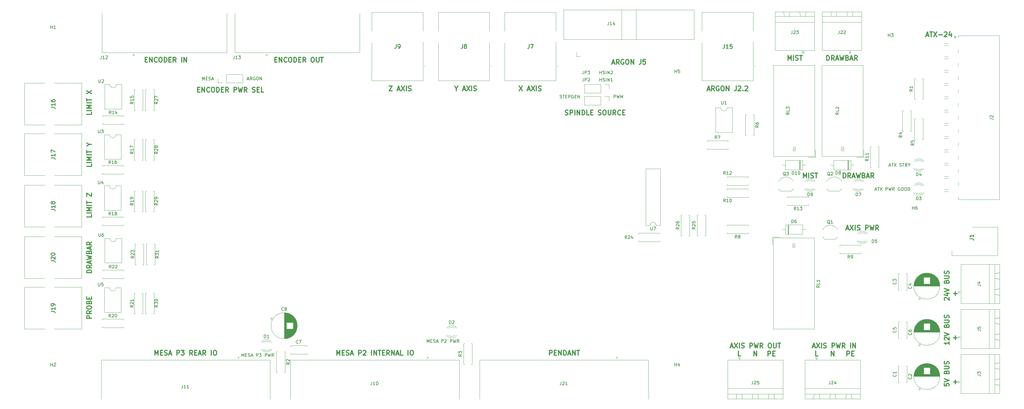
<source format=gbr>
G04 #@! TF.GenerationSoftware,KiCad,Pcbnew,5.1.5-52549c5~86~ubuntu18.04.1*
G04 #@! TF.CreationDate,2020-04-28T19:14:53+01:00*
G04 #@! TF.ProjectId,UnifiedBreakout,556e6966-6965-4644-9272-65616b6f7574,rev?*
G04 #@! TF.SameCoordinates,Original*
G04 #@! TF.FileFunction,Legend,Top*
G04 #@! TF.FilePolarity,Positive*
%FSLAX46Y46*%
G04 Gerber Fmt 4.6, Leading zero omitted, Abs format (unit mm)*
G04 Created by KiCad (PCBNEW 5.1.5-52549c5~86~ubuntu18.04.1) date 2020-04-28 19:14:53*
%MOMM*%
%LPD*%
G04 APERTURE LIST*
%ADD10C,0.300000*%
%ADD11C,0.150000*%
%ADD12C,0.120000*%
%ADD13C,0.200000*%
%ADD14C,0.100000*%
%ADD15C,0.254000*%
G04 APERTURE END LIST*
D10*
X4488571Y-187665714D02*
X2988571Y-187665714D01*
X2988571Y-187308571D01*
X3060000Y-187094285D01*
X3202857Y-186951428D01*
X3345714Y-186880000D01*
X3631428Y-186808571D01*
X3845714Y-186808571D01*
X4131428Y-186880000D01*
X4274285Y-186951428D01*
X4417142Y-187094285D01*
X4488571Y-187308571D01*
X4488571Y-187665714D01*
X4488571Y-185308571D02*
X3774285Y-185808571D01*
X4488571Y-186165714D02*
X2988571Y-186165714D01*
X2988571Y-185594285D01*
X3060000Y-185451428D01*
X3131428Y-185380000D01*
X3274285Y-185308571D01*
X3488571Y-185308571D01*
X3631428Y-185380000D01*
X3702857Y-185451428D01*
X3774285Y-185594285D01*
X3774285Y-186165714D01*
X4060000Y-184737142D02*
X4060000Y-184022857D01*
X4488571Y-184880000D02*
X2988571Y-184380000D01*
X4488571Y-183880000D01*
X2988571Y-183522857D02*
X4488571Y-183165714D01*
X3417142Y-182880000D01*
X4488571Y-182594285D01*
X2988571Y-182237142D01*
X3702857Y-181165714D02*
X3774285Y-180951428D01*
X3845714Y-180880000D01*
X3988571Y-180808571D01*
X4202857Y-180808571D01*
X4345714Y-180880000D01*
X4417142Y-180951428D01*
X4488571Y-181094285D01*
X4488571Y-181665714D01*
X2988571Y-181665714D01*
X2988571Y-181165714D01*
X3060000Y-181022857D01*
X3131428Y-180951428D01*
X3274285Y-180880000D01*
X3417142Y-180880000D01*
X3560000Y-180951428D01*
X3631428Y-181022857D01*
X3702857Y-181165714D01*
X3702857Y-181665714D01*
X4060000Y-180237142D02*
X4060000Y-179522857D01*
X4488571Y-180380000D02*
X2988571Y-179880000D01*
X4488571Y-179380000D01*
X4488571Y-178022857D02*
X3774285Y-178522857D01*
X4488571Y-178880000D02*
X2988571Y-178880000D01*
X2988571Y-178308571D01*
X3060000Y-178165714D01*
X3131428Y-178094285D01*
X3274285Y-178022857D01*
X3488571Y-178022857D01*
X3631428Y-178094285D01*
X3702857Y-178165714D01*
X3774285Y-178308571D01*
X3774285Y-178880000D01*
X276967142Y-221678571D02*
X276967142Y-222821428D01*
X277538571Y-222250000D02*
X276395714Y-222250000D01*
X276967142Y-193738571D02*
X276967142Y-194881428D01*
X277538571Y-194310000D02*
X276395714Y-194310000D01*
X276967142Y-207708571D02*
X276967142Y-208851428D01*
X277538571Y-208280000D02*
X276395714Y-208280000D01*
D11*
X152271547Y-132484761D02*
X152414404Y-132532380D01*
X152652500Y-132532380D01*
X152747738Y-132484761D01*
X152795357Y-132437142D01*
X152842976Y-132341904D01*
X152842976Y-132246666D01*
X152795357Y-132151428D01*
X152747738Y-132103809D01*
X152652500Y-132056190D01*
X152462023Y-132008571D01*
X152366785Y-131960952D01*
X152319166Y-131913333D01*
X152271547Y-131818095D01*
X152271547Y-131722857D01*
X152319166Y-131627619D01*
X152366785Y-131580000D01*
X152462023Y-131532380D01*
X152700119Y-131532380D01*
X152842976Y-131580000D01*
X153128690Y-131532380D02*
X153700119Y-131532380D01*
X153414404Y-132532380D02*
X153414404Y-131532380D01*
X154033452Y-132008571D02*
X154366785Y-132008571D01*
X154509642Y-132532380D02*
X154033452Y-132532380D01*
X154033452Y-131532380D01*
X154509642Y-131532380D01*
X154938214Y-132532380D02*
X154938214Y-131532380D01*
X155319166Y-131532380D01*
X155414404Y-131580000D01*
X155462023Y-131627619D01*
X155509642Y-131722857D01*
X155509642Y-131865714D01*
X155462023Y-131960952D01*
X155414404Y-132008571D01*
X155319166Y-132056190D01*
X154938214Y-132056190D01*
X156462023Y-131580000D02*
X156366785Y-131532380D01*
X156223928Y-131532380D01*
X156081071Y-131580000D01*
X155985833Y-131675238D01*
X155938214Y-131770476D01*
X155890595Y-131960952D01*
X155890595Y-132103809D01*
X155938214Y-132294285D01*
X155985833Y-132389523D01*
X156081071Y-132484761D01*
X156223928Y-132532380D01*
X156319166Y-132532380D01*
X156462023Y-132484761D01*
X156509642Y-132437142D01*
X156509642Y-132103809D01*
X156319166Y-132103809D01*
X156938214Y-132008571D02*
X157271547Y-132008571D01*
X157414404Y-132532380D02*
X156938214Y-132532380D01*
X156938214Y-131532380D01*
X157414404Y-131532380D01*
X157842976Y-132532380D02*
X157842976Y-131532380D01*
X158414404Y-132532380D01*
X158414404Y-131532380D01*
X169245595Y-132532380D02*
X169245595Y-131532380D01*
X169626547Y-131532380D01*
X169721785Y-131580000D01*
X169769404Y-131627619D01*
X169817023Y-131722857D01*
X169817023Y-131865714D01*
X169769404Y-131960952D01*
X169721785Y-132008571D01*
X169626547Y-132056190D01*
X169245595Y-132056190D01*
X170150357Y-131532380D02*
X170388452Y-132532380D01*
X170578928Y-131818095D01*
X170769404Y-132532380D01*
X171007500Y-131532380D01*
X171388452Y-132532380D02*
X171388452Y-131532380D01*
X171721785Y-132246666D01*
X172055119Y-131532380D01*
X172055119Y-132532380D01*
D10*
X153929142Y-137767142D02*
X154143428Y-137838571D01*
X154500571Y-137838571D01*
X154643428Y-137767142D01*
X154714857Y-137695714D01*
X154786285Y-137552857D01*
X154786285Y-137410000D01*
X154714857Y-137267142D01*
X154643428Y-137195714D01*
X154500571Y-137124285D01*
X154214857Y-137052857D01*
X154072000Y-136981428D01*
X154000571Y-136910000D01*
X153929142Y-136767142D01*
X153929142Y-136624285D01*
X154000571Y-136481428D01*
X154072000Y-136410000D01*
X154214857Y-136338571D01*
X154572000Y-136338571D01*
X154786285Y-136410000D01*
X155429142Y-137838571D02*
X155429142Y-136338571D01*
X156000571Y-136338571D01*
X156143428Y-136410000D01*
X156214857Y-136481428D01*
X156286285Y-136624285D01*
X156286285Y-136838571D01*
X156214857Y-136981428D01*
X156143428Y-137052857D01*
X156000571Y-137124285D01*
X155429142Y-137124285D01*
X156929142Y-137838571D02*
X156929142Y-136338571D01*
X157643428Y-137838571D02*
X157643428Y-136338571D01*
X158500571Y-137838571D01*
X158500571Y-136338571D01*
X159214857Y-137838571D02*
X159214857Y-136338571D01*
X159572000Y-136338571D01*
X159786285Y-136410000D01*
X159929142Y-136552857D01*
X160000571Y-136695714D01*
X160072000Y-136981428D01*
X160072000Y-137195714D01*
X160000571Y-137481428D01*
X159929142Y-137624285D01*
X159786285Y-137767142D01*
X159572000Y-137838571D01*
X159214857Y-137838571D01*
X161429142Y-137838571D02*
X160714857Y-137838571D01*
X160714857Y-136338571D01*
X161929142Y-137052857D02*
X162429142Y-137052857D01*
X162643428Y-137838571D02*
X161929142Y-137838571D01*
X161929142Y-136338571D01*
X162643428Y-136338571D01*
X164357714Y-137767142D02*
X164572000Y-137838571D01*
X164929142Y-137838571D01*
X165072000Y-137767142D01*
X165143428Y-137695714D01*
X165214857Y-137552857D01*
X165214857Y-137410000D01*
X165143428Y-137267142D01*
X165072000Y-137195714D01*
X164929142Y-137124285D01*
X164643428Y-137052857D01*
X164500571Y-136981428D01*
X164429142Y-136910000D01*
X164357714Y-136767142D01*
X164357714Y-136624285D01*
X164429142Y-136481428D01*
X164500571Y-136410000D01*
X164643428Y-136338571D01*
X165000571Y-136338571D01*
X165214857Y-136410000D01*
X166143428Y-136338571D02*
X166429142Y-136338571D01*
X166572000Y-136410000D01*
X166714857Y-136552857D01*
X166786285Y-136838571D01*
X166786285Y-137338571D01*
X166714857Y-137624285D01*
X166572000Y-137767142D01*
X166429142Y-137838571D01*
X166143428Y-137838571D01*
X166000571Y-137767142D01*
X165857714Y-137624285D01*
X165786285Y-137338571D01*
X165786285Y-136838571D01*
X165857714Y-136552857D01*
X166000571Y-136410000D01*
X166143428Y-136338571D01*
X167429142Y-136338571D02*
X167429142Y-137552857D01*
X167500571Y-137695714D01*
X167572000Y-137767142D01*
X167714857Y-137838571D01*
X168000571Y-137838571D01*
X168143428Y-137767142D01*
X168214857Y-137695714D01*
X168286285Y-137552857D01*
X168286285Y-136338571D01*
X169857714Y-137838571D02*
X169357714Y-137124285D01*
X169000571Y-137838571D02*
X169000571Y-136338571D01*
X169572000Y-136338571D01*
X169714857Y-136410000D01*
X169786285Y-136481428D01*
X169857714Y-136624285D01*
X169857714Y-136838571D01*
X169786285Y-136981428D01*
X169714857Y-137052857D01*
X169572000Y-137124285D01*
X169000571Y-137124285D01*
X171357714Y-137695714D02*
X171286285Y-137767142D01*
X171072000Y-137838571D01*
X170929142Y-137838571D01*
X170714857Y-137767142D01*
X170572000Y-137624285D01*
X170500571Y-137481428D01*
X170429142Y-137195714D01*
X170429142Y-136981428D01*
X170500571Y-136695714D01*
X170572000Y-136552857D01*
X170714857Y-136410000D01*
X170929142Y-136338571D01*
X171072000Y-136338571D01*
X171286285Y-136410000D01*
X171357714Y-136481428D01*
X172000571Y-137052857D02*
X172500571Y-137052857D01*
X172714857Y-137838571D02*
X172000571Y-137838571D01*
X172000571Y-136338571D01*
X172714857Y-136338571D01*
D11*
X39463452Y-126817380D02*
X39463452Y-125817380D01*
X39796785Y-126531666D01*
X40130119Y-125817380D01*
X40130119Y-126817380D01*
X40606309Y-126293571D02*
X40939642Y-126293571D01*
X41082500Y-126817380D02*
X40606309Y-126817380D01*
X40606309Y-125817380D01*
X41082500Y-125817380D01*
X41463452Y-126769761D02*
X41606309Y-126817380D01*
X41844404Y-126817380D01*
X41939642Y-126769761D01*
X41987261Y-126722142D01*
X42034880Y-126626904D01*
X42034880Y-126531666D01*
X41987261Y-126436428D01*
X41939642Y-126388809D01*
X41844404Y-126341190D01*
X41653928Y-126293571D01*
X41558690Y-126245952D01*
X41511071Y-126198333D01*
X41463452Y-126103095D01*
X41463452Y-126007857D01*
X41511071Y-125912619D01*
X41558690Y-125865000D01*
X41653928Y-125817380D01*
X41892023Y-125817380D01*
X42034880Y-125865000D01*
X42415833Y-126531666D02*
X42892023Y-126531666D01*
X42320595Y-126817380D02*
X42653928Y-125817380D01*
X42987261Y-126817380D01*
X53627976Y-126531666D02*
X54104166Y-126531666D01*
X53532738Y-126817380D02*
X53866071Y-125817380D01*
X54199404Y-126817380D01*
X55104166Y-126817380D02*
X54770833Y-126341190D01*
X54532738Y-126817380D02*
X54532738Y-125817380D01*
X54913690Y-125817380D01*
X55008928Y-125865000D01*
X55056547Y-125912619D01*
X55104166Y-126007857D01*
X55104166Y-126150714D01*
X55056547Y-126245952D01*
X55008928Y-126293571D01*
X54913690Y-126341190D01*
X54532738Y-126341190D01*
X56056547Y-125865000D02*
X55961309Y-125817380D01*
X55818452Y-125817380D01*
X55675595Y-125865000D01*
X55580357Y-125960238D01*
X55532738Y-126055476D01*
X55485119Y-126245952D01*
X55485119Y-126388809D01*
X55532738Y-126579285D01*
X55580357Y-126674523D01*
X55675595Y-126769761D01*
X55818452Y-126817380D01*
X55913690Y-126817380D01*
X56056547Y-126769761D01*
X56104166Y-126722142D01*
X56104166Y-126388809D01*
X55913690Y-126388809D01*
X56723214Y-125817380D02*
X56913690Y-125817380D01*
X57008928Y-125865000D01*
X57104166Y-125960238D01*
X57151785Y-126150714D01*
X57151785Y-126484047D01*
X57104166Y-126674523D01*
X57008928Y-126769761D01*
X56913690Y-126817380D01*
X56723214Y-126817380D01*
X56627976Y-126769761D01*
X56532738Y-126674523D01*
X56485119Y-126484047D01*
X56485119Y-126150714D01*
X56532738Y-125960238D01*
X56627976Y-125865000D01*
X56723214Y-125817380D01*
X57580357Y-126817380D02*
X57580357Y-125817380D01*
X58151785Y-126817380D01*
X58151785Y-125817380D01*
D10*
X4488571Y-202112142D02*
X2988571Y-202112142D01*
X2988571Y-201540714D01*
X3060000Y-201397857D01*
X3131428Y-201326428D01*
X3274285Y-201255000D01*
X3488571Y-201255000D01*
X3631428Y-201326428D01*
X3702857Y-201397857D01*
X3774285Y-201540714D01*
X3774285Y-202112142D01*
X4488571Y-199755000D02*
X3774285Y-200255000D01*
X4488571Y-200612142D02*
X2988571Y-200612142D01*
X2988571Y-200040714D01*
X3060000Y-199897857D01*
X3131428Y-199826428D01*
X3274285Y-199755000D01*
X3488571Y-199755000D01*
X3631428Y-199826428D01*
X3702857Y-199897857D01*
X3774285Y-200040714D01*
X3774285Y-200612142D01*
X2988571Y-198826428D02*
X2988571Y-198540714D01*
X3060000Y-198397857D01*
X3202857Y-198255000D01*
X3488571Y-198183571D01*
X3988571Y-198183571D01*
X4274285Y-198255000D01*
X4417142Y-198397857D01*
X4488571Y-198540714D01*
X4488571Y-198826428D01*
X4417142Y-198969285D01*
X4274285Y-199112142D01*
X3988571Y-199183571D01*
X3488571Y-199183571D01*
X3202857Y-199112142D01*
X3060000Y-198969285D01*
X2988571Y-198826428D01*
X3702857Y-197040714D02*
X3774285Y-196826428D01*
X3845714Y-196755000D01*
X3988571Y-196683571D01*
X4202857Y-196683571D01*
X4345714Y-196755000D01*
X4417142Y-196826428D01*
X4488571Y-196969285D01*
X4488571Y-197540714D01*
X2988571Y-197540714D01*
X2988571Y-197040714D01*
X3060000Y-196897857D01*
X3131428Y-196826428D01*
X3274285Y-196755000D01*
X3417142Y-196755000D01*
X3560000Y-196826428D01*
X3631428Y-196897857D01*
X3702857Y-197040714D01*
X3702857Y-197540714D01*
X3702857Y-196040714D02*
X3702857Y-195540714D01*
X4488571Y-195326428D02*
X4488571Y-196040714D01*
X2988571Y-196040714D01*
X2988571Y-195326428D01*
X4488571Y-153387857D02*
X4488571Y-154102142D01*
X2988571Y-154102142D01*
X4488571Y-152887857D02*
X2988571Y-152887857D01*
X4488571Y-152173571D02*
X2988571Y-152173571D01*
X4060000Y-151673571D01*
X2988571Y-151173571D01*
X4488571Y-151173571D01*
X4488571Y-150459285D02*
X2988571Y-150459285D01*
X2988571Y-149959285D02*
X2988571Y-149102142D01*
X4488571Y-149530714D02*
X2988571Y-149530714D01*
X3774285Y-147173571D02*
X4488571Y-147173571D01*
X2988571Y-147673571D02*
X3774285Y-147173571D01*
X2988571Y-146673571D01*
X4488571Y-169334285D02*
X4488571Y-170048571D01*
X2988571Y-170048571D01*
X4488571Y-168834285D02*
X2988571Y-168834285D01*
X4488571Y-168120000D02*
X2988571Y-168120000D01*
X4060000Y-167620000D01*
X2988571Y-167120000D01*
X4488571Y-167120000D01*
X4488571Y-166405714D02*
X2988571Y-166405714D01*
X2988571Y-165905714D02*
X2988571Y-165048571D01*
X4488571Y-165477142D02*
X2988571Y-165477142D01*
X2988571Y-163548571D02*
X2988571Y-162548571D01*
X4488571Y-163548571D01*
X4488571Y-162548571D01*
X4488571Y-136949285D02*
X4488571Y-137663571D01*
X2988571Y-137663571D01*
X4488571Y-136449285D02*
X2988571Y-136449285D01*
X4488571Y-135735000D02*
X2988571Y-135735000D01*
X4060000Y-135235000D01*
X2988571Y-134735000D01*
X4488571Y-134735000D01*
X4488571Y-134020714D02*
X2988571Y-134020714D01*
X2988571Y-133520714D02*
X2988571Y-132663571D01*
X4488571Y-133092142D02*
X2988571Y-133092142D01*
X2988571Y-131163571D02*
X4488571Y-130163571D01*
X2988571Y-130163571D02*
X4488571Y-131163571D01*
X119555000Y-129504285D02*
X119555000Y-130218571D01*
X119055000Y-128718571D02*
X119555000Y-129504285D01*
X120055000Y-128718571D01*
X121626428Y-129790000D02*
X122340714Y-129790000D01*
X121483571Y-130218571D02*
X121983571Y-128718571D01*
X122483571Y-130218571D01*
X122840714Y-128718571D02*
X123840714Y-130218571D01*
X123840714Y-128718571D02*
X122840714Y-130218571D01*
X124412142Y-130218571D02*
X124412142Y-128718571D01*
X125055000Y-130147142D02*
X125269285Y-130218571D01*
X125626428Y-130218571D01*
X125769285Y-130147142D01*
X125840714Y-130075714D01*
X125912142Y-129932857D01*
X125912142Y-129790000D01*
X125840714Y-129647142D01*
X125769285Y-129575714D01*
X125626428Y-129504285D01*
X125340714Y-129432857D01*
X125197857Y-129361428D01*
X125126428Y-129290000D01*
X125055000Y-129147142D01*
X125055000Y-129004285D01*
X125126428Y-128861428D01*
X125197857Y-128790000D01*
X125340714Y-128718571D01*
X125697857Y-128718571D01*
X125912142Y-128790000D01*
X139375000Y-128718571D02*
X140375000Y-130218571D01*
X140375000Y-128718571D02*
X139375000Y-130218571D01*
X142017857Y-129790000D02*
X142732142Y-129790000D01*
X141875000Y-130218571D02*
X142375000Y-128718571D01*
X142875000Y-130218571D01*
X143232142Y-128718571D02*
X144232142Y-130218571D01*
X144232142Y-128718571D02*
X143232142Y-130218571D01*
X144803571Y-130218571D02*
X144803571Y-128718571D01*
X145446428Y-130147142D02*
X145660714Y-130218571D01*
X146017857Y-130218571D01*
X146160714Y-130147142D01*
X146232142Y-130075714D01*
X146303571Y-129932857D01*
X146303571Y-129790000D01*
X146232142Y-129647142D01*
X146160714Y-129575714D01*
X146017857Y-129504285D01*
X145732142Y-129432857D01*
X145589285Y-129361428D01*
X145517857Y-129290000D01*
X145446428Y-129147142D01*
X145446428Y-129004285D01*
X145517857Y-128861428D01*
X145589285Y-128790000D01*
X145732142Y-128718571D01*
X146089285Y-128718571D01*
X146303571Y-128790000D01*
X98354000Y-128718571D02*
X99354000Y-128718571D01*
X98354000Y-130218571D01*
X99354000Y-130218571D01*
X100996857Y-129790000D02*
X101711142Y-129790000D01*
X100854000Y-130218571D02*
X101354000Y-128718571D01*
X101854000Y-130218571D01*
X102211142Y-128718571D02*
X103211142Y-130218571D01*
X103211142Y-128718571D02*
X102211142Y-130218571D01*
X103782571Y-130218571D02*
X103782571Y-128718571D01*
X104425428Y-130147142D02*
X104639714Y-130218571D01*
X104996857Y-130218571D01*
X105139714Y-130147142D01*
X105211142Y-130075714D01*
X105282571Y-129932857D01*
X105282571Y-129790000D01*
X105211142Y-129647142D01*
X105139714Y-129575714D01*
X104996857Y-129504285D01*
X104711142Y-129432857D01*
X104568285Y-129361428D01*
X104496857Y-129290000D01*
X104425428Y-129147142D01*
X104425428Y-129004285D01*
X104496857Y-128861428D01*
X104568285Y-128790000D01*
X104711142Y-128718571D01*
X105068285Y-128718571D01*
X105282571Y-128790000D01*
X213439428Y-214038571D02*
X213439428Y-212538571D01*
X214296571Y-214038571D01*
X214296571Y-212538571D01*
X209252285Y-214038571D02*
X208538000Y-214038571D01*
X208538000Y-212538571D01*
X217876571Y-214038571D02*
X217876571Y-212538571D01*
X218448000Y-212538571D01*
X218590857Y-212610000D01*
X218662285Y-212681428D01*
X218733714Y-212824285D01*
X218733714Y-213038571D01*
X218662285Y-213181428D01*
X218590857Y-213252857D01*
X218448000Y-213324285D01*
X217876571Y-213324285D01*
X219376571Y-213252857D02*
X219876571Y-213252857D01*
X220090857Y-214038571D02*
X219376571Y-214038571D01*
X219376571Y-212538571D01*
X220090857Y-212538571D01*
X233636285Y-214038571D02*
X232922000Y-214038571D01*
X232922000Y-212538571D01*
X237823428Y-214038571D02*
X237823428Y-212538571D01*
X238680571Y-214038571D01*
X238680571Y-212538571D01*
X242768571Y-214038571D02*
X242768571Y-212538571D01*
X243340000Y-212538571D01*
X243482857Y-212610000D01*
X243554285Y-212681428D01*
X243625714Y-212824285D01*
X243625714Y-213038571D01*
X243554285Y-213181428D01*
X243482857Y-213252857D01*
X243340000Y-213324285D01*
X242768571Y-213324285D01*
X244268571Y-213252857D02*
X244768571Y-213252857D01*
X244982857Y-214038571D02*
X244268571Y-214038571D01*
X244268571Y-212538571D01*
X244982857Y-212538571D01*
D12*
X89045000Y-105725000D02*
X89045000Y-118065000D01*
X89045000Y-118065000D02*
X49725000Y-118065000D01*
X49725000Y-118065000D02*
X49725000Y-105725000D01*
X59940000Y-118959338D02*
X59440000Y-118959338D01*
X59440000Y-118959338D02*
X59690000Y-118526325D01*
X59690000Y-118526325D02*
X59940000Y-118959338D01*
X47135000Y-105725000D02*
X47135000Y-118065000D01*
X47135000Y-118065000D02*
X7815000Y-118065000D01*
X7815000Y-118065000D02*
X7815000Y-105725000D01*
X18030000Y-118959338D02*
X17530000Y-118959338D01*
X17530000Y-118959338D02*
X17780000Y-118526325D01*
X17780000Y-118526325D02*
X18030000Y-118959338D01*
D13*
X213650000Y-122455000D02*
G75*
G02X213750000Y-122455000I50000J0D01*
G01*
X213750000Y-122455000D02*
G75*
G02X213650000Y-122455000I-50000J0D01*
G01*
X213650000Y-122455000D02*
G75*
G02X213750000Y-122455000I50000J0D01*
G01*
X213750000Y-122455000D02*
X213750000Y-122455000D01*
X213650000Y-122455000D02*
X213650000Y-122455000D01*
X213750000Y-122455000D02*
X213750000Y-122455000D01*
D14*
X213170000Y-111305000D02*
X213170000Y-105415000D01*
X213170000Y-111305000D02*
X213170000Y-111305000D01*
X213170000Y-105415000D02*
X213170000Y-111305000D01*
X213170000Y-105415000D02*
X213170000Y-105415000D01*
X197040000Y-105415000D02*
X197040000Y-105415000D01*
X213170000Y-105415000D02*
X197040000Y-105415000D01*
X213170000Y-105415000D02*
X213170000Y-105415000D01*
X197040000Y-105415000D02*
X213170000Y-105415000D01*
X197050000Y-105415000D02*
X197050000Y-111305000D01*
X197040000Y-105415000D02*
X197050000Y-105415000D01*
X197040000Y-111305000D02*
X197040000Y-105415000D01*
X197050000Y-111305000D02*
X197040000Y-111305000D01*
X197050000Y-115055000D02*
X197050000Y-127005000D01*
X197040000Y-115055000D02*
X197050000Y-115055000D01*
X197040000Y-127005000D02*
X197040000Y-115055000D01*
X197050000Y-127005000D02*
X197040000Y-127005000D01*
X213170000Y-127005000D02*
X213170000Y-127005000D01*
X197040000Y-127005000D02*
X213170000Y-127005000D01*
X197040000Y-127005000D02*
X197040000Y-127005000D01*
X213170000Y-127005000D02*
X197040000Y-127005000D01*
X213170000Y-127005000D02*
X213170000Y-114805000D01*
X213170000Y-127005000D02*
X213170000Y-127005000D01*
X213170000Y-114805000D02*
X213170000Y-127005000D01*
X213170000Y-114805000D02*
X213170000Y-114805000D01*
D12*
X14573000Y-140816000D02*
X14573000Y-140486000D01*
X8033000Y-140816000D02*
X14573000Y-140816000D01*
X8033000Y-140486000D02*
X8033000Y-140816000D01*
X14573000Y-138076000D02*
X14573000Y-138406000D01*
X8033000Y-138076000D02*
X14573000Y-138076000D01*
X8033000Y-138406000D02*
X8033000Y-138076000D01*
X14446000Y-172820000D02*
X14446000Y-172490000D01*
X7906000Y-172820000D02*
X14446000Y-172820000D01*
X7906000Y-172490000D02*
X7906000Y-172820000D01*
X14446000Y-170080000D02*
X14446000Y-170410000D01*
X7906000Y-170080000D02*
X14446000Y-170080000D01*
X7906000Y-170410000D02*
X7906000Y-170080000D01*
X14573000Y-189584000D02*
X14573000Y-189254000D01*
X8033000Y-189584000D02*
X14573000Y-189584000D01*
X8033000Y-189254000D02*
X8033000Y-189584000D01*
X14573000Y-186844000D02*
X14573000Y-187174000D01*
X8033000Y-186844000D02*
X14573000Y-186844000D01*
X8033000Y-187174000D02*
X8033000Y-186844000D01*
X14446000Y-156564000D02*
X14446000Y-156234000D01*
X7906000Y-156564000D02*
X14446000Y-156564000D01*
X7906000Y-156234000D02*
X7906000Y-156564000D01*
X14446000Y-153824000D02*
X14446000Y-154154000D01*
X7906000Y-153824000D02*
X14446000Y-153824000D01*
X7906000Y-154154000D02*
X7906000Y-153824000D01*
X24484000Y-178594000D02*
X24154000Y-178594000D01*
X24484000Y-185134000D02*
X24484000Y-178594000D01*
X24154000Y-185134000D02*
X24484000Y-185134000D01*
X21744000Y-178594000D02*
X22074000Y-178594000D01*
X21744000Y-185134000D02*
X21744000Y-178594000D01*
X22074000Y-185134000D02*
X21744000Y-185134000D01*
X24230000Y-194088000D02*
X23900000Y-194088000D01*
X24230000Y-200628000D02*
X24230000Y-194088000D01*
X23900000Y-200628000D02*
X24230000Y-200628000D01*
X21490000Y-194088000D02*
X21820000Y-194088000D01*
X21490000Y-200628000D02*
X21490000Y-194088000D01*
X21820000Y-200628000D02*
X21490000Y-200628000D01*
X24230000Y-161830000D02*
X23900000Y-161830000D01*
X24230000Y-168370000D02*
X24230000Y-161830000D01*
X23900000Y-168370000D02*
X24230000Y-168370000D01*
X21490000Y-161830000D02*
X21820000Y-161830000D01*
X21490000Y-168370000D02*
X21490000Y-161830000D01*
X21820000Y-168370000D02*
X21490000Y-168370000D01*
X24230000Y-145574000D02*
X23900000Y-145574000D01*
X24230000Y-152114000D02*
X24230000Y-145574000D01*
X23900000Y-152114000D02*
X24230000Y-152114000D01*
X21490000Y-145574000D02*
X21820000Y-145574000D01*
X21490000Y-152114000D02*
X21490000Y-145574000D01*
X21820000Y-152114000D02*
X21490000Y-152114000D01*
X24230000Y-129826000D02*
X23900000Y-129826000D01*
X24230000Y-136366000D02*
X24230000Y-129826000D01*
X23900000Y-136366000D02*
X24230000Y-136366000D01*
X21490000Y-129826000D02*
X21820000Y-129826000D01*
X21490000Y-136366000D02*
X21490000Y-129826000D01*
X21820000Y-136366000D02*
X21490000Y-136366000D01*
X193140000Y-169450000D02*
X192810000Y-169450000D01*
X193140000Y-175990000D02*
X193140000Y-169450000D01*
X192810000Y-175990000D02*
X193140000Y-175990000D01*
X190400000Y-169450000D02*
X190730000Y-169450000D01*
X190400000Y-175990000D02*
X190400000Y-169450000D01*
X190730000Y-175990000D02*
X190400000Y-175990000D01*
X198220000Y-169450000D02*
X197890000Y-169450000D01*
X198220000Y-175990000D02*
X198220000Y-169450000D01*
X197890000Y-175990000D02*
X198220000Y-175990000D01*
X195480000Y-169450000D02*
X195810000Y-169450000D01*
X195480000Y-175990000D02*
X195480000Y-169450000D01*
X195810000Y-175990000D02*
X195480000Y-175990000D01*
X183610000Y-177900000D02*
X183610000Y-177570000D01*
X177070000Y-177900000D02*
X183610000Y-177900000D01*
X177070000Y-177570000D02*
X177070000Y-177900000D01*
X183610000Y-175160000D02*
X183610000Y-175490000D01*
X177070000Y-175160000D02*
X183610000Y-175160000D01*
X177070000Y-175490000D02*
X177070000Y-175160000D01*
X18188000Y-185134000D02*
X18518000Y-185134000D01*
X18188000Y-178594000D02*
X18188000Y-185134000D01*
X18518000Y-178594000D02*
X18188000Y-178594000D01*
X20928000Y-185134000D02*
X20598000Y-185134000D01*
X20928000Y-178594000D02*
X20928000Y-185134000D01*
X20598000Y-178594000D02*
X20928000Y-178594000D01*
X17934000Y-200628000D02*
X18264000Y-200628000D01*
X17934000Y-194088000D02*
X17934000Y-200628000D01*
X18264000Y-194088000D02*
X17934000Y-194088000D01*
X20674000Y-200628000D02*
X20344000Y-200628000D01*
X20674000Y-194088000D02*
X20674000Y-200628000D01*
X20344000Y-194088000D02*
X20674000Y-194088000D01*
X14446000Y-205078000D02*
X14446000Y-204748000D01*
X7906000Y-205078000D02*
X14446000Y-205078000D01*
X7906000Y-204748000D02*
X7906000Y-205078000D01*
X14446000Y-202338000D02*
X14446000Y-202668000D01*
X7906000Y-202338000D02*
X14446000Y-202338000D01*
X7906000Y-202668000D02*
X7906000Y-202338000D01*
X17934000Y-168370000D02*
X18264000Y-168370000D01*
X17934000Y-161830000D02*
X17934000Y-168370000D01*
X18264000Y-161830000D02*
X17934000Y-161830000D01*
X20674000Y-168370000D02*
X20344000Y-168370000D01*
X20674000Y-161830000D02*
X20674000Y-168370000D01*
X20344000Y-161830000D02*
X20674000Y-161830000D01*
X17934000Y-152114000D02*
X18264000Y-152114000D01*
X17934000Y-145574000D02*
X17934000Y-152114000D01*
X18264000Y-145574000D02*
X17934000Y-145574000D01*
X20674000Y-152114000D02*
X20344000Y-152114000D01*
X20674000Y-145574000D02*
X20674000Y-152114000D01*
X20344000Y-145574000D02*
X20674000Y-145574000D01*
X17934000Y-136366000D02*
X18264000Y-136366000D01*
X17934000Y-129826000D02*
X17934000Y-136366000D01*
X18264000Y-129826000D02*
X17934000Y-129826000D01*
X20674000Y-136366000D02*
X20344000Y-136366000D01*
X20674000Y-129826000D02*
X20674000Y-136366000D01*
X20344000Y-129826000D02*
X20674000Y-129826000D01*
X224060000Y-163730000D02*
X224060000Y-164060000D01*
X230600000Y-163730000D02*
X224060000Y-163730000D01*
X230600000Y-164060000D02*
X230600000Y-163730000D01*
X224060000Y-166470000D02*
X224060000Y-166140000D01*
X230600000Y-166470000D02*
X224060000Y-166470000D01*
X230600000Y-166140000D02*
X230600000Y-166470000D01*
X205010000Y-157380000D02*
X205010000Y-157710000D01*
X211550000Y-157380000D02*
X205010000Y-157380000D01*
X211550000Y-157710000D02*
X211550000Y-157380000D01*
X205010000Y-160120000D02*
X205010000Y-159790000D01*
X211550000Y-160120000D02*
X205010000Y-160120000D01*
X211550000Y-159790000D02*
X211550000Y-160120000D01*
X252830000Y-147860000D02*
X252500000Y-147860000D01*
X252830000Y-154400000D02*
X252830000Y-147860000D01*
X252500000Y-154400000D02*
X252830000Y-154400000D01*
X250090000Y-147860000D02*
X250420000Y-147860000D01*
X250090000Y-154400000D02*
X250090000Y-147860000D01*
X250420000Y-154400000D02*
X250090000Y-154400000D01*
X205010000Y-161190000D02*
X205010000Y-161520000D01*
X211550000Y-161190000D02*
X205010000Y-161190000D01*
X211550000Y-161520000D02*
X211550000Y-161190000D01*
X205010000Y-163930000D02*
X205010000Y-163600000D01*
X211550000Y-163930000D02*
X205010000Y-163930000D01*
X211550000Y-163600000D02*
X211550000Y-163930000D01*
X240570000Y-178970000D02*
X240570000Y-179300000D01*
X247110000Y-178970000D02*
X240570000Y-178970000D01*
X247110000Y-179300000D02*
X247110000Y-178970000D01*
X240570000Y-181710000D02*
X240570000Y-181380000D01*
X247110000Y-181710000D02*
X240570000Y-181710000D01*
X247110000Y-181380000D02*
X247110000Y-181710000D01*
X205010000Y-172620000D02*
X205010000Y-172950000D01*
X211550000Y-172620000D02*
X205010000Y-172620000D01*
X211550000Y-172950000D02*
X211550000Y-172620000D01*
X205010000Y-175360000D02*
X205010000Y-175030000D01*
X211550000Y-175360000D02*
X205010000Y-175360000D01*
X211550000Y-175030000D02*
X211550000Y-175360000D01*
X205200000Y-148690000D02*
X205200000Y-148360000D01*
X198660000Y-148690000D02*
X205200000Y-148690000D01*
X198660000Y-148360000D02*
X198660000Y-148690000D01*
X205200000Y-145950000D02*
X205200000Y-146280000D01*
X198660000Y-145950000D02*
X205200000Y-145950000D01*
X198660000Y-146280000D02*
X198660000Y-145950000D01*
X210720000Y-144240000D02*
X211050000Y-144240000D01*
X210720000Y-137700000D02*
X210720000Y-144240000D01*
X211050000Y-137700000D02*
X210720000Y-137700000D01*
X213460000Y-144240000D02*
X213130000Y-144240000D01*
X213460000Y-137700000D02*
X213460000Y-144240000D01*
X213130000Y-137700000D02*
X213460000Y-137700000D01*
X260250000Y-142970000D02*
X260580000Y-142970000D01*
X260250000Y-136430000D02*
X260250000Y-142970000D01*
X260580000Y-136430000D02*
X260250000Y-136430000D01*
X262990000Y-142970000D02*
X262660000Y-142970000D01*
X262990000Y-136430000D02*
X262990000Y-142970000D01*
X262660000Y-136430000D02*
X262990000Y-136430000D01*
X266800000Y-138970000D02*
X266470000Y-138970000D01*
X266800000Y-145510000D02*
X266800000Y-138970000D01*
X266470000Y-145510000D02*
X266800000Y-145510000D01*
X264060000Y-138970000D02*
X264390000Y-138970000D01*
X264060000Y-145510000D02*
X264060000Y-138970000D01*
X264390000Y-145510000D02*
X264060000Y-145510000D01*
X124560000Y-210090000D02*
X124230000Y-210090000D01*
X124560000Y-216630000D02*
X124560000Y-210090000D01*
X124230000Y-216630000D02*
X124560000Y-216630000D01*
X121820000Y-210090000D02*
X122150000Y-210090000D01*
X121820000Y-216630000D02*
X121820000Y-210090000D01*
X122150000Y-216630000D02*
X121820000Y-216630000D01*
X62765000Y-219170000D02*
X63095000Y-219170000D01*
X62765000Y-212630000D02*
X62765000Y-219170000D01*
X63095000Y-212630000D02*
X62765000Y-212630000D01*
X65505000Y-219170000D02*
X65175000Y-219170000D01*
X65505000Y-212630000D02*
X65505000Y-219170000D01*
X65175000Y-212630000D02*
X65505000Y-212630000D01*
X266800000Y-126270000D02*
X266470000Y-126270000D01*
X266800000Y-132810000D02*
X266800000Y-126270000D01*
X266470000Y-132810000D02*
X266800000Y-132810000D01*
X264060000Y-126270000D02*
X264390000Y-126270000D01*
X264060000Y-132810000D02*
X264060000Y-126270000D01*
X264390000Y-132810000D02*
X264060000Y-132810000D01*
X72430000Y-213145000D02*
X72430000Y-213460000D01*
X72430000Y-210720000D02*
X72430000Y-211035000D01*
X67190000Y-213145000D02*
X67190000Y-213460000D01*
X67190000Y-210720000D02*
X67190000Y-211035000D01*
X67190000Y-213460000D02*
X72430000Y-213460000D01*
X67190000Y-210720000D02*
X72430000Y-210720000D01*
X261405000Y-203160000D02*
X261720000Y-203160000D01*
X258980000Y-203160000D02*
X259295000Y-203160000D01*
X261405000Y-208400000D02*
X261720000Y-208400000D01*
X258980000Y-208400000D02*
X259295000Y-208400000D01*
X261720000Y-208400000D02*
X261720000Y-203160000D01*
X258980000Y-208400000D02*
X258980000Y-203160000D01*
X261405000Y-187920000D02*
X261720000Y-187920000D01*
X258980000Y-187920000D02*
X259295000Y-187920000D01*
X261405000Y-193160000D02*
X261720000Y-193160000D01*
X258980000Y-193160000D02*
X259295000Y-193160000D01*
X261720000Y-193160000D02*
X261720000Y-187920000D01*
X258980000Y-193160000D02*
X258980000Y-187920000D01*
X261405000Y-217130000D02*
X261720000Y-217130000D01*
X258980000Y-217130000D02*
X259295000Y-217130000D01*
X261405000Y-222370000D02*
X261720000Y-222370000D01*
X258980000Y-222370000D02*
X259295000Y-222370000D01*
X261720000Y-222370000D02*
X261720000Y-217130000D01*
X258980000Y-222370000D02*
X258980000Y-217130000D01*
X170180000Y-214848675D02*
X169930000Y-214415662D01*
X170430000Y-214415662D02*
X170180000Y-214848675D01*
X169930000Y-214415662D02*
X170430000Y-214415662D01*
X180170000Y-215310000D02*
X180170000Y-227650000D01*
X126950000Y-215310000D02*
X180170000Y-215310000D01*
X126950000Y-227650000D02*
X126950000Y-215310000D01*
X110490000Y-214848675D02*
X110240000Y-214415662D01*
X110740000Y-214415662D02*
X110490000Y-214848675D01*
X110240000Y-214415662D02*
X110740000Y-214415662D01*
X120480000Y-215310000D02*
X120480000Y-227650000D01*
X67260000Y-215310000D02*
X120480000Y-215310000D01*
X67260000Y-227650000D02*
X67260000Y-215310000D01*
X194580000Y-113980000D02*
X153400000Y-113980000D01*
X194580000Y-113980000D02*
X194580000Y-104630000D01*
X176240000Y-113980000D02*
X176240000Y-104630000D01*
X171740000Y-113980000D02*
X171740000Y-104630000D01*
X153400000Y-113980000D02*
X153400000Y-104630000D01*
X153400000Y-104630000D02*
X194580000Y-104630000D01*
X157480000Y-118110000D02*
X157480000Y-119380000D01*
X157480000Y-119380000D02*
X158750000Y-119380000D01*
X61240302Y-201755000D02*
X61240302Y-202555000D01*
X60840302Y-202155000D02*
X61640302Y-202155000D01*
X69331000Y-203937000D02*
X69331000Y-205003000D01*
X69291000Y-203702000D02*
X69291000Y-205238000D01*
X69251000Y-203522000D02*
X69251000Y-205418000D01*
X69211000Y-203372000D02*
X69211000Y-205568000D01*
X69171000Y-203241000D02*
X69171000Y-205699000D01*
X69131000Y-203124000D02*
X69131000Y-205816000D01*
X69091000Y-203017000D02*
X69091000Y-205923000D01*
X69051000Y-202918000D02*
X69051000Y-206022000D01*
X69011000Y-202825000D02*
X69011000Y-206115000D01*
X68971000Y-202739000D02*
X68971000Y-206201000D01*
X68931000Y-202657000D02*
X68931000Y-206283000D01*
X68891000Y-202580000D02*
X68891000Y-206360000D01*
X68851000Y-202506000D02*
X68851000Y-206434000D01*
X68811000Y-202436000D02*
X68811000Y-206504000D01*
X68771000Y-202368000D02*
X68771000Y-206572000D01*
X68731000Y-202304000D02*
X68731000Y-206636000D01*
X68691000Y-202242000D02*
X68691000Y-206698000D01*
X68651000Y-202183000D02*
X68651000Y-206757000D01*
X68611000Y-202125000D02*
X68611000Y-206815000D01*
X68571000Y-202070000D02*
X68571000Y-206870000D01*
X68531000Y-202016000D02*
X68531000Y-206924000D01*
X68491000Y-201965000D02*
X68491000Y-206975000D01*
X68451000Y-201914000D02*
X68451000Y-207026000D01*
X68411000Y-201866000D02*
X68411000Y-207074000D01*
X68371000Y-201819000D02*
X68371000Y-207121000D01*
X68331000Y-201773000D02*
X68331000Y-207167000D01*
X68291000Y-201729000D02*
X68291000Y-207211000D01*
X68251000Y-201686000D02*
X68251000Y-207254000D01*
X68211000Y-201644000D02*
X68211000Y-207296000D01*
X68171000Y-201603000D02*
X68171000Y-207337000D01*
X68131000Y-201563000D02*
X68131000Y-207377000D01*
X68091000Y-201525000D02*
X68091000Y-207415000D01*
X68051000Y-201487000D02*
X68051000Y-207453000D01*
X68011000Y-205510000D02*
X68011000Y-207489000D01*
X68011000Y-201451000D02*
X68011000Y-203430000D01*
X67971000Y-205510000D02*
X67971000Y-207525000D01*
X67971000Y-201415000D02*
X67971000Y-203430000D01*
X67931000Y-205510000D02*
X67931000Y-207560000D01*
X67931000Y-201380000D02*
X67931000Y-203430000D01*
X67891000Y-205510000D02*
X67891000Y-207594000D01*
X67891000Y-201346000D02*
X67891000Y-203430000D01*
X67851000Y-205510000D02*
X67851000Y-207626000D01*
X67851000Y-201314000D02*
X67851000Y-203430000D01*
X67811000Y-205510000D02*
X67811000Y-207659000D01*
X67811000Y-201281000D02*
X67811000Y-203430000D01*
X67771000Y-205510000D02*
X67771000Y-207690000D01*
X67771000Y-201250000D02*
X67771000Y-203430000D01*
X67731000Y-205510000D02*
X67731000Y-207720000D01*
X67731000Y-201220000D02*
X67731000Y-203430000D01*
X67691000Y-205510000D02*
X67691000Y-207750000D01*
X67691000Y-201190000D02*
X67691000Y-203430000D01*
X67651000Y-205510000D02*
X67651000Y-207779000D01*
X67651000Y-201161000D02*
X67651000Y-203430000D01*
X67611000Y-205510000D02*
X67611000Y-207808000D01*
X67611000Y-201132000D02*
X67611000Y-203430000D01*
X67571000Y-205510000D02*
X67571000Y-207835000D01*
X67571000Y-201105000D02*
X67571000Y-203430000D01*
X67531000Y-205510000D02*
X67531000Y-207862000D01*
X67531000Y-201078000D02*
X67531000Y-203430000D01*
X67491000Y-205510000D02*
X67491000Y-207888000D01*
X67491000Y-201052000D02*
X67491000Y-203430000D01*
X67451000Y-205510000D02*
X67451000Y-207914000D01*
X67451000Y-201026000D02*
X67451000Y-203430000D01*
X67411000Y-205510000D02*
X67411000Y-207939000D01*
X67411000Y-201001000D02*
X67411000Y-203430000D01*
X67371000Y-205510000D02*
X67371000Y-207963000D01*
X67371000Y-200977000D02*
X67371000Y-203430000D01*
X67331000Y-205510000D02*
X67331000Y-207987000D01*
X67331000Y-200953000D02*
X67331000Y-203430000D01*
X67291000Y-205510000D02*
X67291000Y-208010000D01*
X67291000Y-200930000D02*
X67291000Y-203430000D01*
X67251000Y-205510000D02*
X67251000Y-208032000D01*
X67251000Y-200908000D02*
X67251000Y-203430000D01*
X67211000Y-205510000D02*
X67211000Y-208054000D01*
X67211000Y-200886000D02*
X67211000Y-203430000D01*
X67171000Y-205510000D02*
X67171000Y-208076000D01*
X67171000Y-200864000D02*
X67171000Y-203430000D01*
X67131000Y-205510000D02*
X67131000Y-208097000D01*
X67131000Y-200843000D02*
X67131000Y-203430000D01*
X67091000Y-205510000D02*
X67091000Y-208117000D01*
X67091000Y-200823000D02*
X67091000Y-203430000D01*
X67051000Y-205510000D02*
X67051000Y-208136000D01*
X67051000Y-200804000D02*
X67051000Y-203430000D01*
X67011000Y-205510000D02*
X67011000Y-208156000D01*
X67011000Y-200784000D02*
X67011000Y-203430000D01*
X66971000Y-205510000D02*
X66971000Y-208174000D01*
X66971000Y-200766000D02*
X66971000Y-203430000D01*
X66931000Y-205510000D02*
X66931000Y-208192000D01*
X66931000Y-200748000D02*
X66931000Y-203430000D01*
X66891000Y-205510000D02*
X66891000Y-208210000D01*
X66891000Y-200730000D02*
X66891000Y-203430000D01*
X66851000Y-205510000D02*
X66851000Y-208227000D01*
X66851000Y-200713000D02*
X66851000Y-203430000D01*
X66811000Y-205510000D02*
X66811000Y-208244000D01*
X66811000Y-200696000D02*
X66811000Y-203430000D01*
X66771000Y-205510000D02*
X66771000Y-208260000D01*
X66771000Y-200680000D02*
X66771000Y-203430000D01*
X66731000Y-205510000D02*
X66731000Y-208275000D01*
X66731000Y-200665000D02*
X66731000Y-203430000D01*
X66691000Y-205510000D02*
X66691000Y-208291000D01*
X66691000Y-200649000D02*
X66691000Y-203430000D01*
X66651000Y-205510000D02*
X66651000Y-208305000D01*
X66651000Y-200635000D02*
X66651000Y-203430000D01*
X66611000Y-205510000D02*
X66611000Y-208320000D01*
X66611000Y-200620000D02*
X66611000Y-203430000D01*
X66571000Y-205510000D02*
X66571000Y-208333000D01*
X66571000Y-200607000D02*
X66571000Y-203430000D01*
X66531000Y-205510000D02*
X66531000Y-208347000D01*
X66531000Y-200593000D02*
X66531000Y-203430000D01*
X66491000Y-205510000D02*
X66491000Y-208359000D01*
X66491000Y-200581000D02*
X66491000Y-203430000D01*
X66451000Y-205510000D02*
X66451000Y-208372000D01*
X66451000Y-200568000D02*
X66451000Y-203430000D01*
X66411000Y-205510000D02*
X66411000Y-208384000D01*
X66411000Y-200556000D02*
X66411000Y-203430000D01*
X66371000Y-205510000D02*
X66371000Y-208395000D01*
X66371000Y-200545000D02*
X66371000Y-203430000D01*
X66331000Y-205510000D02*
X66331000Y-208406000D01*
X66331000Y-200534000D02*
X66331000Y-203430000D01*
X66291000Y-205510000D02*
X66291000Y-208417000D01*
X66291000Y-200523000D02*
X66291000Y-203430000D01*
X66251000Y-205510000D02*
X66251000Y-208427000D01*
X66251000Y-200513000D02*
X66251000Y-203430000D01*
X66211000Y-205510000D02*
X66211000Y-208437000D01*
X66211000Y-200503000D02*
X66211000Y-203430000D01*
X66171000Y-205510000D02*
X66171000Y-208446000D01*
X66171000Y-200494000D02*
X66171000Y-203430000D01*
X66131000Y-205510000D02*
X66131000Y-208455000D01*
X66131000Y-200485000D02*
X66131000Y-203430000D01*
X66091000Y-205510000D02*
X66091000Y-208464000D01*
X66091000Y-200476000D02*
X66091000Y-203430000D01*
X66051000Y-205510000D02*
X66051000Y-208472000D01*
X66051000Y-200468000D02*
X66051000Y-203430000D01*
X66011000Y-205510000D02*
X66011000Y-208480000D01*
X66011000Y-200460000D02*
X66011000Y-203430000D01*
X65971000Y-205510000D02*
X65971000Y-208487000D01*
X65971000Y-200453000D02*
X65971000Y-203430000D01*
X65930000Y-200446000D02*
X65930000Y-208494000D01*
X65890000Y-200440000D02*
X65890000Y-208500000D01*
X65850000Y-200433000D02*
X65850000Y-208507000D01*
X65810000Y-200428000D02*
X65810000Y-208512000D01*
X65770000Y-200422000D02*
X65770000Y-208518000D01*
X65730000Y-200418000D02*
X65730000Y-208522000D01*
X65690000Y-200413000D02*
X65690000Y-208527000D01*
X65650000Y-200409000D02*
X65650000Y-208531000D01*
X65610000Y-200405000D02*
X65610000Y-208535000D01*
X65570000Y-200402000D02*
X65570000Y-208538000D01*
X65530000Y-200399000D02*
X65530000Y-208541000D01*
X65490000Y-200396000D02*
X65490000Y-208544000D01*
X65450000Y-200394000D02*
X65450000Y-208546000D01*
X65410000Y-200393000D02*
X65410000Y-208547000D01*
X65370000Y-200391000D02*
X65370000Y-208549000D01*
X65330000Y-200390000D02*
X65330000Y-208550000D01*
X65290000Y-200390000D02*
X65290000Y-208550000D01*
X65250000Y-200390000D02*
X65250000Y-208550000D01*
X69370000Y-204470000D02*
G75*
G03X69370000Y-204470000I-4120000J0D01*
G01*
X265255000Y-210539698D02*
X266055000Y-210539698D01*
X265655000Y-210939698D02*
X265655000Y-210139698D01*
X267437000Y-202449000D02*
X268503000Y-202449000D01*
X267202000Y-202489000D02*
X268738000Y-202489000D01*
X267022000Y-202529000D02*
X268918000Y-202529000D01*
X266872000Y-202569000D02*
X269068000Y-202569000D01*
X266741000Y-202609000D02*
X269199000Y-202609000D01*
X266624000Y-202649000D02*
X269316000Y-202649000D01*
X266517000Y-202689000D02*
X269423000Y-202689000D01*
X266418000Y-202729000D02*
X269522000Y-202729000D01*
X266325000Y-202769000D02*
X269615000Y-202769000D01*
X266239000Y-202809000D02*
X269701000Y-202809000D01*
X266157000Y-202849000D02*
X269783000Y-202849000D01*
X266080000Y-202889000D02*
X269860000Y-202889000D01*
X266006000Y-202929000D02*
X269934000Y-202929000D01*
X265936000Y-202969000D02*
X270004000Y-202969000D01*
X265868000Y-203009000D02*
X270072000Y-203009000D01*
X265804000Y-203049000D02*
X270136000Y-203049000D01*
X265742000Y-203089000D02*
X270198000Y-203089000D01*
X265683000Y-203129000D02*
X270257000Y-203129000D01*
X265625000Y-203169000D02*
X270315000Y-203169000D01*
X265570000Y-203209000D02*
X270370000Y-203209000D01*
X265516000Y-203249000D02*
X270424000Y-203249000D01*
X265465000Y-203289000D02*
X270475000Y-203289000D01*
X265414000Y-203329000D02*
X270526000Y-203329000D01*
X265366000Y-203369000D02*
X270574000Y-203369000D01*
X265319000Y-203409000D02*
X270621000Y-203409000D01*
X265273000Y-203449000D02*
X270667000Y-203449000D01*
X265229000Y-203489000D02*
X270711000Y-203489000D01*
X265186000Y-203529000D02*
X270754000Y-203529000D01*
X265144000Y-203569000D02*
X270796000Y-203569000D01*
X265103000Y-203609000D02*
X270837000Y-203609000D01*
X265063000Y-203649000D02*
X270877000Y-203649000D01*
X265025000Y-203689000D02*
X270915000Y-203689000D01*
X264987000Y-203729000D02*
X270953000Y-203729000D01*
X269010000Y-203769000D02*
X270989000Y-203769000D01*
X264951000Y-203769000D02*
X266930000Y-203769000D01*
X269010000Y-203809000D02*
X271025000Y-203809000D01*
X264915000Y-203809000D02*
X266930000Y-203809000D01*
X269010000Y-203849000D02*
X271060000Y-203849000D01*
X264880000Y-203849000D02*
X266930000Y-203849000D01*
X269010000Y-203889000D02*
X271094000Y-203889000D01*
X264846000Y-203889000D02*
X266930000Y-203889000D01*
X269010000Y-203929000D02*
X271126000Y-203929000D01*
X264814000Y-203929000D02*
X266930000Y-203929000D01*
X269010000Y-203969000D02*
X271159000Y-203969000D01*
X264781000Y-203969000D02*
X266930000Y-203969000D01*
X269010000Y-204009000D02*
X271190000Y-204009000D01*
X264750000Y-204009000D02*
X266930000Y-204009000D01*
X269010000Y-204049000D02*
X271220000Y-204049000D01*
X264720000Y-204049000D02*
X266930000Y-204049000D01*
X269010000Y-204089000D02*
X271250000Y-204089000D01*
X264690000Y-204089000D02*
X266930000Y-204089000D01*
X269010000Y-204129000D02*
X271279000Y-204129000D01*
X264661000Y-204129000D02*
X266930000Y-204129000D01*
X269010000Y-204169000D02*
X271308000Y-204169000D01*
X264632000Y-204169000D02*
X266930000Y-204169000D01*
X269010000Y-204209000D02*
X271335000Y-204209000D01*
X264605000Y-204209000D02*
X266930000Y-204209000D01*
X269010000Y-204249000D02*
X271362000Y-204249000D01*
X264578000Y-204249000D02*
X266930000Y-204249000D01*
X269010000Y-204289000D02*
X271388000Y-204289000D01*
X264552000Y-204289000D02*
X266930000Y-204289000D01*
X269010000Y-204329000D02*
X271414000Y-204329000D01*
X264526000Y-204329000D02*
X266930000Y-204329000D01*
X269010000Y-204369000D02*
X271439000Y-204369000D01*
X264501000Y-204369000D02*
X266930000Y-204369000D01*
X269010000Y-204409000D02*
X271463000Y-204409000D01*
X264477000Y-204409000D02*
X266930000Y-204409000D01*
X269010000Y-204449000D02*
X271487000Y-204449000D01*
X264453000Y-204449000D02*
X266930000Y-204449000D01*
X269010000Y-204489000D02*
X271510000Y-204489000D01*
X264430000Y-204489000D02*
X266930000Y-204489000D01*
X269010000Y-204529000D02*
X271532000Y-204529000D01*
X264408000Y-204529000D02*
X266930000Y-204529000D01*
X269010000Y-204569000D02*
X271554000Y-204569000D01*
X264386000Y-204569000D02*
X266930000Y-204569000D01*
X269010000Y-204609000D02*
X271576000Y-204609000D01*
X264364000Y-204609000D02*
X266930000Y-204609000D01*
X269010000Y-204649000D02*
X271597000Y-204649000D01*
X264343000Y-204649000D02*
X266930000Y-204649000D01*
X269010000Y-204689000D02*
X271617000Y-204689000D01*
X264323000Y-204689000D02*
X266930000Y-204689000D01*
X269010000Y-204729000D02*
X271636000Y-204729000D01*
X264304000Y-204729000D02*
X266930000Y-204729000D01*
X269010000Y-204769000D02*
X271656000Y-204769000D01*
X264284000Y-204769000D02*
X266930000Y-204769000D01*
X269010000Y-204809000D02*
X271674000Y-204809000D01*
X264266000Y-204809000D02*
X266930000Y-204809000D01*
X269010000Y-204849000D02*
X271692000Y-204849000D01*
X264248000Y-204849000D02*
X266930000Y-204849000D01*
X269010000Y-204889000D02*
X271710000Y-204889000D01*
X264230000Y-204889000D02*
X266930000Y-204889000D01*
X269010000Y-204929000D02*
X271727000Y-204929000D01*
X264213000Y-204929000D02*
X266930000Y-204929000D01*
X269010000Y-204969000D02*
X271744000Y-204969000D01*
X264196000Y-204969000D02*
X266930000Y-204969000D01*
X269010000Y-205009000D02*
X271760000Y-205009000D01*
X264180000Y-205009000D02*
X266930000Y-205009000D01*
X269010000Y-205049000D02*
X271775000Y-205049000D01*
X264165000Y-205049000D02*
X266930000Y-205049000D01*
X269010000Y-205089000D02*
X271791000Y-205089000D01*
X264149000Y-205089000D02*
X266930000Y-205089000D01*
X269010000Y-205129000D02*
X271805000Y-205129000D01*
X264135000Y-205129000D02*
X266930000Y-205129000D01*
X269010000Y-205169000D02*
X271820000Y-205169000D01*
X264120000Y-205169000D02*
X266930000Y-205169000D01*
X269010000Y-205209000D02*
X271833000Y-205209000D01*
X264107000Y-205209000D02*
X266930000Y-205209000D01*
X269010000Y-205249000D02*
X271847000Y-205249000D01*
X264093000Y-205249000D02*
X266930000Y-205249000D01*
X269010000Y-205289000D02*
X271859000Y-205289000D01*
X264081000Y-205289000D02*
X266930000Y-205289000D01*
X269010000Y-205329000D02*
X271872000Y-205329000D01*
X264068000Y-205329000D02*
X266930000Y-205329000D01*
X269010000Y-205369000D02*
X271884000Y-205369000D01*
X264056000Y-205369000D02*
X266930000Y-205369000D01*
X269010000Y-205409000D02*
X271895000Y-205409000D01*
X264045000Y-205409000D02*
X266930000Y-205409000D01*
X269010000Y-205449000D02*
X271906000Y-205449000D01*
X264034000Y-205449000D02*
X266930000Y-205449000D01*
X269010000Y-205489000D02*
X271917000Y-205489000D01*
X264023000Y-205489000D02*
X266930000Y-205489000D01*
X269010000Y-205529000D02*
X271927000Y-205529000D01*
X264013000Y-205529000D02*
X266930000Y-205529000D01*
X269010000Y-205569000D02*
X271937000Y-205569000D01*
X264003000Y-205569000D02*
X266930000Y-205569000D01*
X269010000Y-205609000D02*
X271946000Y-205609000D01*
X263994000Y-205609000D02*
X266930000Y-205609000D01*
X269010000Y-205649000D02*
X271955000Y-205649000D01*
X263985000Y-205649000D02*
X266930000Y-205649000D01*
X269010000Y-205689000D02*
X271964000Y-205689000D01*
X263976000Y-205689000D02*
X266930000Y-205689000D01*
X269010000Y-205729000D02*
X271972000Y-205729000D01*
X263968000Y-205729000D02*
X266930000Y-205729000D01*
X269010000Y-205769000D02*
X271980000Y-205769000D01*
X263960000Y-205769000D02*
X266930000Y-205769000D01*
X269010000Y-205809000D02*
X271987000Y-205809000D01*
X263953000Y-205809000D02*
X266930000Y-205809000D01*
X263946000Y-205850000D02*
X271994000Y-205850000D01*
X263940000Y-205890000D02*
X272000000Y-205890000D01*
X263933000Y-205930000D02*
X272007000Y-205930000D01*
X263928000Y-205970000D02*
X272012000Y-205970000D01*
X263922000Y-206010000D02*
X272018000Y-206010000D01*
X263918000Y-206050000D02*
X272022000Y-206050000D01*
X263913000Y-206090000D02*
X272027000Y-206090000D01*
X263909000Y-206130000D02*
X272031000Y-206130000D01*
X263905000Y-206170000D02*
X272035000Y-206170000D01*
X263902000Y-206210000D02*
X272038000Y-206210000D01*
X263899000Y-206250000D02*
X272041000Y-206250000D01*
X263896000Y-206290000D02*
X272044000Y-206290000D01*
X263894000Y-206330000D02*
X272046000Y-206330000D01*
X263893000Y-206370000D02*
X272047000Y-206370000D01*
X263891000Y-206410000D02*
X272049000Y-206410000D01*
X263890000Y-206450000D02*
X272050000Y-206450000D01*
X263890000Y-206490000D02*
X272050000Y-206490000D01*
X263890000Y-206530000D02*
X272050000Y-206530000D01*
X272090000Y-206530000D02*
G75*
G03X272090000Y-206530000I-4120000J0D01*
G01*
X265255000Y-195934698D02*
X266055000Y-195934698D01*
X265655000Y-196334698D02*
X265655000Y-195534698D01*
X267437000Y-187844000D02*
X268503000Y-187844000D01*
X267202000Y-187884000D02*
X268738000Y-187884000D01*
X267022000Y-187924000D02*
X268918000Y-187924000D01*
X266872000Y-187964000D02*
X269068000Y-187964000D01*
X266741000Y-188004000D02*
X269199000Y-188004000D01*
X266624000Y-188044000D02*
X269316000Y-188044000D01*
X266517000Y-188084000D02*
X269423000Y-188084000D01*
X266418000Y-188124000D02*
X269522000Y-188124000D01*
X266325000Y-188164000D02*
X269615000Y-188164000D01*
X266239000Y-188204000D02*
X269701000Y-188204000D01*
X266157000Y-188244000D02*
X269783000Y-188244000D01*
X266080000Y-188284000D02*
X269860000Y-188284000D01*
X266006000Y-188324000D02*
X269934000Y-188324000D01*
X265936000Y-188364000D02*
X270004000Y-188364000D01*
X265868000Y-188404000D02*
X270072000Y-188404000D01*
X265804000Y-188444000D02*
X270136000Y-188444000D01*
X265742000Y-188484000D02*
X270198000Y-188484000D01*
X265683000Y-188524000D02*
X270257000Y-188524000D01*
X265625000Y-188564000D02*
X270315000Y-188564000D01*
X265570000Y-188604000D02*
X270370000Y-188604000D01*
X265516000Y-188644000D02*
X270424000Y-188644000D01*
X265465000Y-188684000D02*
X270475000Y-188684000D01*
X265414000Y-188724000D02*
X270526000Y-188724000D01*
X265366000Y-188764000D02*
X270574000Y-188764000D01*
X265319000Y-188804000D02*
X270621000Y-188804000D01*
X265273000Y-188844000D02*
X270667000Y-188844000D01*
X265229000Y-188884000D02*
X270711000Y-188884000D01*
X265186000Y-188924000D02*
X270754000Y-188924000D01*
X265144000Y-188964000D02*
X270796000Y-188964000D01*
X265103000Y-189004000D02*
X270837000Y-189004000D01*
X265063000Y-189044000D02*
X270877000Y-189044000D01*
X265025000Y-189084000D02*
X270915000Y-189084000D01*
X264987000Y-189124000D02*
X270953000Y-189124000D01*
X269010000Y-189164000D02*
X270989000Y-189164000D01*
X264951000Y-189164000D02*
X266930000Y-189164000D01*
X269010000Y-189204000D02*
X271025000Y-189204000D01*
X264915000Y-189204000D02*
X266930000Y-189204000D01*
X269010000Y-189244000D02*
X271060000Y-189244000D01*
X264880000Y-189244000D02*
X266930000Y-189244000D01*
X269010000Y-189284000D02*
X271094000Y-189284000D01*
X264846000Y-189284000D02*
X266930000Y-189284000D01*
X269010000Y-189324000D02*
X271126000Y-189324000D01*
X264814000Y-189324000D02*
X266930000Y-189324000D01*
X269010000Y-189364000D02*
X271159000Y-189364000D01*
X264781000Y-189364000D02*
X266930000Y-189364000D01*
X269010000Y-189404000D02*
X271190000Y-189404000D01*
X264750000Y-189404000D02*
X266930000Y-189404000D01*
X269010000Y-189444000D02*
X271220000Y-189444000D01*
X264720000Y-189444000D02*
X266930000Y-189444000D01*
X269010000Y-189484000D02*
X271250000Y-189484000D01*
X264690000Y-189484000D02*
X266930000Y-189484000D01*
X269010000Y-189524000D02*
X271279000Y-189524000D01*
X264661000Y-189524000D02*
X266930000Y-189524000D01*
X269010000Y-189564000D02*
X271308000Y-189564000D01*
X264632000Y-189564000D02*
X266930000Y-189564000D01*
X269010000Y-189604000D02*
X271335000Y-189604000D01*
X264605000Y-189604000D02*
X266930000Y-189604000D01*
X269010000Y-189644000D02*
X271362000Y-189644000D01*
X264578000Y-189644000D02*
X266930000Y-189644000D01*
X269010000Y-189684000D02*
X271388000Y-189684000D01*
X264552000Y-189684000D02*
X266930000Y-189684000D01*
X269010000Y-189724000D02*
X271414000Y-189724000D01*
X264526000Y-189724000D02*
X266930000Y-189724000D01*
X269010000Y-189764000D02*
X271439000Y-189764000D01*
X264501000Y-189764000D02*
X266930000Y-189764000D01*
X269010000Y-189804000D02*
X271463000Y-189804000D01*
X264477000Y-189804000D02*
X266930000Y-189804000D01*
X269010000Y-189844000D02*
X271487000Y-189844000D01*
X264453000Y-189844000D02*
X266930000Y-189844000D01*
X269010000Y-189884000D02*
X271510000Y-189884000D01*
X264430000Y-189884000D02*
X266930000Y-189884000D01*
X269010000Y-189924000D02*
X271532000Y-189924000D01*
X264408000Y-189924000D02*
X266930000Y-189924000D01*
X269010000Y-189964000D02*
X271554000Y-189964000D01*
X264386000Y-189964000D02*
X266930000Y-189964000D01*
X269010000Y-190004000D02*
X271576000Y-190004000D01*
X264364000Y-190004000D02*
X266930000Y-190004000D01*
X269010000Y-190044000D02*
X271597000Y-190044000D01*
X264343000Y-190044000D02*
X266930000Y-190044000D01*
X269010000Y-190084000D02*
X271617000Y-190084000D01*
X264323000Y-190084000D02*
X266930000Y-190084000D01*
X269010000Y-190124000D02*
X271636000Y-190124000D01*
X264304000Y-190124000D02*
X266930000Y-190124000D01*
X269010000Y-190164000D02*
X271656000Y-190164000D01*
X264284000Y-190164000D02*
X266930000Y-190164000D01*
X269010000Y-190204000D02*
X271674000Y-190204000D01*
X264266000Y-190204000D02*
X266930000Y-190204000D01*
X269010000Y-190244000D02*
X271692000Y-190244000D01*
X264248000Y-190244000D02*
X266930000Y-190244000D01*
X269010000Y-190284000D02*
X271710000Y-190284000D01*
X264230000Y-190284000D02*
X266930000Y-190284000D01*
X269010000Y-190324000D02*
X271727000Y-190324000D01*
X264213000Y-190324000D02*
X266930000Y-190324000D01*
X269010000Y-190364000D02*
X271744000Y-190364000D01*
X264196000Y-190364000D02*
X266930000Y-190364000D01*
X269010000Y-190404000D02*
X271760000Y-190404000D01*
X264180000Y-190404000D02*
X266930000Y-190404000D01*
X269010000Y-190444000D02*
X271775000Y-190444000D01*
X264165000Y-190444000D02*
X266930000Y-190444000D01*
X269010000Y-190484000D02*
X271791000Y-190484000D01*
X264149000Y-190484000D02*
X266930000Y-190484000D01*
X269010000Y-190524000D02*
X271805000Y-190524000D01*
X264135000Y-190524000D02*
X266930000Y-190524000D01*
X269010000Y-190564000D02*
X271820000Y-190564000D01*
X264120000Y-190564000D02*
X266930000Y-190564000D01*
X269010000Y-190604000D02*
X271833000Y-190604000D01*
X264107000Y-190604000D02*
X266930000Y-190604000D01*
X269010000Y-190644000D02*
X271847000Y-190644000D01*
X264093000Y-190644000D02*
X266930000Y-190644000D01*
X269010000Y-190684000D02*
X271859000Y-190684000D01*
X264081000Y-190684000D02*
X266930000Y-190684000D01*
X269010000Y-190724000D02*
X271872000Y-190724000D01*
X264068000Y-190724000D02*
X266930000Y-190724000D01*
X269010000Y-190764000D02*
X271884000Y-190764000D01*
X264056000Y-190764000D02*
X266930000Y-190764000D01*
X269010000Y-190804000D02*
X271895000Y-190804000D01*
X264045000Y-190804000D02*
X266930000Y-190804000D01*
X269010000Y-190844000D02*
X271906000Y-190844000D01*
X264034000Y-190844000D02*
X266930000Y-190844000D01*
X269010000Y-190884000D02*
X271917000Y-190884000D01*
X264023000Y-190884000D02*
X266930000Y-190884000D01*
X269010000Y-190924000D02*
X271927000Y-190924000D01*
X264013000Y-190924000D02*
X266930000Y-190924000D01*
X269010000Y-190964000D02*
X271937000Y-190964000D01*
X264003000Y-190964000D02*
X266930000Y-190964000D01*
X269010000Y-191004000D02*
X271946000Y-191004000D01*
X263994000Y-191004000D02*
X266930000Y-191004000D01*
X269010000Y-191044000D02*
X271955000Y-191044000D01*
X263985000Y-191044000D02*
X266930000Y-191044000D01*
X269010000Y-191084000D02*
X271964000Y-191084000D01*
X263976000Y-191084000D02*
X266930000Y-191084000D01*
X269010000Y-191124000D02*
X271972000Y-191124000D01*
X263968000Y-191124000D02*
X266930000Y-191124000D01*
X269010000Y-191164000D02*
X271980000Y-191164000D01*
X263960000Y-191164000D02*
X266930000Y-191164000D01*
X269010000Y-191204000D02*
X271987000Y-191204000D01*
X263953000Y-191204000D02*
X266930000Y-191204000D01*
X263946000Y-191245000D02*
X271994000Y-191245000D01*
X263940000Y-191285000D02*
X272000000Y-191285000D01*
X263933000Y-191325000D02*
X272007000Y-191325000D01*
X263928000Y-191365000D02*
X272012000Y-191365000D01*
X263922000Y-191405000D02*
X272018000Y-191405000D01*
X263918000Y-191445000D02*
X272022000Y-191445000D01*
X263913000Y-191485000D02*
X272027000Y-191485000D01*
X263909000Y-191525000D02*
X272031000Y-191525000D01*
X263905000Y-191565000D02*
X272035000Y-191565000D01*
X263902000Y-191605000D02*
X272038000Y-191605000D01*
X263899000Y-191645000D02*
X272041000Y-191645000D01*
X263896000Y-191685000D02*
X272044000Y-191685000D01*
X263894000Y-191725000D02*
X272046000Y-191725000D01*
X263893000Y-191765000D02*
X272047000Y-191765000D01*
X263891000Y-191805000D02*
X272049000Y-191805000D01*
X263890000Y-191845000D02*
X272050000Y-191845000D01*
X263890000Y-191885000D02*
X272050000Y-191885000D01*
X263890000Y-191925000D02*
X272050000Y-191925000D01*
X272090000Y-191925000D02*
G75*
G03X272090000Y-191925000I-4120000J0D01*
G01*
X265255000Y-224509698D02*
X266055000Y-224509698D01*
X265655000Y-224909698D02*
X265655000Y-224109698D01*
X267437000Y-216419000D02*
X268503000Y-216419000D01*
X267202000Y-216459000D02*
X268738000Y-216459000D01*
X267022000Y-216499000D02*
X268918000Y-216499000D01*
X266872000Y-216539000D02*
X269068000Y-216539000D01*
X266741000Y-216579000D02*
X269199000Y-216579000D01*
X266624000Y-216619000D02*
X269316000Y-216619000D01*
X266517000Y-216659000D02*
X269423000Y-216659000D01*
X266418000Y-216699000D02*
X269522000Y-216699000D01*
X266325000Y-216739000D02*
X269615000Y-216739000D01*
X266239000Y-216779000D02*
X269701000Y-216779000D01*
X266157000Y-216819000D02*
X269783000Y-216819000D01*
X266080000Y-216859000D02*
X269860000Y-216859000D01*
X266006000Y-216899000D02*
X269934000Y-216899000D01*
X265936000Y-216939000D02*
X270004000Y-216939000D01*
X265868000Y-216979000D02*
X270072000Y-216979000D01*
X265804000Y-217019000D02*
X270136000Y-217019000D01*
X265742000Y-217059000D02*
X270198000Y-217059000D01*
X265683000Y-217099000D02*
X270257000Y-217099000D01*
X265625000Y-217139000D02*
X270315000Y-217139000D01*
X265570000Y-217179000D02*
X270370000Y-217179000D01*
X265516000Y-217219000D02*
X270424000Y-217219000D01*
X265465000Y-217259000D02*
X270475000Y-217259000D01*
X265414000Y-217299000D02*
X270526000Y-217299000D01*
X265366000Y-217339000D02*
X270574000Y-217339000D01*
X265319000Y-217379000D02*
X270621000Y-217379000D01*
X265273000Y-217419000D02*
X270667000Y-217419000D01*
X265229000Y-217459000D02*
X270711000Y-217459000D01*
X265186000Y-217499000D02*
X270754000Y-217499000D01*
X265144000Y-217539000D02*
X270796000Y-217539000D01*
X265103000Y-217579000D02*
X270837000Y-217579000D01*
X265063000Y-217619000D02*
X270877000Y-217619000D01*
X265025000Y-217659000D02*
X270915000Y-217659000D01*
X264987000Y-217699000D02*
X270953000Y-217699000D01*
X269010000Y-217739000D02*
X270989000Y-217739000D01*
X264951000Y-217739000D02*
X266930000Y-217739000D01*
X269010000Y-217779000D02*
X271025000Y-217779000D01*
X264915000Y-217779000D02*
X266930000Y-217779000D01*
X269010000Y-217819000D02*
X271060000Y-217819000D01*
X264880000Y-217819000D02*
X266930000Y-217819000D01*
X269010000Y-217859000D02*
X271094000Y-217859000D01*
X264846000Y-217859000D02*
X266930000Y-217859000D01*
X269010000Y-217899000D02*
X271126000Y-217899000D01*
X264814000Y-217899000D02*
X266930000Y-217899000D01*
X269010000Y-217939000D02*
X271159000Y-217939000D01*
X264781000Y-217939000D02*
X266930000Y-217939000D01*
X269010000Y-217979000D02*
X271190000Y-217979000D01*
X264750000Y-217979000D02*
X266930000Y-217979000D01*
X269010000Y-218019000D02*
X271220000Y-218019000D01*
X264720000Y-218019000D02*
X266930000Y-218019000D01*
X269010000Y-218059000D02*
X271250000Y-218059000D01*
X264690000Y-218059000D02*
X266930000Y-218059000D01*
X269010000Y-218099000D02*
X271279000Y-218099000D01*
X264661000Y-218099000D02*
X266930000Y-218099000D01*
X269010000Y-218139000D02*
X271308000Y-218139000D01*
X264632000Y-218139000D02*
X266930000Y-218139000D01*
X269010000Y-218179000D02*
X271335000Y-218179000D01*
X264605000Y-218179000D02*
X266930000Y-218179000D01*
X269010000Y-218219000D02*
X271362000Y-218219000D01*
X264578000Y-218219000D02*
X266930000Y-218219000D01*
X269010000Y-218259000D02*
X271388000Y-218259000D01*
X264552000Y-218259000D02*
X266930000Y-218259000D01*
X269010000Y-218299000D02*
X271414000Y-218299000D01*
X264526000Y-218299000D02*
X266930000Y-218299000D01*
X269010000Y-218339000D02*
X271439000Y-218339000D01*
X264501000Y-218339000D02*
X266930000Y-218339000D01*
X269010000Y-218379000D02*
X271463000Y-218379000D01*
X264477000Y-218379000D02*
X266930000Y-218379000D01*
X269010000Y-218419000D02*
X271487000Y-218419000D01*
X264453000Y-218419000D02*
X266930000Y-218419000D01*
X269010000Y-218459000D02*
X271510000Y-218459000D01*
X264430000Y-218459000D02*
X266930000Y-218459000D01*
X269010000Y-218499000D02*
X271532000Y-218499000D01*
X264408000Y-218499000D02*
X266930000Y-218499000D01*
X269010000Y-218539000D02*
X271554000Y-218539000D01*
X264386000Y-218539000D02*
X266930000Y-218539000D01*
X269010000Y-218579000D02*
X271576000Y-218579000D01*
X264364000Y-218579000D02*
X266930000Y-218579000D01*
X269010000Y-218619000D02*
X271597000Y-218619000D01*
X264343000Y-218619000D02*
X266930000Y-218619000D01*
X269010000Y-218659000D02*
X271617000Y-218659000D01*
X264323000Y-218659000D02*
X266930000Y-218659000D01*
X269010000Y-218699000D02*
X271636000Y-218699000D01*
X264304000Y-218699000D02*
X266930000Y-218699000D01*
X269010000Y-218739000D02*
X271656000Y-218739000D01*
X264284000Y-218739000D02*
X266930000Y-218739000D01*
X269010000Y-218779000D02*
X271674000Y-218779000D01*
X264266000Y-218779000D02*
X266930000Y-218779000D01*
X269010000Y-218819000D02*
X271692000Y-218819000D01*
X264248000Y-218819000D02*
X266930000Y-218819000D01*
X269010000Y-218859000D02*
X271710000Y-218859000D01*
X264230000Y-218859000D02*
X266930000Y-218859000D01*
X269010000Y-218899000D02*
X271727000Y-218899000D01*
X264213000Y-218899000D02*
X266930000Y-218899000D01*
X269010000Y-218939000D02*
X271744000Y-218939000D01*
X264196000Y-218939000D02*
X266930000Y-218939000D01*
X269010000Y-218979000D02*
X271760000Y-218979000D01*
X264180000Y-218979000D02*
X266930000Y-218979000D01*
X269010000Y-219019000D02*
X271775000Y-219019000D01*
X264165000Y-219019000D02*
X266930000Y-219019000D01*
X269010000Y-219059000D02*
X271791000Y-219059000D01*
X264149000Y-219059000D02*
X266930000Y-219059000D01*
X269010000Y-219099000D02*
X271805000Y-219099000D01*
X264135000Y-219099000D02*
X266930000Y-219099000D01*
X269010000Y-219139000D02*
X271820000Y-219139000D01*
X264120000Y-219139000D02*
X266930000Y-219139000D01*
X269010000Y-219179000D02*
X271833000Y-219179000D01*
X264107000Y-219179000D02*
X266930000Y-219179000D01*
X269010000Y-219219000D02*
X271847000Y-219219000D01*
X264093000Y-219219000D02*
X266930000Y-219219000D01*
X269010000Y-219259000D02*
X271859000Y-219259000D01*
X264081000Y-219259000D02*
X266930000Y-219259000D01*
X269010000Y-219299000D02*
X271872000Y-219299000D01*
X264068000Y-219299000D02*
X266930000Y-219299000D01*
X269010000Y-219339000D02*
X271884000Y-219339000D01*
X264056000Y-219339000D02*
X266930000Y-219339000D01*
X269010000Y-219379000D02*
X271895000Y-219379000D01*
X264045000Y-219379000D02*
X266930000Y-219379000D01*
X269010000Y-219419000D02*
X271906000Y-219419000D01*
X264034000Y-219419000D02*
X266930000Y-219419000D01*
X269010000Y-219459000D02*
X271917000Y-219459000D01*
X264023000Y-219459000D02*
X266930000Y-219459000D01*
X269010000Y-219499000D02*
X271927000Y-219499000D01*
X264013000Y-219499000D02*
X266930000Y-219499000D01*
X269010000Y-219539000D02*
X271937000Y-219539000D01*
X264003000Y-219539000D02*
X266930000Y-219539000D01*
X269010000Y-219579000D02*
X271946000Y-219579000D01*
X263994000Y-219579000D02*
X266930000Y-219579000D01*
X269010000Y-219619000D02*
X271955000Y-219619000D01*
X263985000Y-219619000D02*
X266930000Y-219619000D01*
X269010000Y-219659000D02*
X271964000Y-219659000D01*
X263976000Y-219659000D02*
X266930000Y-219659000D01*
X269010000Y-219699000D02*
X271972000Y-219699000D01*
X263968000Y-219699000D02*
X266930000Y-219699000D01*
X269010000Y-219739000D02*
X271980000Y-219739000D01*
X263960000Y-219739000D02*
X266930000Y-219739000D01*
X269010000Y-219779000D02*
X271987000Y-219779000D01*
X263953000Y-219779000D02*
X266930000Y-219779000D01*
X263946000Y-219820000D02*
X271994000Y-219820000D01*
X263940000Y-219860000D02*
X272000000Y-219860000D01*
X263933000Y-219900000D02*
X272007000Y-219900000D01*
X263928000Y-219940000D02*
X272012000Y-219940000D01*
X263922000Y-219980000D02*
X272018000Y-219980000D01*
X263918000Y-220020000D02*
X272022000Y-220020000D01*
X263913000Y-220060000D02*
X272027000Y-220060000D01*
X263909000Y-220100000D02*
X272031000Y-220100000D01*
X263905000Y-220140000D02*
X272035000Y-220140000D01*
X263902000Y-220180000D02*
X272038000Y-220180000D01*
X263899000Y-220220000D02*
X272041000Y-220220000D01*
X263896000Y-220260000D02*
X272044000Y-220260000D01*
X263894000Y-220300000D02*
X272046000Y-220300000D01*
X263893000Y-220340000D02*
X272047000Y-220340000D01*
X263891000Y-220380000D02*
X272049000Y-220380000D01*
X263890000Y-220420000D02*
X272050000Y-220420000D01*
X263890000Y-220460000D02*
X272050000Y-220460000D01*
X263890000Y-220500000D02*
X272050000Y-220500000D01*
X272090000Y-220500000D02*
G75*
G03X272090000Y-220500000I-4120000J0D01*
G01*
D14*
X290346000Y-173300000D02*
X282346000Y-173300000D01*
X290346000Y-182300000D02*
X290346000Y-173300000D01*
X275846000Y-182300000D02*
X290346000Y-182300000D01*
X275846000Y-181800000D02*
X275846000Y-182300000D01*
X275846000Y-180800000D02*
X275846000Y-181800000D01*
X1357000Y-189480000D02*
X-7263000Y-189480000D01*
X1357000Y-176280000D02*
X1357000Y-189480000D01*
X-7263000Y-176280000D02*
X1357000Y-176280000D01*
X-16643000Y-189480000D02*
X-10263000Y-189480000D01*
X-16643000Y-176280000D02*
X-16643000Y-189480000D01*
X-10263000Y-176280000D02*
X-16643000Y-176280000D01*
X1357000Y-205482000D02*
X-7263000Y-205482000D01*
X1357000Y-192282000D02*
X1357000Y-205482000D01*
X-7263000Y-192282000D02*
X1357000Y-192282000D01*
X-16643000Y-205482000D02*
X-10263000Y-205482000D01*
X-16643000Y-192282000D02*
X-16643000Y-205482000D01*
X-10263000Y-192282000D02*
X-16643000Y-192282000D01*
X1357000Y-173224000D02*
X-7263000Y-173224000D01*
X1357000Y-160024000D02*
X1357000Y-173224000D01*
X-7263000Y-160024000D02*
X1357000Y-160024000D01*
X-16643000Y-173224000D02*
X-10263000Y-173224000D01*
X-16643000Y-160024000D02*
X-16643000Y-173224000D01*
X-10263000Y-160024000D02*
X-16643000Y-160024000D01*
X1357000Y-156968000D02*
X-7263000Y-156968000D01*
X1357000Y-143768000D02*
X1357000Y-156968000D01*
X-7263000Y-143768000D02*
X1357000Y-143768000D01*
X-16643000Y-156968000D02*
X-10263000Y-156968000D01*
X-16643000Y-143768000D02*
X-16643000Y-156968000D01*
X-10263000Y-143768000D02*
X-16643000Y-143768000D01*
X1357000Y-140966000D02*
X-7263000Y-140966000D01*
X1357000Y-127766000D02*
X1357000Y-140966000D01*
X-7263000Y-127766000D02*
X1357000Y-127766000D01*
X-16643000Y-140966000D02*
X-10263000Y-140966000D01*
X-16643000Y-127766000D02*
X-16643000Y-140966000D01*
X-10263000Y-127766000D02*
X-16643000Y-127766000D01*
X109030000Y-114805000D02*
X109030000Y-114805000D01*
X109030000Y-114805000D02*
X109030000Y-127005000D01*
X109030000Y-127005000D02*
X109030000Y-127005000D01*
X109030000Y-127005000D02*
X109030000Y-114805000D01*
X109030000Y-127005000D02*
X92900000Y-127005000D01*
X92900000Y-127005000D02*
X92900000Y-127005000D01*
X92900000Y-127005000D02*
X109030000Y-127005000D01*
X109030000Y-127005000D02*
X109030000Y-127005000D01*
X92910000Y-127005000D02*
X92900000Y-127005000D01*
X92900000Y-127005000D02*
X92900000Y-115055000D01*
X92900000Y-115055000D02*
X92910000Y-115055000D01*
X92910000Y-115055000D02*
X92910000Y-127005000D01*
X92910000Y-111305000D02*
X92900000Y-111305000D01*
X92900000Y-111305000D02*
X92900000Y-105415000D01*
X92900000Y-105415000D02*
X92910000Y-105415000D01*
X92910000Y-105415000D02*
X92910000Y-111305000D01*
X92900000Y-105415000D02*
X109030000Y-105415000D01*
X109030000Y-105415000D02*
X109030000Y-105415000D01*
X109030000Y-105415000D02*
X92900000Y-105415000D01*
X92900000Y-105415000D02*
X92900000Y-105415000D01*
X109030000Y-105415000D02*
X109030000Y-105415000D01*
X109030000Y-105415000D02*
X109030000Y-111305000D01*
X109030000Y-111305000D02*
X109030000Y-111305000D01*
X109030000Y-111305000D02*
X109030000Y-105415000D01*
D13*
X109610000Y-122455000D02*
X109610000Y-122455000D01*
X109510000Y-122455000D02*
X109510000Y-122455000D01*
X109610000Y-122455000D02*
X109610000Y-122455000D01*
X109510000Y-122455000D02*
G75*
G02X109610000Y-122455000I50000J0D01*
G01*
X109610000Y-122455000D02*
G75*
G02X109510000Y-122455000I-50000J0D01*
G01*
X109510000Y-122455000D02*
G75*
G02X109610000Y-122455000I50000J0D01*
G01*
D14*
X129985000Y-114805000D02*
X129985000Y-114805000D01*
X129985000Y-114805000D02*
X129985000Y-127005000D01*
X129985000Y-127005000D02*
X129985000Y-127005000D01*
X129985000Y-127005000D02*
X129985000Y-114805000D01*
X129985000Y-127005000D02*
X113855000Y-127005000D01*
X113855000Y-127005000D02*
X113855000Y-127005000D01*
X113855000Y-127005000D02*
X129985000Y-127005000D01*
X129985000Y-127005000D02*
X129985000Y-127005000D01*
X113865000Y-127005000D02*
X113855000Y-127005000D01*
X113855000Y-127005000D02*
X113855000Y-115055000D01*
X113855000Y-115055000D02*
X113865000Y-115055000D01*
X113865000Y-115055000D02*
X113865000Y-127005000D01*
X113865000Y-111305000D02*
X113855000Y-111305000D01*
X113855000Y-111305000D02*
X113855000Y-105415000D01*
X113855000Y-105415000D02*
X113865000Y-105415000D01*
X113865000Y-105415000D02*
X113865000Y-111305000D01*
X113855000Y-105415000D02*
X129985000Y-105415000D01*
X129985000Y-105415000D02*
X129985000Y-105415000D01*
X129985000Y-105415000D02*
X113855000Y-105415000D01*
X113855000Y-105415000D02*
X113855000Y-105415000D01*
X129985000Y-105415000D02*
X129985000Y-105415000D01*
X129985000Y-105415000D02*
X129985000Y-111305000D01*
X129985000Y-111305000D02*
X129985000Y-111305000D01*
X129985000Y-111305000D02*
X129985000Y-105415000D01*
D13*
X130565000Y-122455000D02*
X130565000Y-122455000D01*
X130465000Y-122455000D02*
X130465000Y-122455000D01*
X130565000Y-122455000D02*
X130565000Y-122455000D01*
X130465000Y-122455000D02*
G75*
G02X130565000Y-122455000I50000J0D01*
G01*
X130565000Y-122455000D02*
G75*
G02X130465000Y-122455000I-50000J0D01*
G01*
X130465000Y-122455000D02*
G75*
G02X130565000Y-122455000I50000J0D01*
G01*
D14*
X150940000Y-114805000D02*
X150940000Y-114805000D01*
X150940000Y-114805000D02*
X150940000Y-127005000D01*
X150940000Y-127005000D02*
X150940000Y-127005000D01*
X150940000Y-127005000D02*
X150940000Y-114805000D01*
X150940000Y-127005000D02*
X134810000Y-127005000D01*
X134810000Y-127005000D02*
X134810000Y-127005000D01*
X134810000Y-127005000D02*
X150940000Y-127005000D01*
X150940000Y-127005000D02*
X150940000Y-127005000D01*
X134820000Y-127005000D02*
X134810000Y-127005000D01*
X134810000Y-127005000D02*
X134810000Y-115055000D01*
X134810000Y-115055000D02*
X134820000Y-115055000D01*
X134820000Y-115055000D02*
X134820000Y-127005000D01*
X134820000Y-111305000D02*
X134810000Y-111305000D01*
X134810000Y-111305000D02*
X134810000Y-105415000D01*
X134810000Y-105415000D02*
X134820000Y-105415000D01*
X134820000Y-105415000D02*
X134820000Y-111305000D01*
X134810000Y-105415000D02*
X150940000Y-105415000D01*
X150940000Y-105415000D02*
X150940000Y-105415000D01*
X150940000Y-105415000D02*
X134810000Y-105415000D01*
X134810000Y-105415000D02*
X134810000Y-105415000D01*
X150940000Y-105415000D02*
X150940000Y-105415000D01*
X150940000Y-105415000D02*
X150940000Y-111305000D01*
X150940000Y-111305000D02*
X150940000Y-111305000D01*
X150940000Y-111305000D02*
X150940000Y-105415000D01*
D13*
X151520000Y-122455000D02*
X151520000Y-122455000D01*
X151420000Y-122455000D02*
X151420000Y-122455000D01*
X151520000Y-122455000D02*
X151520000Y-122455000D01*
X151420000Y-122455000D02*
G75*
G02X151520000Y-122455000I50000J0D01*
G01*
X151520000Y-122455000D02*
G75*
G02X151420000Y-122455000I-50000J0D01*
G01*
X151420000Y-122455000D02*
G75*
G02X151520000Y-122455000I50000J0D01*
G01*
D12*
X208488000Y-214514000D02*
X209088000Y-214514000D01*
X208788000Y-215114000D02*
X208488000Y-214514000D01*
X209088000Y-214514000D02*
X208788000Y-215114000D01*
X218198000Y-226034000D02*
X217948000Y-227534000D01*
X219698000Y-226034000D02*
X218198000Y-226034000D01*
X219948000Y-227534000D02*
X219698000Y-226034000D01*
X217948000Y-227534000D02*
X219948000Y-227534000D01*
X213118000Y-226034000D02*
X212868000Y-227534000D01*
X214618000Y-226034000D02*
X213118000Y-226034000D01*
X214868000Y-227534000D02*
X214618000Y-226034000D01*
X212868000Y-227534000D02*
X214868000Y-227534000D01*
X208038000Y-226034000D02*
X207788000Y-227534000D01*
X209538000Y-226034000D02*
X208038000Y-226034000D01*
X209788000Y-227534000D02*
X209538000Y-226034000D01*
X207788000Y-227534000D02*
X209788000Y-227534000D01*
X222598000Y-226034000D02*
X205138000Y-226034000D01*
X222598000Y-224234000D02*
X222598000Y-226034000D01*
X205138000Y-224234000D02*
X222598000Y-224234000D01*
X205138000Y-226034000D02*
X205138000Y-224234000D01*
X222598000Y-215314000D02*
X205138000Y-215314000D01*
X222598000Y-227534000D02*
X222598000Y-215314000D01*
X205138000Y-227534000D02*
X222598000Y-227534000D01*
X205138000Y-215314000D02*
X205138000Y-227534000D01*
X232872000Y-214514000D02*
X233472000Y-214514000D01*
X233172000Y-215114000D02*
X232872000Y-214514000D01*
X233472000Y-214514000D02*
X233172000Y-215114000D01*
X242582000Y-226034000D02*
X242332000Y-227534000D01*
X244082000Y-226034000D02*
X242582000Y-226034000D01*
X244332000Y-227534000D02*
X244082000Y-226034000D01*
X242332000Y-227534000D02*
X244332000Y-227534000D01*
X237502000Y-226034000D02*
X237252000Y-227534000D01*
X239002000Y-226034000D02*
X237502000Y-226034000D01*
X239252000Y-227534000D02*
X239002000Y-226034000D01*
X237252000Y-227534000D02*
X239252000Y-227534000D01*
X232422000Y-226034000D02*
X232172000Y-227534000D01*
X233922000Y-226034000D02*
X232422000Y-226034000D01*
X234172000Y-227534000D02*
X233922000Y-226034000D01*
X232172000Y-227534000D02*
X234172000Y-227534000D01*
X246982000Y-226034000D02*
X229522000Y-226034000D01*
X246982000Y-224234000D02*
X246982000Y-226034000D01*
X229522000Y-224234000D02*
X246982000Y-224234000D01*
X229522000Y-226034000D02*
X229522000Y-224234000D01*
X246982000Y-215314000D02*
X229522000Y-215314000D01*
X246982000Y-227534000D02*
X246982000Y-215314000D01*
X229522000Y-227534000D02*
X246982000Y-227534000D01*
X229522000Y-215314000D02*
X229522000Y-227534000D01*
X229154000Y-118226000D02*
X228554000Y-118226000D01*
X228854000Y-117626000D02*
X229154000Y-118226000D01*
X228554000Y-118226000D02*
X228854000Y-117626000D01*
X224524000Y-106706000D02*
X224774000Y-105206000D01*
X223024000Y-106706000D02*
X224524000Y-106706000D01*
X222774000Y-105206000D02*
X223024000Y-106706000D01*
X224774000Y-105206000D02*
X222774000Y-105206000D01*
X229604000Y-106706000D02*
X229854000Y-105206000D01*
X228104000Y-106706000D02*
X229604000Y-106706000D01*
X227854000Y-105206000D02*
X228104000Y-106706000D01*
X229854000Y-105206000D02*
X227854000Y-105206000D01*
X220124000Y-106706000D02*
X232504000Y-106706000D01*
X220124000Y-108506000D02*
X220124000Y-106706000D01*
X232504000Y-108506000D02*
X220124000Y-108506000D01*
X232504000Y-106706000D02*
X232504000Y-108506000D01*
X220124000Y-117426000D02*
X232504000Y-117426000D01*
X220124000Y-105206000D02*
X220124000Y-117426000D01*
X232504000Y-105206000D02*
X220124000Y-105206000D01*
X232504000Y-117426000D02*
X232504000Y-105206000D01*
X244013000Y-118226000D02*
X243413000Y-118226000D01*
X243713000Y-117626000D02*
X244013000Y-118226000D01*
X243413000Y-118226000D02*
X243713000Y-117626000D01*
X239383000Y-106706000D02*
X239633000Y-105206000D01*
X237883000Y-106706000D02*
X239383000Y-106706000D01*
X237633000Y-105206000D02*
X237883000Y-106706000D01*
X239633000Y-105206000D02*
X237633000Y-105206000D01*
X244463000Y-106706000D02*
X244713000Y-105206000D01*
X242963000Y-106706000D02*
X244463000Y-106706000D01*
X242713000Y-105206000D02*
X242963000Y-106706000D01*
X244713000Y-105206000D02*
X242713000Y-105206000D01*
X234983000Y-106706000D02*
X247363000Y-106706000D01*
X234983000Y-108506000D02*
X234983000Y-106706000D01*
X247363000Y-108506000D02*
X234983000Y-108506000D01*
X247363000Y-106706000D02*
X247363000Y-108506000D01*
X234983000Y-117426000D02*
X247363000Y-117426000D01*
X234983000Y-105206000D02*
X234983000Y-117426000D01*
X247363000Y-105206000D02*
X234983000Y-105206000D01*
X247363000Y-117426000D02*
X247363000Y-105206000D01*
X277160000Y-112970000D02*
X276860000Y-113570000D01*
X276560000Y-112970000D02*
X277160000Y-112970000D01*
X276860000Y-113570000D02*
X276560000Y-112970000D01*
X277860000Y-159180000D02*
X277860000Y-160160000D01*
X277860000Y-154980000D02*
X277860000Y-155960000D01*
X277860000Y-150780000D02*
X277860000Y-151760000D01*
X277860000Y-146580000D02*
X277860000Y-147560000D01*
X277860000Y-142380000D02*
X277860000Y-143360000D01*
X277860000Y-138180000D02*
X277860000Y-139160000D01*
X277860000Y-133980000D02*
X277860000Y-134960000D01*
X277860000Y-129780000D02*
X277860000Y-130760000D01*
X277860000Y-125580000D02*
X277860000Y-126560000D01*
X277860000Y-121380000D02*
X277860000Y-122360000D01*
X277860000Y-117180000D02*
X277860000Y-118160000D01*
X274750000Y-162070000D02*
X273470000Y-162070000D01*
X274750000Y-161470000D02*
X273470000Y-161470000D01*
X274750000Y-157870000D02*
X273470000Y-157870000D01*
X274750000Y-157270000D02*
X273470000Y-157270000D01*
X274750000Y-153670000D02*
X273470000Y-153670000D01*
X274750000Y-153070000D02*
X273470000Y-153070000D01*
X274750000Y-149470000D02*
X273470000Y-149470000D01*
X274750000Y-148870000D02*
X273470000Y-148870000D01*
X274750000Y-145270000D02*
X273470000Y-145270000D01*
X274750000Y-144670000D02*
X273470000Y-144670000D01*
X274750000Y-141070000D02*
X273470000Y-141070000D01*
X274750000Y-140470000D02*
X273470000Y-140470000D01*
X274750000Y-136870000D02*
X273470000Y-136870000D01*
X274750000Y-136270000D02*
X273470000Y-136270000D01*
X274750000Y-132670000D02*
X273470000Y-132670000D01*
X274750000Y-132070000D02*
X273470000Y-132070000D01*
X274750000Y-128470000D02*
X273470000Y-128470000D01*
X274750000Y-127870000D02*
X273470000Y-127870000D01*
X274750000Y-124270000D02*
X273470000Y-124270000D01*
X274750000Y-123670000D02*
X273470000Y-123670000D01*
X274750000Y-120070000D02*
X273470000Y-120070000D01*
X274750000Y-119470000D02*
X273470000Y-119470000D01*
X274750000Y-115870000D02*
X273470000Y-115870000D01*
X274750000Y-115270000D02*
X273470000Y-115270000D01*
X290870000Y-164580000D02*
X290870000Y-138670000D01*
X277850000Y-164580000D02*
X290870000Y-164580000D01*
X277850000Y-163770000D02*
X277850000Y-164580000D01*
X290870000Y-112760000D02*
X290870000Y-138670000D01*
X277850000Y-112760000D02*
X290870000Y-112760000D01*
X277850000Y-113570000D02*
X277850000Y-112760000D01*
X179360000Y-172780000D02*
X180610000Y-172780000D01*
X179360000Y-154880000D02*
X179360000Y-172780000D01*
X183860000Y-154880000D02*
X179360000Y-154880000D01*
X183860000Y-172780000D02*
X183860000Y-154880000D01*
X182610000Y-172780000D02*
X183860000Y-172780000D01*
X180610000Y-172780000D02*
G75*
G02X182610000Y-172780000I1000000J0D01*
G01*
X13953000Y-176851000D02*
X12303000Y-176851000D01*
X13953000Y-184591000D02*
X13953000Y-176851000D01*
X8653000Y-184591000D02*
X13953000Y-184591000D01*
X8653000Y-176851000D02*
X8653000Y-184591000D01*
X10303000Y-176851000D02*
X8653000Y-176851000D01*
X12303000Y-176851000D02*
G75*
G02X10303000Y-176851000I-1000000J0D01*
G01*
X13826000Y-192472000D02*
X12176000Y-192472000D01*
X13826000Y-200212000D02*
X13826000Y-192472000D01*
X8526000Y-200212000D02*
X13826000Y-200212000D01*
X8526000Y-192472000D02*
X8526000Y-200212000D01*
X10176000Y-192472000D02*
X8526000Y-192472000D01*
X12176000Y-192472000D02*
G75*
G02X10176000Y-192472000I-1000000J0D01*
G01*
X13826000Y-160214000D02*
X12176000Y-160214000D01*
X13826000Y-167954000D02*
X13826000Y-160214000D01*
X8526000Y-167954000D02*
X13826000Y-167954000D01*
X8526000Y-160214000D02*
X8526000Y-167954000D01*
X10176000Y-160214000D02*
X8526000Y-160214000D01*
X12176000Y-160214000D02*
G75*
G02X10176000Y-160214000I-1000000J0D01*
G01*
X13826000Y-144085000D02*
X12176000Y-144085000D01*
X13826000Y-151825000D02*
X13826000Y-144085000D01*
X8526000Y-151825000D02*
X13826000Y-151825000D01*
X8526000Y-144085000D02*
X8526000Y-151825000D01*
X10176000Y-144085000D02*
X8526000Y-144085000D01*
X12176000Y-144085000D02*
G75*
G02X10176000Y-144085000I-1000000J0D01*
G01*
X13953000Y-128210000D02*
X12303000Y-128210000D01*
X13953000Y-135950000D02*
X13953000Y-128210000D01*
X8653000Y-135950000D02*
X13953000Y-135950000D01*
X8653000Y-128210000D02*
X8653000Y-135950000D01*
X10303000Y-128210000D02*
X8653000Y-128210000D01*
X12303000Y-128210000D02*
G75*
G02X10303000Y-128210000I-1000000J0D01*
G01*
X206612000Y-135576000D02*
X204962000Y-135576000D01*
X206612000Y-143316000D02*
X206612000Y-135576000D01*
X201312000Y-143316000D02*
X206612000Y-143316000D01*
X201312000Y-135576000D02*
X201312000Y-143316000D01*
X202962000Y-135576000D02*
X201312000Y-135576000D01*
X204962000Y-135576000D02*
G75*
G02X202962000Y-135576000I-1000000J0D01*
G01*
X232860000Y-151230000D02*
X230520000Y-151230000D01*
X232860000Y-148890000D02*
X232860000Y-151230000D01*
X226470000Y-147990000D02*
X225770000Y-147990000D01*
X226470000Y-149190000D02*
X226470000Y-147990000D01*
X225770000Y-149190000D02*
X226470000Y-149190000D01*
X225770000Y-147990000D02*
X225770000Y-149190000D01*
X226470000Y-148390000D02*
X225770000Y-148790000D01*
X232620000Y-122190000D02*
X219620000Y-122190000D01*
X232620000Y-150990000D02*
X232620000Y-122190000D01*
X219620000Y-150990000D02*
X232620000Y-150990000D01*
X219620000Y-122190000D02*
X219620000Y-150990000D01*
X248100000Y-151230000D02*
X245760000Y-151230000D01*
X248100000Y-148890000D02*
X248100000Y-151230000D01*
X241710000Y-147990000D02*
X241010000Y-147990000D01*
X241710000Y-149190000D02*
X241710000Y-147990000D01*
X241010000Y-149190000D02*
X241710000Y-149190000D01*
X241010000Y-147990000D02*
X241010000Y-149190000D01*
X241710000Y-148390000D02*
X241010000Y-148790000D01*
X247860000Y-122190000D02*
X234860000Y-122190000D01*
X247860000Y-150990000D02*
X247860000Y-122190000D01*
X234860000Y-150990000D02*
X247860000Y-150990000D01*
X234860000Y-122190000D02*
X234860000Y-150990000D01*
X219260000Y-176430000D02*
X221600000Y-176430000D01*
X219260000Y-178770000D02*
X219260000Y-176430000D01*
X225650000Y-179670000D02*
X226350000Y-179670000D01*
X225650000Y-178470000D02*
X225650000Y-179670000D01*
X226350000Y-178470000D02*
X225650000Y-178470000D01*
X226350000Y-179670000D02*
X226350000Y-178470000D01*
X225650000Y-179270000D02*
X226350000Y-178870000D01*
X219500000Y-205470000D02*
X232500000Y-205470000D01*
X219500000Y-176670000D02*
X219500000Y-205470000D01*
X232500000Y-176670000D02*
X219500000Y-176670000D01*
X232500000Y-205470000D02*
X232500000Y-176670000D01*
X225844184Y-161142795D02*
G75*
G02X225320000Y-161870000I-2324184J1122795D01*
G01*
X225876400Y-158921193D02*
G75*
G03X223520000Y-157420000I-2356400J-1098807D01*
G01*
X221163600Y-158921193D02*
G75*
G02X223520000Y-157420000I2356400J-1098807D01*
G01*
X221195816Y-161142795D02*
G75*
G03X221720000Y-161870000I2324184J1122795D01*
G01*
X221720000Y-161870000D02*
X225320000Y-161870000D01*
X241084184Y-161142795D02*
G75*
G02X240560000Y-161870000I-2324184J1122795D01*
G01*
X241116400Y-158921193D02*
G75*
G03X238760000Y-157420000I-2356400J-1098807D01*
G01*
X236403600Y-158921193D02*
G75*
G02X238760000Y-157420000I2356400J-1098807D01*
G01*
X236435816Y-161142795D02*
G75*
G03X236960000Y-161870000I2324184J1122795D01*
G01*
X236960000Y-161870000D02*
X240560000Y-161870000D01*
X239814184Y-176382795D02*
G75*
G02X239290000Y-177110000I-2324184J1122795D01*
G01*
X239846400Y-174161193D02*
G75*
G03X237490000Y-172660000I-2356400J-1098807D01*
G01*
X235133600Y-174161193D02*
G75*
G02X237490000Y-172660000I2356400J-1098807D01*
G01*
X235165816Y-176382795D02*
G75*
G03X235690000Y-177110000I2324184J1122795D01*
G01*
X235690000Y-177110000D02*
X239290000Y-177110000D01*
X167700000Y-132020000D02*
X167700000Y-133350000D01*
X166370000Y-132020000D02*
X167700000Y-132020000D01*
X165100000Y-132020000D02*
X165100000Y-134680000D01*
X165100000Y-134680000D02*
X159960000Y-134680000D01*
X165100000Y-132020000D02*
X159960000Y-132020000D01*
X159960000Y-132020000D02*
X159960000Y-134680000D01*
X167700000Y-128210000D02*
X167700000Y-129540000D01*
X166370000Y-128210000D02*
X167700000Y-128210000D01*
X165100000Y-128210000D02*
X165100000Y-130870000D01*
X165100000Y-130870000D02*
X159960000Y-130870000D01*
X165100000Y-128210000D02*
X159960000Y-128210000D01*
X159960000Y-128210000D02*
X159960000Y-130870000D01*
X44390000Y-127695000D02*
X44390000Y-126365000D01*
X45720000Y-127695000D02*
X44390000Y-127695000D01*
X46990000Y-127695000D02*
X46990000Y-125035000D01*
X46990000Y-125035000D02*
X52130000Y-125035000D01*
X46990000Y-127695000D02*
X52130000Y-127695000D01*
X52130000Y-127695000D02*
X52130000Y-125035000D01*
X50800000Y-214848675D02*
X50550000Y-214415662D01*
X51050000Y-214415662D02*
X50800000Y-214848675D01*
X50550000Y-214415662D02*
X51050000Y-214415662D01*
X60790000Y-215310000D02*
X60790000Y-227650000D01*
X7570000Y-215310000D02*
X60790000Y-215310000D01*
X7570000Y-227650000D02*
X7570000Y-215310000D01*
X277887000Y-208326000D02*
X277887000Y-207726000D01*
X278487000Y-208026000D02*
X277887000Y-208326000D01*
X277887000Y-207726000D02*
X278487000Y-208026000D01*
X289407000Y-203696000D02*
X290907000Y-203946000D01*
X289407000Y-202196000D02*
X289407000Y-203696000D01*
X290907000Y-201946000D02*
X289407000Y-202196000D01*
X290907000Y-203946000D02*
X290907000Y-201946000D01*
X289407000Y-208776000D02*
X290907000Y-209026000D01*
X289407000Y-207276000D02*
X289407000Y-208776000D01*
X290907000Y-207026000D02*
X289407000Y-207276000D01*
X290907000Y-209026000D02*
X290907000Y-207026000D01*
X289407000Y-199296000D02*
X289407000Y-211676000D01*
X287607000Y-199296000D02*
X289407000Y-199296000D01*
X287607000Y-211676000D02*
X287607000Y-199296000D01*
X289407000Y-211676000D02*
X287607000Y-211676000D01*
X278687000Y-199296000D02*
X278687000Y-211676000D01*
X290907000Y-199296000D02*
X278687000Y-199296000D01*
X290907000Y-211676000D02*
X290907000Y-199296000D01*
X278687000Y-211676000D02*
X290907000Y-211676000D01*
X277887000Y-194102000D02*
X277887000Y-193502000D01*
X278487000Y-193802000D02*
X277887000Y-194102000D01*
X277887000Y-193502000D02*
X278487000Y-193802000D01*
X289407000Y-189472000D02*
X290907000Y-189722000D01*
X289407000Y-187972000D02*
X289407000Y-189472000D01*
X290907000Y-187722000D02*
X289407000Y-187972000D01*
X290907000Y-189722000D02*
X290907000Y-187722000D01*
X289407000Y-194552000D02*
X290907000Y-194802000D01*
X289407000Y-193052000D02*
X289407000Y-194552000D01*
X290907000Y-192802000D02*
X289407000Y-193052000D01*
X290907000Y-194802000D02*
X290907000Y-192802000D01*
X289407000Y-185072000D02*
X289407000Y-197452000D01*
X287607000Y-185072000D02*
X289407000Y-185072000D01*
X287607000Y-197452000D02*
X287607000Y-185072000D01*
X289407000Y-197452000D02*
X287607000Y-197452000D01*
X278687000Y-185072000D02*
X278687000Y-197452000D01*
X290907000Y-185072000D02*
X278687000Y-185072000D01*
X290907000Y-197452000D02*
X290907000Y-185072000D01*
X278687000Y-197452000D02*
X290907000Y-197452000D01*
X277887000Y-222550000D02*
X277887000Y-221950000D01*
X278487000Y-222250000D02*
X277887000Y-222550000D01*
X277887000Y-221950000D02*
X278487000Y-222250000D01*
X289407000Y-217920000D02*
X290907000Y-218170000D01*
X289407000Y-216420000D02*
X289407000Y-217920000D01*
X290907000Y-216170000D02*
X289407000Y-216420000D01*
X290907000Y-218170000D02*
X290907000Y-216170000D01*
X289407000Y-223000000D02*
X290907000Y-223250000D01*
X289407000Y-221500000D02*
X289407000Y-223000000D01*
X290907000Y-221250000D02*
X289407000Y-221500000D01*
X290907000Y-223250000D02*
X290907000Y-221250000D01*
X289407000Y-213520000D02*
X289407000Y-225900000D01*
X287607000Y-213520000D02*
X289407000Y-213520000D01*
X287607000Y-225900000D02*
X287607000Y-213520000D01*
X289407000Y-225900000D02*
X287607000Y-225900000D01*
X278687000Y-213520000D02*
X278687000Y-225900000D01*
X290907000Y-213520000D02*
X278687000Y-213520000D01*
X290907000Y-225900000D02*
X290907000Y-213520000D01*
X278687000Y-225900000D02*
X290907000Y-225900000D01*
X228000000Y-155140000D02*
X228000000Y-152200000D01*
X227760000Y-155140000D02*
X227760000Y-152200000D01*
X227880000Y-155140000D02*
X227880000Y-152200000D01*
X222320000Y-153670000D02*
X223340000Y-153670000D01*
X229800000Y-153670000D02*
X228780000Y-153670000D01*
X223340000Y-155140000D02*
X228780000Y-155140000D01*
X223340000Y-152200000D02*
X223340000Y-155140000D01*
X228780000Y-152200000D02*
X223340000Y-152200000D01*
X228780000Y-155140000D02*
X228780000Y-152200000D01*
X232700000Y-158940000D02*
X232700000Y-158784000D01*
X232700000Y-161256000D02*
X232700000Y-161100000D01*
X230098870Y-158940163D02*
G75*
G02X232180961Y-158940000I1041130J-1079837D01*
G01*
X230098870Y-161099837D02*
G75*
G03X232180961Y-161100000I1041130J1079837D01*
G01*
X229467665Y-158941392D02*
G75*
G02X232700000Y-158784484I1672335J-1078608D01*
G01*
X229467665Y-161098608D02*
G75*
G03X232700000Y-161255516I1672335J1078608D01*
G01*
X243240000Y-155140000D02*
X243240000Y-152200000D01*
X243000000Y-155140000D02*
X243000000Y-152200000D01*
X243120000Y-155140000D02*
X243120000Y-152200000D01*
X237560000Y-153670000D02*
X238580000Y-153670000D01*
X245040000Y-153670000D02*
X244020000Y-153670000D01*
X238580000Y-155140000D02*
X244020000Y-155140000D01*
X238580000Y-152200000D02*
X238580000Y-155140000D01*
X244020000Y-152200000D02*
X238580000Y-152200000D01*
X244020000Y-155140000D02*
X244020000Y-152200000D01*
X247940000Y-158940000D02*
X247940000Y-158784000D01*
X247940000Y-161256000D02*
X247940000Y-161100000D01*
X245338870Y-158940163D02*
G75*
G02X247420961Y-158940000I1041130J-1079837D01*
G01*
X245338870Y-161099837D02*
G75*
G03X247420961Y-161100000I1041130J1079837D01*
G01*
X244707665Y-158941392D02*
G75*
G02X247940000Y-158784484I1672335J-1078608D01*
G01*
X244707665Y-161098608D02*
G75*
G03X247940000Y-161255516I1672335J1078608D01*
G01*
X224120000Y-172520000D02*
X224120000Y-175460000D01*
X224360000Y-172520000D02*
X224360000Y-175460000D01*
X224240000Y-172520000D02*
X224240000Y-175460000D01*
X229800000Y-173990000D02*
X228780000Y-173990000D01*
X222320000Y-173990000D02*
X223340000Y-173990000D01*
X228780000Y-172520000D02*
X223340000Y-172520000D01*
X228780000Y-175460000D02*
X228780000Y-172520000D01*
X223340000Y-175460000D02*
X228780000Y-175460000D01*
X223340000Y-172520000D02*
X223340000Y-175460000D01*
X249210000Y-175450000D02*
X249210000Y-175294000D01*
X249210000Y-177766000D02*
X249210000Y-177610000D01*
X246608870Y-175450163D02*
G75*
G02X248690961Y-175450000I1041130J-1079837D01*
G01*
X246608870Y-177609837D02*
G75*
G03X248690961Y-177610000I1041130J1079837D01*
G01*
X245977665Y-175451392D02*
G75*
G02X249210000Y-175294484I1672335J-1078608D01*
G01*
X245977665Y-177608608D02*
G75*
G03X249210000Y-177765516I1672335J1078608D01*
G01*
X266990000Y-152590000D02*
X266990000Y-152434000D01*
X266990000Y-154906000D02*
X266990000Y-154750000D01*
X264388870Y-152590163D02*
G75*
G02X266470961Y-152590000I1041130J-1079837D01*
G01*
X264388870Y-154749837D02*
G75*
G03X266470961Y-154750000I1041130J1079837D01*
G01*
X263757665Y-152591392D02*
G75*
G02X266990000Y-152434484I1672335J-1078608D01*
G01*
X263757665Y-154748608D02*
G75*
G03X266990000Y-154905516I1672335J1078608D01*
G01*
X266990000Y-160210000D02*
X266990000Y-160054000D01*
X266990000Y-162526000D02*
X266990000Y-162370000D01*
X264388870Y-160210163D02*
G75*
G02X266470961Y-160210000I1041130J-1079837D01*
G01*
X264388870Y-162369837D02*
G75*
G03X266470961Y-162370000I1041130J1079837D01*
G01*
X263757665Y-160211392D02*
G75*
G02X266990000Y-160054484I1672335J-1078608D01*
G01*
X263757665Y-162368608D02*
G75*
G03X266990000Y-162525516I1672335J1078608D01*
G01*
X116550000Y-207455000D02*
X116550000Y-207611000D01*
X116550000Y-205139000D02*
X116550000Y-205295000D01*
X119151130Y-207454837D02*
G75*
G02X117069039Y-207455000I-1041130J1079837D01*
G01*
X119151130Y-205295163D02*
G75*
G03X117069039Y-205295000I-1041130J-1079837D01*
G01*
X119782335Y-207453608D02*
G75*
G02X116550000Y-207610516I-1672335J1078608D01*
G01*
X119782335Y-205296392D02*
G75*
G03X116550000Y-205139484I-1672335J-1078608D01*
G01*
X58130000Y-211900000D02*
X58130000Y-212056000D01*
X58130000Y-209584000D02*
X58130000Y-209740000D01*
X60731130Y-211899837D02*
G75*
G02X58649039Y-211900000I-1041130J1079837D01*
G01*
X60731130Y-209740163D02*
G75*
G03X58649039Y-209740000I-1041130J-1079837D01*
G01*
X61362335Y-211898608D02*
G75*
G02X58130000Y-212055516I-1672335J1078608D01*
G01*
X61362335Y-209741392D02*
G75*
G03X58130000Y-209584484I-1672335J-1078608D01*
G01*
D11*
X49525476Y-119092380D02*
X49525476Y-119806666D01*
X49477857Y-119949523D01*
X49382619Y-120044761D01*
X49239761Y-120092380D01*
X49144523Y-120092380D01*
X50525476Y-120092380D02*
X49954047Y-120092380D01*
X50239761Y-120092380D02*
X50239761Y-119092380D01*
X50144523Y-119235238D01*
X50049285Y-119330476D01*
X49954047Y-119378095D01*
X50858809Y-119092380D02*
X51477857Y-119092380D01*
X51144523Y-119473333D01*
X51287380Y-119473333D01*
X51382619Y-119520952D01*
X51430238Y-119568571D01*
X51477857Y-119663809D01*
X51477857Y-119901904D01*
X51430238Y-119997142D01*
X51382619Y-120044761D01*
X51287380Y-120092380D01*
X51001666Y-120092380D01*
X50906428Y-120044761D01*
X50858809Y-119997142D01*
D10*
X62314285Y-120347857D02*
X62814285Y-120347857D01*
X63028571Y-121133571D02*
X62314285Y-121133571D01*
X62314285Y-119633571D01*
X63028571Y-119633571D01*
X63671428Y-121133571D02*
X63671428Y-119633571D01*
X64528571Y-121133571D01*
X64528571Y-119633571D01*
X66100000Y-120990714D02*
X66028571Y-121062142D01*
X65814285Y-121133571D01*
X65671428Y-121133571D01*
X65457142Y-121062142D01*
X65314285Y-120919285D01*
X65242857Y-120776428D01*
X65171428Y-120490714D01*
X65171428Y-120276428D01*
X65242857Y-119990714D01*
X65314285Y-119847857D01*
X65457142Y-119705000D01*
X65671428Y-119633571D01*
X65814285Y-119633571D01*
X66028571Y-119705000D01*
X66100000Y-119776428D01*
X67028571Y-119633571D02*
X67314285Y-119633571D01*
X67457142Y-119705000D01*
X67600000Y-119847857D01*
X67671428Y-120133571D01*
X67671428Y-120633571D01*
X67600000Y-120919285D01*
X67457142Y-121062142D01*
X67314285Y-121133571D01*
X67028571Y-121133571D01*
X66885714Y-121062142D01*
X66742857Y-120919285D01*
X66671428Y-120633571D01*
X66671428Y-120133571D01*
X66742857Y-119847857D01*
X66885714Y-119705000D01*
X67028571Y-119633571D01*
X68314285Y-121133571D02*
X68314285Y-119633571D01*
X68671428Y-119633571D01*
X68885714Y-119705000D01*
X69028571Y-119847857D01*
X69100000Y-119990714D01*
X69171428Y-120276428D01*
X69171428Y-120490714D01*
X69100000Y-120776428D01*
X69028571Y-120919285D01*
X68885714Y-121062142D01*
X68671428Y-121133571D01*
X68314285Y-121133571D01*
X69814285Y-120347857D02*
X70314285Y-120347857D01*
X70528571Y-121133571D02*
X69814285Y-121133571D01*
X69814285Y-119633571D01*
X70528571Y-119633571D01*
X72028571Y-121133571D02*
X71528571Y-120419285D01*
X71171428Y-121133571D02*
X71171428Y-119633571D01*
X71742857Y-119633571D01*
X71885714Y-119705000D01*
X71957142Y-119776428D01*
X72028571Y-119919285D01*
X72028571Y-120133571D01*
X71957142Y-120276428D01*
X71885714Y-120347857D01*
X71742857Y-120419285D01*
X71171428Y-120419285D01*
X74100000Y-119633571D02*
X74385714Y-119633571D01*
X74528571Y-119705000D01*
X74671428Y-119847857D01*
X74742857Y-120133571D01*
X74742857Y-120633571D01*
X74671428Y-120919285D01*
X74528571Y-121062142D01*
X74385714Y-121133571D01*
X74100000Y-121133571D01*
X73957142Y-121062142D01*
X73814285Y-120919285D01*
X73742857Y-120633571D01*
X73742857Y-120133571D01*
X73814285Y-119847857D01*
X73957142Y-119705000D01*
X74100000Y-119633571D01*
X75385714Y-119633571D02*
X75385714Y-120847857D01*
X75457142Y-120990714D01*
X75528571Y-121062142D01*
X75671428Y-121133571D01*
X75957142Y-121133571D01*
X76100000Y-121062142D01*
X76171428Y-120990714D01*
X76242857Y-120847857D01*
X76242857Y-119633571D01*
X76742857Y-119633571D02*
X77600000Y-119633571D01*
X77171428Y-121133571D02*
X77171428Y-119633571D01*
D11*
X7615476Y-119092380D02*
X7615476Y-119806666D01*
X7567857Y-119949523D01*
X7472619Y-120044761D01*
X7329761Y-120092380D01*
X7234523Y-120092380D01*
X8615476Y-120092380D02*
X8044047Y-120092380D01*
X8329761Y-120092380D02*
X8329761Y-119092380D01*
X8234523Y-119235238D01*
X8139285Y-119330476D01*
X8044047Y-119378095D01*
X8996428Y-119187619D02*
X9044047Y-119140000D01*
X9139285Y-119092380D01*
X9377380Y-119092380D01*
X9472619Y-119140000D01*
X9520238Y-119187619D01*
X9567857Y-119282857D01*
X9567857Y-119378095D01*
X9520238Y-119520952D01*
X8948809Y-120092380D01*
X9567857Y-120092380D01*
D10*
X21404285Y-120347857D02*
X21904285Y-120347857D01*
X22118571Y-121133571D02*
X21404285Y-121133571D01*
X21404285Y-119633571D01*
X22118571Y-119633571D01*
X22761428Y-121133571D02*
X22761428Y-119633571D01*
X23618571Y-121133571D01*
X23618571Y-119633571D01*
X25190000Y-120990714D02*
X25118571Y-121062142D01*
X24904285Y-121133571D01*
X24761428Y-121133571D01*
X24547142Y-121062142D01*
X24404285Y-120919285D01*
X24332857Y-120776428D01*
X24261428Y-120490714D01*
X24261428Y-120276428D01*
X24332857Y-119990714D01*
X24404285Y-119847857D01*
X24547142Y-119705000D01*
X24761428Y-119633571D01*
X24904285Y-119633571D01*
X25118571Y-119705000D01*
X25190000Y-119776428D01*
X26118571Y-119633571D02*
X26404285Y-119633571D01*
X26547142Y-119705000D01*
X26690000Y-119847857D01*
X26761428Y-120133571D01*
X26761428Y-120633571D01*
X26690000Y-120919285D01*
X26547142Y-121062142D01*
X26404285Y-121133571D01*
X26118571Y-121133571D01*
X25975714Y-121062142D01*
X25832857Y-120919285D01*
X25761428Y-120633571D01*
X25761428Y-120133571D01*
X25832857Y-119847857D01*
X25975714Y-119705000D01*
X26118571Y-119633571D01*
X27404285Y-121133571D02*
X27404285Y-119633571D01*
X27761428Y-119633571D01*
X27975714Y-119705000D01*
X28118571Y-119847857D01*
X28190000Y-119990714D01*
X28261428Y-120276428D01*
X28261428Y-120490714D01*
X28190000Y-120776428D01*
X28118571Y-120919285D01*
X27975714Y-121062142D01*
X27761428Y-121133571D01*
X27404285Y-121133571D01*
X28904285Y-120347857D02*
X29404285Y-120347857D01*
X29618571Y-121133571D02*
X28904285Y-121133571D01*
X28904285Y-119633571D01*
X29618571Y-119633571D01*
X31118571Y-121133571D02*
X30618571Y-120419285D01*
X30261428Y-121133571D02*
X30261428Y-119633571D01*
X30832857Y-119633571D01*
X30975714Y-119705000D01*
X31047142Y-119776428D01*
X31118571Y-119919285D01*
X31118571Y-120133571D01*
X31047142Y-120276428D01*
X30975714Y-120347857D01*
X30832857Y-120419285D01*
X30261428Y-120419285D01*
X32904285Y-121133571D02*
X32904285Y-119633571D01*
X33618571Y-121133571D02*
X33618571Y-119633571D01*
X34475714Y-121133571D01*
X34475714Y-119633571D01*
D15*
X204076904Y-115514523D02*
X204076904Y-116421666D01*
X204016428Y-116603095D01*
X203895476Y-116724047D01*
X203714047Y-116784523D01*
X203593095Y-116784523D01*
X205346904Y-116784523D02*
X204621190Y-116784523D01*
X204984047Y-116784523D02*
X204984047Y-115514523D01*
X204863095Y-115695952D01*
X204742142Y-115816904D01*
X204621190Y-115877380D01*
X206495952Y-115514523D02*
X205891190Y-115514523D01*
X205830714Y-116119285D01*
X205891190Y-116058809D01*
X206012142Y-115998333D01*
X206314523Y-115998333D01*
X206435476Y-116058809D01*
X206495952Y-116119285D01*
X206556428Y-116240238D01*
X206556428Y-116542619D01*
X206495952Y-116663571D01*
X206435476Y-116724047D01*
X206314523Y-116784523D01*
X206012142Y-116784523D01*
X205891190Y-116724047D01*
X205830714Y-116663571D01*
D10*
X198747857Y-129790000D02*
X199462142Y-129790000D01*
X198605000Y-130218571D02*
X199105000Y-128718571D01*
X199605000Y-130218571D01*
X200962142Y-130218571D02*
X200462142Y-129504285D01*
X200105000Y-130218571D02*
X200105000Y-128718571D01*
X200676428Y-128718571D01*
X200819285Y-128790000D01*
X200890714Y-128861428D01*
X200962142Y-129004285D01*
X200962142Y-129218571D01*
X200890714Y-129361428D01*
X200819285Y-129432857D01*
X200676428Y-129504285D01*
X200105000Y-129504285D01*
X202390714Y-128790000D02*
X202247857Y-128718571D01*
X202033571Y-128718571D01*
X201819285Y-128790000D01*
X201676428Y-128932857D01*
X201605000Y-129075714D01*
X201533571Y-129361428D01*
X201533571Y-129575714D01*
X201605000Y-129861428D01*
X201676428Y-130004285D01*
X201819285Y-130147142D01*
X202033571Y-130218571D01*
X202176428Y-130218571D01*
X202390714Y-130147142D01*
X202462142Y-130075714D01*
X202462142Y-129575714D01*
X202176428Y-129575714D01*
X203390714Y-128718571D02*
X203676428Y-128718571D01*
X203819285Y-128790000D01*
X203962142Y-128932857D01*
X204033571Y-129218571D01*
X204033571Y-129718571D01*
X203962142Y-130004285D01*
X203819285Y-130147142D01*
X203676428Y-130218571D01*
X203390714Y-130218571D01*
X203247857Y-130147142D01*
X203105000Y-130004285D01*
X203033571Y-129718571D01*
X203033571Y-129218571D01*
X203105000Y-128932857D01*
X203247857Y-128790000D01*
X203390714Y-128718571D01*
X204676428Y-130218571D02*
X204676428Y-128718571D01*
X205533571Y-130218571D01*
X205533571Y-128718571D01*
X207819285Y-128718571D02*
X207819285Y-129790000D01*
X207747857Y-130004285D01*
X207605000Y-130147142D01*
X207390714Y-130218571D01*
X207247857Y-130218571D01*
X208462142Y-128861428D02*
X208533571Y-128790000D01*
X208676428Y-128718571D01*
X209033571Y-128718571D01*
X209176428Y-128790000D01*
X209247857Y-128861428D01*
X209319285Y-129004285D01*
X209319285Y-129147142D01*
X209247857Y-129361428D01*
X208390714Y-130218571D01*
X209319285Y-130218571D01*
X209962142Y-130075714D02*
X210033571Y-130147142D01*
X209962142Y-130218571D01*
X209890714Y-130147142D01*
X209962142Y-130075714D01*
X209962142Y-130218571D01*
X210605000Y-128861428D02*
X210676428Y-128790000D01*
X210819285Y-128718571D01*
X211176428Y-128718571D01*
X211319285Y-128790000D01*
X211390714Y-128861428D01*
X211462142Y-129004285D01*
X211462142Y-129147142D01*
X211390714Y-129361428D01*
X210533571Y-130218571D01*
X211462142Y-130218571D01*
D11*
X10660142Y-137528380D02*
X10326809Y-137052190D01*
X10088714Y-137528380D02*
X10088714Y-136528380D01*
X10469666Y-136528380D01*
X10564904Y-136576000D01*
X10612523Y-136623619D01*
X10660142Y-136718857D01*
X10660142Y-136861714D01*
X10612523Y-136956952D01*
X10564904Y-137004571D01*
X10469666Y-137052190D01*
X10088714Y-137052190D01*
X11612523Y-137528380D02*
X11041095Y-137528380D01*
X11326809Y-137528380D02*
X11326809Y-136528380D01*
X11231571Y-136671238D01*
X11136333Y-136766476D01*
X11041095Y-136814095D01*
X12469666Y-136861714D02*
X12469666Y-137528380D01*
X12231571Y-136480761D02*
X11993476Y-137195047D01*
X12612523Y-137195047D01*
X10533142Y-169532380D02*
X10199809Y-169056190D01*
X9961714Y-169532380D02*
X9961714Y-168532380D01*
X10342666Y-168532380D01*
X10437904Y-168580000D01*
X10485523Y-168627619D01*
X10533142Y-168722857D01*
X10533142Y-168865714D01*
X10485523Y-168960952D01*
X10437904Y-169008571D01*
X10342666Y-169056190D01*
X9961714Y-169056190D01*
X11485523Y-169532380D02*
X10914095Y-169532380D01*
X11199809Y-169532380D02*
X11199809Y-168532380D01*
X11104571Y-168675238D01*
X11009333Y-168770476D01*
X10914095Y-168818095D01*
X12056952Y-168960952D02*
X11961714Y-168913333D01*
X11914095Y-168865714D01*
X11866476Y-168770476D01*
X11866476Y-168722857D01*
X11914095Y-168627619D01*
X11961714Y-168580000D01*
X12056952Y-168532380D01*
X12247428Y-168532380D01*
X12342666Y-168580000D01*
X12390285Y-168627619D01*
X12437904Y-168722857D01*
X12437904Y-168770476D01*
X12390285Y-168865714D01*
X12342666Y-168913333D01*
X12247428Y-168960952D01*
X12056952Y-168960952D01*
X11961714Y-169008571D01*
X11914095Y-169056190D01*
X11866476Y-169151428D01*
X11866476Y-169341904D01*
X11914095Y-169437142D01*
X11961714Y-169484761D01*
X12056952Y-169532380D01*
X12247428Y-169532380D01*
X12342666Y-169484761D01*
X12390285Y-169437142D01*
X12437904Y-169341904D01*
X12437904Y-169151428D01*
X12390285Y-169056190D01*
X12342666Y-169008571D01*
X12247428Y-168960952D01*
X10660142Y-186296380D02*
X10326809Y-185820190D01*
X10088714Y-186296380D02*
X10088714Y-185296380D01*
X10469666Y-185296380D01*
X10564904Y-185344000D01*
X10612523Y-185391619D01*
X10660142Y-185486857D01*
X10660142Y-185629714D01*
X10612523Y-185724952D01*
X10564904Y-185772571D01*
X10469666Y-185820190D01*
X10088714Y-185820190D01*
X11041095Y-185391619D02*
X11088714Y-185344000D01*
X11183952Y-185296380D01*
X11422047Y-185296380D01*
X11517285Y-185344000D01*
X11564904Y-185391619D01*
X11612523Y-185486857D01*
X11612523Y-185582095D01*
X11564904Y-185724952D01*
X10993476Y-186296380D01*
X11612523Y-186296380D01*
X11993476Y-185391619D02*
X12041095Y-185344000D01*
X12136333Y-185296380D01*
X12374428Y-185296380D01*
X12469666Y-185344000D01*
X12517285Y-185391619D01*
X12564904Y-185486857D01*
X12564904Y-185582095D01*
X12517285Y-185724952D01*
X11945857Y-186296380D01*
X12564904Y-186296380D01*
X10533142Y-153276380D02*
X10199809Y-152800190D01*
X9961714Y-153276380D02*
X9961714Y-152276380D01*
X10342666Y-152276380D01*
X10437904Y-152324000D01*
X10485523Y-152371619D01*
X10533142Y-152466857D01*
X10533142Y-152609714D01*
X10485523Y-152704952D01*
X10437904Y-152752571D01*
X10342666Y-152800190D01*
X9961714Y-152800190D01*
X11485523Y-153276380D02*
X10914095Y-153276380D01*
X11199809Y-153276380D02*
X11199809Y-152276380D01*
X11104571Y-152419238D01*
X11009333Y-152514476D01*
X10914095Y-152562095D01*
X12342666Y-152276380D02*
X12152190Y-152276380D01*
X12056952Y-152324000D01*
X12009333Y-152371619D01*
X11914095Y-152514476D01*
X11866476Y-152704952D01*
X11866476Y-153085904D01*
X11914095Y-153181142D01*
X11961714Y-153228761D01*
X12056952Y-153276380D01*
X12247428Y-153276380D01*
X12342666Y-153228761D01*
X12390285Y-153181142D01*
X12437904Y-153085904D01*
X12437904Y-152847809D01*
X12390285Y-152752571D01*
X12342666Y-152704952D01*
X12247428Y-152657333D01*
X12056952Y-152657333D01*
X11961714Y-152704952D01*
X11914095Y-152752571D01*
X11866476Y-152847809D01*
X25641380Y-182506857D02*
X25165190Y-182840190D01*
X25641380Y-183078285D02*
X24641380Y-183078285D01*
X24641380Y-182697333D01*
X24689000Y-182602095D01*
X24736619Y-182554476D01*
X24831857Y-182506857D01*
X24974714Y-182506857D01*
X25069952Y-182554476D01*
X25117571Y-182602095D01*
X25165190Y-182697333D01*
X25165190Y-183078285D01*
X24641380Y-182173523D02*
X24641380Y-181554476D01*
X25022333Y-181887809D01*
X25022333Y-181744952D01*
X25069952Y-181649714D01*
X25117571Y-181602095D01*
X25212809Y-181554476D01*
X25450904Y-181554476D01*
X25546142Y-181602095D01*
X25593761Y-181649714D01*
X25641380Y-181744952D01*
X25641380Y-182030666D01*
X25593761Y-182125904D01*
X25546142Y-182173523D01*
X25641380Y-180602095D02*
X25641380Y-181173523D01*
X25641380Y-180887809D02*
X24641380Y-180887809D01*
X24784238Y-180983047D01*
X24879476Y-181078285D01*
X24927095Y-181173523D01*
X25387380Y-198000857D02*
X24911190Y-198334190D01*
X25387380Y-198572285D02*
X24387380Y-198572285D01*
X24387380Y-198191333D01*
X24435000Y-198096095D01*
X24482619Y-198048476D01*
X24577857Y-198000857D01*
X24720714Y-198000857D01*
X24815952Y-198048476D01*
X24863571Y-198096095D01*
X24911190Y-198191333D01*
X24911190Y-198572285D01*
X24387380Y-197667523D02*
X24387380Y-197048476D01*
X24768333Y-197381809D01*
X24768333Y-197238952D01*
X24815952Y-197143714D01*
X24863571Y-197096095D01*
X24958809Y-197048476D01*
X25196904Y-197048476D01*
X25292142Y-197096095D01*
X25339761Y-197143714D01*
X25387380Y-197238952D01*
X25387380Y-197524666D01*
X25339761Y-197619904D01*
X25292142Y-197667523D01*
X24387380Y-196429428D02*
X24387380Y-196334190D01*
X24435000Y-196238952D01*
X24482619Y-196191333D01*
X24577857Y-196143714D01*
X24768333Y-196096095D01*
X25006428Y-196096095D01*
X25196904Y-196143714D01*
X25292142Y-196191333D01*
X25339761Y-196238952D01*
X25387380Y-196334190D01*
X25387380Y-196429428D01*
X25339761Y-196524666D01*
X25292142Y-196572285D01*
X25196904Y-196619904D01*
X25006428Y-196667523D01*
X24768333Y-196667523D01*
X24577857Y-196619904D01*
X24482619Y-196572285D01*
X24435000Y-196524666D01*
X24387380Y-196429428D01*
X25387380Y-165742857D02*
X24911190Y-166076190D01*
X25387380Y-166314285D02*
X24387380Y-166314285D01*
X24387380Y-165933333D01*
X24435000Y-165838095D01*
X24482619Y-165790476D01*
X24577857Y-165742857D01*
X24720714Y-165742857D01*
X24815952Y-165790476D01*
X24863571Y-165838095D01*
X24911190Y-165933333D01*
X24911190Y-166314285D01*
X24482619Y-165361904D02*
X24435000Y-165314285D01*
X24387380Y-165219047D01*
X24387380Y-164980952D01*
X24435000Y-164885714D01*
X24482619Y-164838095D01*
X24577857Y-164790476D01*
X24673095Y-164790476D01*
X24815952Y-164838095D01*
X25387380Y-165409523D01*
X25387380Y-164790476D01*
X25387380Y-164314285D02*
X25387380Y-164123809D01*
X25339761Y-164028571D01*
X25292142Y-163980952D01*
X25149285Y-163885714D01*
X24958809Y-163838095D01*
X24577857Y-163838095D01*
X24482619Y-163885714D01*
X24435000Y-163933333D01*
X24387380Y-164028571D01*
X24387380Y-164219047D01*
X24435000Y-164314285D01*
X24482619Y-164361904D01*
X24577857Y-164409523D01*
X24815952Y-164409523D01*
X24911190Y-164361904D01*
X24958809Y-164314285D01*
X25006428Y-164219047D01*
X25006428Y-164028571D01*
X24958809Y-163933333D01*
X24911190Y-163885714D01*
X24815952Y-163838095D01*
X25387380Y-149486857D02*
X24911190Y-149820190D01*
X25387380Y-150058285D02*
X24387380Y-150058285D01*
X24387380Y-149677333D01*
X24435000Y-149582095D01*
X24482619Y-149534476D01*
X24577857Y-149486857D01*
X24720714Y-149486857D01*
X24815952Y-149534476D01*
X24863571Y-149582095D01*
X24911190Y-149677333D01*
X24911190Y-150058285D01*
X24482619Y-149105904D02*
X24435000Y-149058285D01*
X24387380Y-148963047D01*
X24387380Y-148724952D01*
X24435000Y-148629714D01*
X24482619Y-148582095D01*
X24577857Y-148534476D01*
X24673095Y-148534476D01*
X24815952Y-148582095D01*
X25387380Y-149153523D01*
X25387380Y-148534476D01*
X24815952Y-147963047D02*
X24768333Y-148058285D01*
X24720714Y-148105904D01*
X24625476Y-148153523D01*
X24577857Y-148153523D01*
X24482619Y-148105904D01*
X24435000Y-148058285D01*
X24387380Y-147963047D01*
X24387380Y-147772571D01*
X24435000Y-147677333D01*
X24482619Y-147629714D01*
X24577857Y-147582095D01*
X24625476Y-147582095D01*
X24720714Y-147629714D01*
X24768333Y-147677333D01*
X24815952Y-147772571D01*
X24815952Y-147963047D01*
X24863571Y-148058285D01*
X24911190Y-148105904D01*
X25006428Y-148153523D01*
X25196904Y-148153523D01*
X25292142Y-148105904D01*
X25339761Y-148058285D01*
X25387380Y-147963047D01*
X25387380Y-147772571D01*
X25339761Y-147677333D01*
X25292142Y-147629714D01*
X25196904Y-147582095D01*
X25006428Y-147582095D01*
X24911190Y-147629714D01*
X24863571Y-147677333D01*
X24815952Y-147772571D01*
X25387380Y-133738857D02*
X24911190Y-134072190D01*
X25387380Y-134310285D02*
X24387380Y-134310285D01*
X24387380Y-133929333D01*
X24435000Y-133834095D01*
X24482619Y-133786476D01*
X24577857Y-133738857D01*
X24720714Y-133738857D01*
X24815952Y-133786476D01*
X24863571Y-133834095D01*
X24911190Y-133929333D01*
X24911190Y-134310285D01*
X24482619Y-133357904D02*
X24435000Y-133310285D01*
X24387380Y-133215047D01*
X24387380Y-132976952D01*
X24435000Y-132881714D01*
X24482619Y-132834095D01*
X24577857Y-132786476D01*
X24673095Y-132786476D01*
X24815952Y-132834095D01*
X25387380Y-133405523D01*
X25387380Y-132786476D01*
X24387380Y-132453142D02*
X24387380Y-131786476D01*
X25387380Y-132215047D01*
X189852380Y-173362857D02*
X189376190Y-173696190D01*
X189852380Y-173934285D02*
X188852380Y-173934285D01*
X188852380Y-173553333D01*
X188900000Y-173458095D01*
X188947619Y-173410476D01*
X189042857Y-173362857D01*
X189185714Y-173362857D01*
X189280952Y-173410476D01*
X189328571Y-173458095D01*
X189376190Y-173553333D01*
X189376190Y-173934285D01*
X188947619Y-172981904D02*
X188900000Y-172934285D01*
X188852380Y-172839047D01*
X188852380Y-172600952D01*
X188900000Y-172505714D01*
X188947619Y-172458095D01*
X189042857Y-172410476D01*
X189138095Y-172410476D01*
X189280952Y-172458095D01*
X189852380Y-173029523D01*
X189852380Y-172410476D01*
X188852380Y-171553333D02*
X188852380Y-171743809D01*
X188900000Y-171839047D01*
X188947619Y-171886666D01*
X189090476Y-171981904D01*
X189280952Y-172029523D01*
X189661904Y-172029523D01*
X189757142Y-171981904D01*
X189804761Y-171934285D01*
X189852380Y-171839047D01*
X189852380Y-171648571D01*
X189804761Y-171553333D01*
X189757142Y-171505714D01*
X189661904Y-171458095D01*
X189423809Y-171458095D01*
X189328571Y-171505714D01*
X189280952Y-171553333D01*
X189233333Y-171648571D01*
X189233333Y-171839047D01*
X189280952Y-171934285D01*
X189328571Y-171981904D01*
X189423809Y-172029523D01*
X194932380Y-173362857D02*
X194456190Y-173696190D01*
X194932380Y-173934285D02*
X193932380Y-173934285D01*
X193932380Y-173553333D01*
X193980000Y-173458095D01*
X194027619Y-173410476D01*
X194122857Y-173362857D01*
X194265714Y-173362857D01*
X194360952Y-173410476D01*
X194408571Y-173458095D01*
X194456190Y-173553333D01*
X194456190Y-173934285D01*
X194027619Y-172981904D02*
X193980000Y-172934285D01*
X193932380Y-172839047D01*
X193932380Y-172600952D01*
X193980000Y-172505714D01*
X194027619Y-172458095D01*
X194122857Y-172410476D01*
X194218095Y-172410476D01*
X194360952Y-172458095D01*
X194932380Y-173029523D01*
X194932380Y-172410476D01*
X193932380Y-171505714D02*
X193932380Y-171981904D01*
X194408571Y-172029523D01*
X194360952Y-171981904D01*
X194313333Y-171886666D01*
X194313333Y-171648571D01*
X194360952Y-171553333D01*
X194408571Y-171505714D01*
X194503809Y-171458095D01*
X194741904Y-171458095D01*
X194837142Y-171505714D01*
X194884761Y-171553333D01*
X194932380Y-171648571D01*
X194932380Y-171886666D01*
X194884761Y-171981904D01*
X194837142Y-172029523D01*
X173347142Y-176982380D02*
X173013809Y-176506190D01*
X172775714Y-176982380D02*
X172775714Y-175982380D01*
X173156666Y-175982380D01*
X173251904Y-176030000D01*
X173299523Y-176077619D01*
X173347142Y-176172857D01*
X173347142Y-176315714D01*
X173299523Y-176410952D01*
X173251904Y-176458571D01*
X173156666Y-176506190D01*
X172775714Y-176506190D01*
X173728095Y-176077619D02*
X173775714Y-176030000D01*
X173870952Y-175982380D01*
X174109047Y-175982380D01*
X174204285Y-176030000D01*
X174251904Y-176077619D01*
X174299523Y-176172857D01*
X174299523Y-176268095D01*
X174251904Y-176410952D01*
X173680476Y-176982380D01*
X174299523Y-176982380D01*
X175156666Y-176315714D02*
X175156666Y-176982380D01*
X174918571Y-175934761D02*
X174680476Y-176649047D01*
X175299523Y-176649047D01*
X17935380Y-182506857D02*
X17459190Y-182840190D01*
X17935380Y-183078285D02*
X16935380Y-183078285D01*
X16935380Y-182697333D01*
X16983000Y-182602095D01*
X17030619Y-182554476D01*
X17125857Y-182506857D01*
X17268714Y-182506857D01*
X17363952Y-182554476D01*
X17411571Y-182602095D01*
X17459190Y-182697333D01*
X17459190Y-183078285D01*
X17030619Y-182125904D02*
X16983000Y-182078285D01*
X16935380Y-181983047D01*
X16935380Y-181744952D01*
X16983000Y-181649714D01*
X17030619Y-181602095D01*
X17125857Y-181554476D01*
X17221095Y-181554476D01*
X17363952Y-181602095D01*
X17935380Y-182173523D01*
X17935380Y-181554476D01*
X16935380Y-181221142D02*
X16935380Y-180602095D01*
X17316333Y-180935428D01*
X17316333Y-180792571D01*
X17363952Y-180697333D01*
X17411571Y-180649714D01*
X17506809Y-180602095D01*
X17744904Y-180602095D01*
X17840142Y-180649714D01*
X17887761Y-180697333D01*
X17935380Y-180792571D01*
X17935380Y-181078285D01*
X17887761Y-181173523D01*
X17840142Y-181221142D01*
X17681380Y-198000857D02*
X17205190Y-198334190D01*
X17681380Y-198572285D02*
X16681380Y-198572285D01*
X16681380Y-198191333D01*
X16729000Y-198096095D01*
X16776619Y-198048476D01*
X16871857Y-198000857D01*
X17014714Y-198000857D01*
X17109952Y-198048476D01*
X17157571Y-198096095D01*
X17205190Y-198191333D01*
X17205190Y-198572285D01*
X16776619Y-197619904D02*
X16729000Y-197572285D01*
X16681380Y-197477047D01*
X16681380Y-197238952D01*
X16729000Y-197143714D01*
X16776619Y-197096095D01*
X16871857Y-197048476D01*
X16967095Y-197048476D01*
X17109952Y-197096095D01*
X17681380Y-197667523D01*
X17681380Y-197048476D01*
X17681380Y-196096095D02*
X17681380Y-196667523D01*
X17681380Y-196381809D02*
X16681380Y-196381809D01*
X16824238Y-196477047D01*
X16919476Y-196572285D01*
X16967095Y-196667523D01*
X10533142Y-201790380D02*
X10199809Y-201314190D01*
X9961714Y-201790380D02*
X9961714Y-200790380D01*
X10342666Y-200790380D01*
X10437904Y-200838000D01*
X10485523Y-200885619D01*
X10533142Y-200980857D01*
X10533142Y-201123714D01*
X10485523Y-201218952D01*
X10437904Y-201266571D01*
X10342666Y-201314190D01*
X9961714Y-201314190D01*
X10914095Y-200885619D02*
X10961714Y-200838000D01*
X11056952Y-200790380D01*
X11295047Y-200790380D01*
X11390285Y-200838000D01*
X11437904Y-200885619D01*
X11485523Y-200980857D01*
X11485523Y-201076095D01*
X11437904Y-201218952D01*
X10866476Y-201790380D01*
X11485523Y-201790380D01*
X12104571Y-200790380D02*
X12199809Y-200790380D01*
X12295047Y-200838000D01*
X12342666Y-200885619D01*
X12390285Y-200980857D01*
X12437904Y-201171333D01*
X12437904Y-201409428D01*
X12390285Y-201599904D01*
X12342666Y-201695142D01*
X12295047Y-201742761D01*
X12199809Y-201790380D01*
X12104571Y-201790380D01*
X12009333Y-201742761D01*
X11961714Y-201695142D01*
X11914095Y-201599904D01*
X11866476Y-201409428D01*
X11866476Y-201171333D01*
X11914095Y-200980857D01*
X11961714Y-200885619D01*
X12009333Y-200838000D01*
X12104571Y-200790380D01*
X17681380Y-165742857D02*
X17205190Y-166076190D01*
X17681380Y-166314285D02*
X16681380Y-166314285D01*
X16681380Y-165933333D01*
X16729000Y-165838095D01*
X16776619Y-165790476D01*
X16871857Y-165742857D01*
X17014714Y-165742857D01*
X17109952Y-165790476D01*
X17157571Y-165838095D01*
X17205190Y-165933333D01*
X17205190Y-166314285D01*
X17681380Y-164790476D02*
X17681380Y-165361904D01*
X17681380Y-165076190D02*
X16681380Y-165076190D01*
X16824238Y-165171428D01*
X16919476Y-165266666D01*
X16967095Y-165361904D01*
X17681380Y-164314285D02*
X17681380Y-164123809D01*
X17633761Y-164028571D01*
X17586142Y-163980952D01*
X17443285Y-163885714D01*
X17252809Y-163838095D01*
X16871857Y-163838095D01*
X16776619Y-163885714D01*
X16729000Y-163933333D01*
X16681380Y-164028571D01*
X16681380Y-164219047D01*
X16729000Y-164314285D01*
X16776619Y-164361904D01*
X16871857Y-164409523D01*
X17109952Y-164409523D01*
X17205190Y-164361904D01*
X17252809Y-164314285D01*
X17300428Y-164219047D01*
X17300428Y-164028571D01*
X17252809Y-163933333D01*
X17205190Y-163885714D01*
X17109952Y-163838095D01*
X17681380Y-149486857D02*
X17205190Y-149820190D01*
X17681380Y-150058285D02*
X16681380Y-150058285D01*
X16681380Y-149677333D01*
X16729000Y-149582095D01*
X16776619Y-149534476D01*
X16871857Y-149486857D01*
X17014714Y-149486857D01*
X17109952Y-149534476D01*
X17157571Y-149582095D01*
X17205190Y-149677333D01*
X17205190Y-150058285D01*
X17681380Y-148534476D02*
X17681380Y-149105904D01*
X17681380Y-148820190D02*
X16681380Y-148820190D01*
X16824238Y-148915428D01*
X16919476Y-149010666D01*
X16967095Y-149105904D01*
X16681380Y-148201142D02*
X16681380Y-147534476D01*
X17681380Y-147963047D01*
X17681380Y-133738857D02*
X17205190Y-134072190D01*
X17681380Y-134310285D02*
X16681380Y-134310285D01*
X16681380Y-133929333D01*
X16729000Y-133834095D01*
X16776619Y-133786476D01*
X16871857Y-133738857D01*
X17014714Y-133738857D01*
X17109952Y-133786476D01*
X17157571Y-133834095D01*
X17205190Y-133929333D01*
X17205190Y-134310285D01*
X17681380Y-132786476D02*
X17681380Y-133357904D01*
X17681380Y-133072190D02*
X16681380Y-133072190D01*
X16824238Y-133167428D01*
X16919476Y-133262666D01*
X16967095Y-133357904D01*
X16681380Y-131881714D02*
X16681380Y-132357904D01*
X17157571Y-132405523D01*
X17109952Y-132357904D01*
X17062333Y-132262666D01*
X17062333Y-132024571D01*
X17109952Y-131929333D01*
X17157571Y-131881714D01*
X17252809Y-131834095D01*
X17490904Y-131834095D01*
X17586142Y-131881714D01*
X17633761Y-131929333D01*
X17681380Y-132024571D01*
X17681380Y-132262666D01*
X17633761Y-132357904D01*
X17586142Y-132405523D01*
X226687142Y-167922380D02*
X226353809Y-167446190D01*
X226115714Y-167922380D02*
X226115714Y-166922380D01*
X226496666Y-166922380D01*
X226591904Y-166970000D01*
X226639523Y-167017619D01*
X226687142Y-167112857D01*
X226687142Y-167255714D01*
X226639523Y-167350952D01*
X226591904Y-167398571D01*
X226496666Y-167446190D01*
X226115714Y-167446190D01*
X227639523Y-167922380D02*
X227068095Y-167922380D01*
X227353809Y-167922380D02*
X227353809Y-166922380D01*
X227258571Y-167065238D01*
X227163333Y-167160476D01*
X227068095Y-167208095D01*
X227972857Y-166922380D02*
X228591904Y-166922380D01*
X228258571Y-167303333D01*
X228401428Y-167303333D01*
X228496666Y-167350952D01*
X228544285Y-167398571D01*
X228591904Y-167493809D01*
X228591904Y-167731904D01*
X228544285Y-167827142D01*
X228496666Y-167874761D01*
X228401428Y-167922380D01*
X228115714Y-167922380D01*
X228020476Y-167874761D01*
X227972857Y-167827142D01*
X204462142Y-156662380D02*
X204128809Y-156186190D01*
X203890714Y-156662380D02*
X203890714Y-155662380D01*
X204271666Y-155662380D01*
X204366904Y-155710000D01*
X204414523Y-155757619D01*
X204462142Y-155852857D01*
X204462142Y-155995714D01*
X204414523Y-156090952D01*
X204366904Y-156138571D01*
X204271666Y-156186190D01*
X203890714Y-156186190D01*
X205414523Y-156662380D02*
X204843095Y-156662380D01*
X205128809Y-156662380D02*
X205128809Y-155662380D01*
X205033571Y-155805238D01*
X204938333Y-155900476D01*
X204843095Y-155948095D01*
X205795476Y-155757619D02*
X205843095Y-155710000D01*
X205938333Y-155662380D01*
X206176428Y-155662380D01*
X206271666Y-155710000D01*
X206319285Y-155757619D01*
X206366904Y-155852857D01*
X206366904Y-155948095D01*
X206319285Y-156090952D01*
X205747857Y-156662380D01*
X206366904Y-156662380D01*
X249542380Y-151772857D02*
X249066190Y-152106190D01*
X249542380Y-152344285D02*
X248542380Y-152344285D01*
X248542380Y-151963333D01*
X248590000Y-151868095D01*
X248637619Y-151820476D01*
X248732857Y-151772857D01*
X248875714Y-151772857D01*
X248970952Y-151820476D01*
X249018571Y-151868095D01*
X249066190Y-151963333D01*
X249066190Y-152344285D01*
X249542380Y-150820476D02*
X249542380Y-151391904D01*
X249542380Y-151106190D02*
X248542380Y-151106190D01*
X248685238Y-151201428D01*
X248780476Y-151296666D01*
X248828095Y-151391904D01*
X249542380Y-149868095D02*
X249542380Y-150439523D01*
X249542380Y-150153809D02*
X248542380Y-150153809D01*
X248685238Y-150249047D01*
X248780476Y-150344285D01*
X248828095Y-150439523D01*
X204462142Y-165382380D02*
X204128809Y-164906190D01*
X203890714Y-165382380D02*
X203890714Y-164382380D01*
X204271666Y-164382380D01*
X204366904Y-164430000D01*
X204414523Y-164477619D01*
X204462142Y-164572857D01*
X204462142Y-164715714D01*
X204414523Y-164810952D01*
X204366904Y-164858571D01*
X204271666Y-164906190D01*
X203890714Y-164906190D01*
X205414523Y-165382380D02*
X204843095Y-165382380D01*
X205128809Y-165382380D02*
X205128809Y-164382380D01*
X205033571Y-164525238D01*
X204938333Y-164620476D01*
X204843095Y-164668095D01*
X206033571Y-164382380D02*
X206128809Y-164382380D01*
X206224047Y-164430000D01*
X206271666Y-164477619D01*
X206319285Y-164572857D01*
X206366904Y-164763333D01*
X206366904Y-165001428D01*
X206319285Y-165191904D01*
X206271666Y-165287142D01*
X206224047Y-165334761D01*
X206128809Y-165382380D01*
X206033571Y-165382380D01*
X205938333Y-165334761D01*
X205890714Y-165287142D01*
X205843095Y-165191904D01*
X205795476Y-165001428D01*
X205795476Y-164763333D01*
X205843095Y-164572857D01*
X205890714Y-164477619D01*
X205938333Y-164430000D01*
X206033571Y-164382380D01*
X243673333Y-183162380D02*
X243340000Y-182686190D01*
X243101904Y-183162380D02*
X243101904Y-182162380D01*
X243482857Y-182162380D01*
X243578095Y-182210000D01*
X243625714Y-182257619D01*
X243673333Y-182352857D01*
X243673333Y-182495714D01*
X243625714Y-182590952D01*
X243578095Y-182638571D01*
X243482857Y-182686190D01*
X243101904Y-182686190D01*
X244149523Y-183162380D02*
X244340000Y-183162380D01*
X244435238Y-183114761D01*
X244482857Y-183067142D01*
X244578095Y-182924285D01*
X244625714Y-182733809D01*
X244625714Y-182352857D01*
X244578095Y-182257619D01*
X244530476Y-182210000D01*
X244435238Y-182162380D01*
X244244761Y-182162380D01*
X244149523Y-182210000D01*
X244101904Y-182257619D01*
X244054285Y-182352857D01*
X244054285Y-182590952D01*
X244101904Y-182686190D01*
X244149523Y-182733809D01*
X244244761Y-182781428D01*
X244435238Y-182781428D01*
X244530476Y-182733809D01*
X244578095Y-182686190D01*
X244625714Y-182590952D01*
X208113333Y-176812380D02*
X207780000Y-176336190D01*
X207541904Y-176812380D02*
X207541904Y-175812380D01*
X207922857Y-175812380D01*
X208018095Y-175860000D01*
X208065714Y-175907619D01*
X208113333Y-176002857D01*
X208113333Y-176145714D01*
X208065714Y-176240952D01*
X208018095Y-176288571D01*
X207922857Y-176336190D01*
X207541904Y-176336190D01*
X208684761Y-176240952D02*
X208589523Y-176193333D01*
X208541904Y-176145714D01*
X208494285Y-176050476D01*
X208494285Y-176002857D01*
X208541904Y-175907619D01*
X208589523Y-175860000D01*
X208684761Y-175812380D01*
X208875238Y-175812380D01*
X208970476Y-175860000D01*
X209018095Y-175907619D01*
X209065714Y-176002857D01*
X209065714Y-176050476D01*
X209018095Y-176145714D01*
X208970476Y-176193333D01*
X208875238Y-176240952D01*
X208684761Y-176240952D01*
X208589523Y-176288571D01*
X208541904Y-176336190D01*
X208494285Y-176431428D01*
X208494285Y-176621904D01*
X208541904Y-176717142D01*
X208589523Y-176764761D01*
X208684761Y-176812380D01*
X208875238Y-176812380D01*
X208970476Y-176764761D01*
X209018095Y-176717142D01*
X209065714Y-176621904D01*
X209065714Y-176431428D01*
X209018095Y-176336190D01*
X208970476Y-176288571D01*
X208875238Y-176240952D01*
X201763333Y-145402380D02*
X201430000Y-144926190D01*
X201191904Y-145402380D02*
X201191904Y-144402380D01*
X201572857Y-144402380D01*
X201668095Y-144450000D01*
X201715714Y-144497619D01*
X201763333Y-144592857D01*
X201763333Y-144735714D01*
X201715714Y-144830952D01*
X201668095Y-144878571D01*
X201572857Y-144926190D01*
X201191904Y-144926190D01*
X202096666Y-144402380D02*
X202763333Y-144402380D01*
X202334761Y-145402380D01*
X214912380Y-141136666D02*
X214436190Y-141470000D01*
X214912380Y-141708095D02*
X213912380Y-141708095D01*
X213912380Y-141327142D01*
X213960000Y-141231904D01*
X214007619Y-141184285D01*
X214102857Y-141136666D01*
X214245714Y-141136666D01*
X214340952Y-141184285D01*
X214388571Y-141231904D01*
X214436190Y-141327142D01*
X214436190Y-141708095D01*
X213912380Y-140279523D02*
X213912380Y-140470000D01*
X213960000Y-140565238D01*
X214007619Y-140612857D01*
X214150476Y-140708095D01*
X214340952Y-140755714D01*
X214721904Y-140755714D01*
X214817142Y-140708095D01*
X214864761Y-140660476D01*
X214912380Y-140565238D01*
X214912380Y-140374761D01*
X214864761Y-140279523D01*
X214817142Y-140231904D01*
X214721904Y-140184285D01*
X214483809Y-140184285D01*
X214388571Y-140231904D01*
X214340952Y-140279523D01*
X214293333Y-140374761D01*
X214293333Y-140565238D01*
X214340952Y-140660476D01*
X214388571Y-140708095D01*
X214483809Y-140755714D01*
X263977380Y-146851666D02*
X263501190Y-147185000D01*
X263977380Y-147423095D02*
X262977380Y-147423095D01*
X262977380Y-147042142D01*
X263025000Y-146946904D01*
X263072619Y-146899285D01*
X263167857Y-146851666D01*
X263310714Y-146851666D01*
X263405952Y-146899285D01*
X263453571Y-146946904D01*
X263501190Y-147042142D01*
X263501190Y-147423095D01*
X262977380Y-145946904D02*
X262977380Y-146423095D01*
X263453571Y-146470714D01*
X263405952Y-146423095D01*
X263358333Y-146327857D01*
X263358333Y-146089761D01*
X263405952Y-145994523D01*
X263453571Y-145946904D01*
X263548809Y-145899285D01*
X263786904Y-145899285D01*
X263882142Y-145946904D01*
X263929761Y-145994523D01*
X263977380Y-146089761D01*
X263977380Y-146327857D01*
X263929761Y-146423095D01*
X263882142Y-146470714D01*
X260167380Y-144311666D02*
X259691190Y-144645000D01*
X260167380Y-144883095D02*
X259167380Y-144883095D01*
X259167380Y-144502142D01*
X259215000Y-144406904D01*
X259262619Y-144359285D01*
X259357857Y-144311666D01*
X259500714Y-144311666D01*
X259595952Y-144359285D01*
X259643571Y-144406904D01*
X259691190Y-144502142D01*
X259691190Y-144883095D01*
X259500714Y-143454523D02*
X260167380Y-143454523D01*
X259119761Y-143692619D02*
X259834047Y-143930714D01*
X259834047Y-143311666D01*
X121272380Y-213526666D02*
X120796190Y-213860000D01*
X121272380Y-214098095D02*
X120272380Y-214098095D01*
X120272380Y-213717142D01*
X120320000Y-213621904D01*
X120367619Y-213574285D01*
X120462857Y-213526666D01*
X120605714Y-213526666D01*
X120700952Y-213574285D01*
X120748571Y-213621904D01*
X120796190Y-213717142D01*
X120796190Y-214098095D01*
X120272380Y-213193333D02*
X120272380Y-212574285D01*
X120653333Y-212907619D01*
X120653333Y-212764761D01*
X120700952Y-212669523D01*
X120748571Y-212621904D01*
X120843809Y-212574285D01*
X121081904Y-212574285D01*
X121177142Y-212621904D01*
X121224761Y-212669523D01*
X121272380Y-212764761D01*
X121272380Y-213050476D01*
X121224761Y-213145714D01*
X121177142Y-213193333D01*
X66957380Y-216066666D02*
X66481190Y-216400000D01*
X66957380Y-216638095D02*
X65957380Y-216638095D01*
X65957380Y-216257142D01*
X66005000Y-216161904D01*
X66052619Y-216114285D01*
X66147857Y-216066666D01*
X66290714Y-216066666D01*
X66385952Y-216114285D01*
X66433571Y-216161904D01*
X66481190Y-216257142D01*
X66481190Y-216638095D01*
X66052619Y-215685714D02*
X66005000Y-215638095D01*
X65957380Y-215542857D01*
X65957380Y-215304761D01*
X66005000Y-215209523D01*
X66052619Y-215161904D01*
X66147857Y-215114285D01*
X66243095Y-215114285D01*
X66385952Y-215161904D01*
X66957380Y-215733333D01*
X66957380Y-215114285D01*
X263512380Y-129706666D02*
X263036190Y-130040000D01*
X263512380Y-130278095D02*
X262512380Y-130278095D01*
X262512380Y-129897142D01*
X262560000Y-129801904D01*
X262607619Y-129754285D01*
X262702857Y-129706666D01*
X262845714Y-129706666D01*
X262940952Y-129754285D01*
X262988571Y-129801904D01*
X263036190Y-129897142D01*
X263036190Y-130278095D01*
X263512380Y-128754285D02*
X263512380Y-129325714D01*
X263512380Y-129040000D02*
X262512380Y-129040000D01*
X262655238Y-129135238D01*
X262750476Y-129230476D01*
X262798095Y-129325714D01*
X69643333Y-209947142D02*
X69595714Y-209994761D01*
X69452857Y-210042380D01*
X69357619Y-210042380D01*
X69214761Y-209994761D01*
X69119523Y-209899523D01*
X69071904Y-209804285D01*
X69024285Y-209613809D01*
X69024285Y-209470952D01*
X69071904Y-209280476D01*
X69119523Y-209185238D01*
X69214761Y-209090000D01*
X69357619Y-209042380D01*
X69452857Y-209042380D01*
X69595714Y-209090000D01*
X69643333Y-209137619D01*
X69976666Y-209042380D02*
X70643333Y-209042380D01*
X70214761Y-210042380D01*
X258207142Y-205946666D02*
X258254761Y-205994285D01*
X258302380Y-206137142D01*
X258302380Y-206232380D01*
X258254761Y-206375238D01*
X258159523Y-206470476D01*
X258064285Y-206518095D01*
X257873809Y-206565714D01*
X257730952Y-206565714D01*
X257540476Y-206518095D01*
X257445238Y-206470476D01*
X257350000Y-206375238D01*
X257302380Y-206232380D01*
X257302380Y-206137142D01*
X257350000Y-205994285D01*
X257397619Y-205946666D01*
X257302380Y-205041904D02*
X257302380Y-205518095D01*
X257778571Y-205565714D01*
X257730952Y-205518095D01*
X257683333Y-205422857D01*
X257683333Y-205184761D01*
X257730952Y-205089523D01*
X257778571Y-205041904D01*
X257873809Y-204994285D01*
X258111904Y-204994285D01*
X258207142Y-205041904D01*
X258254761Y-205089523D01*
X258302380Y-205184761D01*
X258302380Y-205422857D01*
X258254761Y-205518095D01*
X258207142Y-205565714D01*
X258207142Y-190706666D02*
X258254761Y-190754285D01*
X258302380Y-190897142D01*
X258302380Y-190992380D01*
X258254761Y-191135238D01*
X258159523Y-191230476D01*
X258064285Y-191278095D01*
X257873809Y-191325714D01*
X257730952Y-191325714D01*
X257540476Y-191278095D01*
X257445238Y-191230476D01*
X257350000Y-191135238D01*
X257302380Y-190992380D01*
X257302380Y-190897142D01*
X257350000Y-190754285D01*
X257397619Y-190706666D01*
X257302380Y-190373333D02*
X257302380Y-189754285D01*
X257683333Y-190087619D01*
X257683333Y-189944761D01*
X257730952Y-189849523D01*
X257778571Y-189801904D01*
X257873809Y-189754285D01*
X258111904Y-189754285D01*
X258207142Y-189801904D01*
X258254761Y-189849523D01*
X258302380Y-189944761D01*
X258302380Y-190230476D01*
X258254761Y-190325714D01*
X258207142Y-190373333D01*
X258207142Y-219916666D02*
X258254761Y-219964285D01*
X258302380Y-220107142D01*
X258302380Y-220202380D01*
X258254761Y-220345238D01*
X258159523Y-220440476D01*
X258064285Y-220488095D01*
X257873809Y-220535714D01*
X257730952Y-220535714D01*
X257540476Y-220488095D01*
X257445238Y-220440476D01*
X257350000Y-220345238D01*
X257302380Y-220202380D01*
X257302380Y-220107142D01*
X257350000Y-219964285D01*
X257397619Y-219916666D01*
X258302380Y-218964285D02*
X258302380Y-219535714D01*
X258302380Y-219250000D02*
X257302380Y-219250000D01*
X257445238Y-219345238D01*
X257540476Y-219440476D01*
X257588095Y-219535714D01*
X263398095Y-167702380D02*
X263398095Y-166702380D01*
X263398095Y-167178571D02*
X263969523Y-167178571D01*
X263969523Y-167702380D02*
X263969523Y-166702380D01*
X264874285Y-166702380D02*
X264683809Y-166702380D01*
X264588571Y-166750000D01*
X264540952Y-166797619D01*
X264445714Y-166940476D01*
X264398095Y-167130952D01*
X264398095Y-167511904D01*
X264445714Y-167607142D01*
X264493333Y-167654761D01*
X264588571Y-167702380D01*
X264779047Y-167702380D01*
X264874285Y-167654761D01*
X264921904Y-167607142D01*
X264969523Y-167511904D01*
X264969523Y-167273809D01*
X264921904Y-167178571D01*
X264874285Y-167130952D01*
X264779047Y-167083333D01*
X264588571Y-167083333D01*
X264493333Y-167130952D01*
X264445714Y-167178571D01*
X264398095Y-167273809D01*
X188468095Y-124522380D02*
X188468095Y-123522380D01*
X188468095Y-123998571D02*
X189039523Y-123998571D01*
X189039523Y-124522380D02*
X189039523Y-123522380D01*
X189991904Y-123522380D02*
X189515714Y-123522380D01*
X189468095Y-123998571D01*
X189515714Y-123950952D01*
X189610952Y-123903333D01*
X189849047Y-123903333D01*
X189944285Y-123950952D01*
X189991904Y-123998571D01*
X190039523Y-124093809D01*
X190039523Y-124331904D01*
X189991904Y-124427142D01*
X189944285Y-124474761D01*
X189849047Y-124522380D01*
X189610952Y-124522380D01*
X189515714Y-124474761D01*
X189468095Y-124427142D01*
X152606476Y-222210380D02*
X152606476Y-222924666D01*
X152558857Y-223067523D01*
X152463619Y-223162761D01*
X152320761Y-223210380D01*
X152225523Y-223210380D01*
X153035047Y-222305619D02*
X153082666Y-222258000D01*
X153177904Y-222210380D01*
X153416000Y-222210380D01*
X153511238Y-222258000D01*
X153558857Y-222305619D01*
X153606476Y-222400857D01*
X153606476Y-222496095D01*
X153558857Y-222638952D01*
X152987428Y-223210380D01*
X153606476Y-223210380D01*
X154558857Y-223210380D02*
X153987428Y-223210380D01*
X154273142Y-223210380D02*
X154273142Y-222210380D01*
X154177904Y-222353238D01*
X154082666Y-222448476D01*
X153987428Y-222496095D01*
D10*
X148952857Y-213784571D02*
X148952857Y-212284571D01*
X149524285Y-212284571D01*
X149667142Y-212356000D01*
X149738571Y-212427428D01*
X149810000Y-212570285D01*
X149810000Y-212784571D01*
X149738571Y-212927428D01*
X149667142Y-212998857D01*
X149524285Y-213070285D01*
X148952857Y-213070285D01*
X150452857Y-212998857D02*
X150952857Y-212998857D01*
X151167142Y-213784571D02*
X150452857Y-213784571D01*
X150452857Y-212284571D01*
X151167142Y-212284571D01*
X151810000Y-213784571D02*
X151810000Y-212284571D01*
X152667142Y-213784571D01*
X152667142Y-212284571D01*
X153381428Y-213784571D02*
X153381428Y-212284571D01*
X153738571Y-212284571D01*
X153952857Y-212356000D01*
X154095714Y-212498857D01*
X154167142Y-212641714D01*
X154238571Y-212927428D01*
X154238571Y-213141714D01*
X154167142Y-213427428D01*
X154095714Y-213570285D01*
X153952857Y-213713142D01*
X153738571Y-213784571D01*
X153381428Y-213784571D01*
X154810000Y-213356000D02*
X155524285Y-213356000D01*
X154667142Y-213784571D02*
X155167142Y-212284571D01*
X155667142Y-213784571D01*
X156167142Y-213784571D02*
X156167142Y-212284571D01*
X157024285Y-213784571D01*
X157024285Y-212284571D01*
X157524285Y-212284571D02*
X158381428Y-212284571D01*
X157952857Y-213784571D02*
X157952857Y-212284571D01*
D11*
X92916476Y-222210380D02*
X92916476Y-222924666D01*
X92868857Y-223067523D01*
X92773619Y-223162761D01*
X92630761Y-223210380D01*
X92535523Y-223210380D01*
X93916476Y-223210380D02*
X93345047Y-223210380D01*
X93630761Y-223210380D02*
X93630761Y-222210380D01*
X93535523Y-222353238D01*
X93440285Y-222448476D01*
X93345047Y-222496095D01*
X94535523Y-222210380D02*
X94630761Y-222210380D01*
X94726000Y-222258000D01*
X94773619Y-222305619D01*
X94821238Y-222400857D01*
X94868857Y-222591333D01*
X94868857Y-222829428D01*
X94821238Y-223019904D01*
X94773619Y-223115142D01*
X94726000Y-223162761D01*
X94630761Y-223210380D01*
X94535523Y-223210380D01*
X94440285Y-223162761D01*
X94392666Y-223115142D01*
X94345047Y-223019904D01*
X94297428Y-222829428D01*
X94297428Y-222591333D01*
X94345047Y-222400857D01*
X94392666Y-222305619D01*
X94440285Y-222258000D01*
X94535523Y-222210380D01*
D10*
X81834285Y-213784571D02*
X81834285Y-212284571D01*
X82334285Y-213356000D01*
X82834285Y-212284571D01*
X82834285Y-213784571D01*
X83548571Y-212998857D02*
X84048571Y-212998857D01*
X84262857Y-213784571D02*
X83548571Y-213784571D01*
X83548571Y-212284571D01*
X84262857Y-212284571D01*
X84834285Y-213713142D02*
X85048571Y-213784571D01*
X85405714Y-213784571D01*
X85548571Y-213713142D01*
X85620000Y-213641714D01*
X85691428Y-213498857D01*
X85691428Y-213356000D01*
X85620000Y-213213142D01*
X85548571Y-213141714D01*
X85405714Y-213070285D01*
X85120000Y-212998857D01*
X84977142Y-212927428D01*
X84905714Y-212856000D01*
X84834285Y-212713142D01*
X84834285Y-212570285D01*
X84905714Y-212427428D01*
X84977142Y-212356000D01*
X85120000Y-212284571D01*
X85477142Y-212284571D01*
X85691428Y-212356000D01*
X86262857Y-213356000D02*
X86977142Y-213356000D01*
X86120000Y-213784571D02*
X86620000Y-212284571D01*
X87120000Y-213784571D01*
X88762857Y-213784571D02*
X88762857Y-212284571D01*
X89334285Y-212284571D01*
X89477142Y-212356000D01*
X89548571Y-212427428D01*
X89620000Y-212570285D01*
X89620000Y-212784571D01*
X89548571Y-212927428D01*
X89477142Y-212998857D01*
X89334285Y-213070285D01*
X88762857Y-213070285D01*
X90191428Y-212427428D02*
X90262857Y-212356000D01*
X90405714Y-212284571D01*
X90762857Y-212284571D01*
X90905714Y-212356000D01*
X90977142Y-212427428D01*
X91048571Y-212570285D01*
X91048571Y-212713142D01*
X90977142Y-212927428D01*
X90120000Y-213784571D01*
X91048571Y-213784571D01*
X92834285Y-213784571D02*
X92834285Y-212284571D01*
X93548571Y-213784571D02*
X93548571Y-212284571D01*
X94405714Y-213784571D01*
X94405714Y-212284571D01*
X94905714Y-212284571D02*
X95762857Y-212284571D01*
X95334285Y-213784571D02*
X95334285Y-212284571D01*
X96262857Y-212998857D02*
X96762857Y-212998857D01*
X96977142Y-213784571D02*
X96262857Y-213784571D01*
X96262857Y-212284571D01*
X96977142Y-212284571D01*
X98477142Y-213784571D02*
X97977142Y-213070285D01*
X97620000Y-213784571D02*
X97620000Y-212284571D01*
X98191428Y-212284571D01*
X98334285Y-212356000D01*
X98405714Y-212427428D01*
X98477142Y-212570285D01*
X98477142Y-212784571D01*
X98405714Y-212927428D01*
X98334285Y-212998857D01*
X98191428Y-213070285D01*
X97620000Y-213070285D01*
X99120000Y-213784571D02*
X99120000Y-212284571D01*
X99977142Y-213784571D01*
X99977142Y-212284571D01*
X100620000Y-213356000D02*
X101334285Y-213356000D01*
X100477142Y-213784571D02*
X100977142Y-212284571D01*
X101477142Y-213784571D01*
X102691428Y-213784571D02*
X101977142Y-213784571D01*
X101977142Y-212284571D01*
X104334285Y-213784571D02*
X104334285Y-212284571D01*
X105334285Y-212284571D02*
X105619999Y-212284571D01*
X105762857Y-212356000D01*
X105905714Y-212498857D01*
X105977142Y-212784571D01*
X105977142Y-213284571D01*
X105905714Y-213570285D01*
X105762857Y-213713142D01*
X105619999Y-213784571D01*
X105334285Y-213784571D01*
X105191428Y-213713142D01*
X105048571Y-213570285D01*
X104977142Y-213284571D01*
X104977142Y-212784571D01*
X105048571Y-212498857D01*
X105191428Y-212356000D01*
X105334285Y-212284571D01*
D11*
X167592476Y-108418380D02*
X167592476Y-109132666D01*
X167544857Y-109275523D01*
X167449619Y-109370761D01*
X167306761Y-109418380D01*
X167211523Y-109418380D01*
X168592476Y-109418380D02*
X168021047Y-109418380D01*
X168306761Y-109418380D02*
X168306761Y-108418380D01*
X168211523Y-108561238D01*
X168116285Y-108656476D01*
X168021047Y-108704095D01*
X169449619Y-108751714D02*
X169449619Y-109418380D01*
X169211523Y-108370761D02*
X168973428Y-109085047D01*
X169592476Y-109085047D01*
D10*
X168704285Y-121408000D02*
X169418571Y-121408000D01*
X168561428Y-121836571D02*
X169061428Y-120336571D01*
X169561428Y-121836571D01*
X170918571Y-121836571D02*
X170418571Y-121122285D01*
X170061428Y-121836571D02*
X170061428Y-120336571D01*
X170632857Y-120336571D01*
X170775714Y-120408000D01*
X170847142Y-120479428D01*
X170918571Y-120622285D01*
X170918571Y-120836571D01*
X170847142Y-120979428D01*
X170775714Y-121050857D01*
X170632857Y-121122285D01*
X170061428Y-121122285D01*
X172347142Y-120408000D02*
X172204285Y-120336571D01*
X171990000Y-120336571D01*
X171775714Y-120408000D01*
X171632857Y-120550857D01*
X171561428Y-120693714D01*
X171490000Y-120979428D01*
X171490000Y-121193714D01*
X171561428Y-121479428D01*
X171632857Y-121622285D01*
X171775714Y-121765142D01*
X171990000Y-121836571D01*
X172132857Y-121836571D01*
X172347142Y-121765142D01*
X172418571Y-121693714D01*
X172418571Y-121193714D01*
X172132857Y-121193714D01*
X173347142Y-120336571D02*
X173632857Y-120336571D01*
X173775714Y-120408000D01*
X173918571Y-120550857D01*
X173990000Y-120836571D01*
X173990000Y-121336571D01*
X173918571Y-121622285D01*
X173775714Y-121765142D01*
X173632857Y-121836571D01*
X173347142Y-121836571D01*
X173204285Y-121765142D01*
X173061428Y-121622285D01*
X172990000Y-121336571D01*
X172990000Y-120836571D01*
X173061428Y-120550857D01*
X173204285Y-120408000D01*
X173347142Y-120336571D01*
X174632857Y-121836571D02*
X174632857Y-120336571D01*
X175490000Y-121836571D01*
X175490000Y-120336571D01*
X177775714Y-120336571D02*
X177775714Y-121408000D01*
X177704285Y-121622285D01*
X177561428Y-121765142D01*
X177347142Y-121836571D01*
X177204285Y-121836571D01*
X179204285Y-120336571D02*
X178490000Y-120336571D01*
X178418571Y-121050857D01*
X178490000Y-120979428D01*
X178632857Y-120908000D01*
X178990000Y-120908000D01*
X179132857Y-120979428D01*
X179204285Y-121050857D01*
X179275714Y-121193714D01*
X179275714Y-121550857D01*
X179204285Y-121693714D01*
X179132857Y-121765142D01*
X178990000Y-121836571D01*
X178632857Y-121836571D01*
X178490000Y-121765142D01*
X178418571Y-121693714D01*
D11*
X65083333Y-199577142D02*
X65035714Y-199624761D01*
X64892857Y-199672380D01*
X64797619Y-199672380D01*
X64654761Y-199624761D01*
X64559523Y-199529523D01*
X64511904Y-199434285D01*
X64464285Y-199243809D01*
X64464285Y-199100952D01*
X64511904Y-198910476D01*
X64559523Y-198815238D01*
X64654761Y-198720000D01*
X64797619Y-198672380D01*
X64892857Y-198672380D01*
X65035714Y-198720000D01*
X65083333Y-198767619D01*
X65654761Y-199100952D02*
X65559523Y-199053333D01*
X65511904Y-199005714D01*
X65464285Y-198910476D01*
X65464285Y-198862857D01*
X65511904Y-198767619D01*
X65559523Y-198720000D01*
X65654761Y-198672380D01*
X65845238Y-198672380D01*
X65940476Y-198720000D01*
X65988095Y-198767619D01*
X66035714Y-198862857D01*
X66035714Y-198910476D01*
X65988095Y-199005714D01*
X65940476Y-199053333D01*
X65845238Y-199100952D01*
X65654761Y-199100952D01*
X65559523Y-199148571D01*
X65511904Y-199196190D01*
X65464285Y-199291428D01*
X65464285Y-199481904D01*
X65511904Y-199577142D01*
X65559523Y-199624761D01*
X65654761Y-199672380D01*
X65845238Y-199672380D01*
X65940476Y-199624761D01*
X65988095Y-199577142D01*
X66035714Y-199481904D01*
X66035714Y-199291428D01*
X65988095Y-199196190D01*
X65940476Y-199148571D01*
X65845238Y-199100952D01*
X263077142Y-206696666D02*
X263124761Y-206744285D01*
X263172380Y-206887142D01*
X263172380Y-206982380D01*
X263124761Y-207125238D01*
X263029523Y-207220476D01*
X262934285Y-207268095D01*
X262743809Y-207315714D01*
X262600952Y-207315714D01*
X262410476Y-207268095D01*
X262315238Y-207220476D01*
X262220000Y-207125238D01*
X262172380Y-206982380D01*
X262172380Y-206887142D01*
X262220000Y-206744285D01*
X262267619Y-206696666D01*
X262172380Y-205839523D02*
X262172380Y-206030000D01*
X262220000Y-206125238D01*
X262267619Y-206172857D01*
X262410476Y-206268095D01*
X262600952Y-206315714D01*
X262981904Y-206315714D01*
X263077142Y-206268095D01*
X263124761Y-206220476D01*
X263172380Y-206125238D01*
X263172380Y-205934761D01*
X263124761Y-205839523D01*
X263077142Y-205791904D01*
X262981904Y-205744285D01*
X262743809Y-205744285D01*
X262648571Y-205791904D01*
X262600952Y-205839523D01*
X262553333Y-205934761D01*
X262553333Y-206125238D01*
X262600952Y-206220476D01*
X262648571Y-206268095D01*
X262743809Y-206315714D01*
X263077142Y-192091666D02*
X263124761Y-192139285D01*
X263172380Y-192282142D01*
X263172380Y-192377380D01*
X263124761Y-192520238D01*
X263029523Y-192615476D01*
X262934285Y-192663095D01*
X262743809Y-192710714D01*
X262600952Y-192710714D01*
X262410476Y-192663095D01*
X262315238Y-192615476D01*
X262220000Y-192520238D01*
X262172380Y-192377380D01*
X262172380Y-192282142D01*
X262220000Y-192139285D01*
X262267619Y-192091666D01*
X262505714Y-191234523D02*
X263172380Y-191234523D01*
X262124761Y-191472619D02*
X262839047Y-191710714D01*
X262839047Y-191091666D01*
X263077142Y-220666666D02*
X263124761Y-220714285D01*
X263172380Y-220857142D01*
X263172380Y-220952380D01*
X263124761Y-221095238D01*
X263029523Y-221190476D01*
X262934285Y-221238095D01*
X262743809Y-221285714D01*
X262600952Y-221285714D01*
X262410476Y-221238095D01*
X262315238Y-221190476D01*
X262220000Y-221095238D01*
X262172380Y-220952380D01*
X262172380Y-220857142D01*
X262220000Y-220714285D01*
X262267619Y-220666666D01*
X262267619Y-220285714D02*
X262220000Y-220238095D01*
X262172380Y-220142857D01*
X262172380Y-219904761D01*
X262220000Y-219809523D01*
X262267619Y-219761904D01*
X262362857Y-219714285D01*
X262458095Y-219714285D01*
X262600952Y-219761904D01*
X263172380Y-220333333D01*
X263172380Y-219714285D01*
D15*
X281445523Y-176929333D02*
X282352666Y-176929333D01*
X282534095Y-176989809D01*
X282655047Y-177110761D01*
X282715523Y-177292190D01*
X282715523Y-177413142D01*
X282715523Y-175659333D02*
X282715523Y-176385047D01*
X282715523Y-176022190D02*
X281445523Y-176022190D01*
X281626952Y-176143142D01*
X281747904Y-176264095D01*
X281808380Y-176385047D01*
X-8338476Y-183908095D02*
X-7431333Y-183908095D01*
X-7249904Y-183968571D01*
X-7128952Y-184089523D01*
X-7068476Y-184270952D01*
X-7068476Y-184391904D01*
X-8217523Y-183363809D02*
X-8278000Y-183303333D01*
X-8338476Y-183182380D01*
X-8338476Y-182880000D01*
X-8278000Y-182759047D01*
X-8217523Y-182698571D01*
X-8096571Y-182638095D01*
X-7975619Y-182638095D01*
X-7794190Y-182698571D01*
X-7068476Y-183424285D01*
X-7068476Y-182638095D01*
X-8338476Y-181851904D02*
X-8338476Y-181730952D01*
X-8278000Y-181610000D01*
X-8217523Y-181549523D01*
X-8096571Y-181489047D01*
X-7854666Y-181428571D01*
X-7552285Y-181428571D01*
X-7310380Y-181489047D01*
X-7189428Y-181549523D01*
X-7128952Y-181610000D01*
X-7068476Y-181730952D01*
X-7068476Y-181851904D01*
X-7128952Y-181972857D01*
X-7189428Y-182033333D01*
X-7310380Y-182093809D01*
X-7552285Y-182154285D01*
X-7854666Y-182154285D01*
X-8096571Y-182093809D01*
X-8217523Y-182033333D01*
X-8278000Y-181972857D01*
X-8338476Y-181851904D01*
X-8338476Y-199910095D02*
X-7431333Y-199910095D01*
X-7249904Y-199970571D01*
X-7128952Y-200091523D01*
X-7068476Y-200272952D01*
X-7068476Y-200393904D01*
X-7068476Y-198640095D02*
X-7068476Y-199365809D01*
X-7068476Y-199002952D02*
X-8338476Y-199002952D01*
X-8157047Y-199123904D01*
X-8036095Y-199244857D01*
X-7975619Y-199365809D01*
X-7068476Y-198035333D02*
X-7068476Y-197793428D01*
X-7128952Y-197672476D01*
X-7189428Y-197612000D01*
X-7370857Y-197491047D01*
X-7612761Y-197430571D01*
X-8096571Y-197430571D01*
X-8217523Y-197491047D01*
X-8278000Y-197551523D01*
X-8338476Y-197672476D01*
X-8338476Y-197914380D01*
X-8278000Y-198035333D01*
X-8217523Y-198095809D01*
X-8096571Y-198156285D01*
X-7794190Y-198156285D01*
X-7673238Y-198095809D01*
X-7612761Y-198035333D01*
X-7552285Y-197914380D01*
X-7552285Y-197672476D01*
X-7612761Y-197551523D01*
X-7673238Y-197491047D01*
X-7794190Y-197430571D01*
X-8338476Y-167652095D02*
X-7431333Y-167652095D01*
X-7249904Y-167712571D01*
X-7128952Y-167833523D01*
X-7068476Y-168014952D01*
X-7068476Y-168135904D01*
X-7068476Y-166382095D02*
X-7068476Y-167107809D01*
X-7068476Y-166744952D02*
X-8338476Y-166744952D01*
X-8157047Y-166865904D01*
X-8036095Y-166986857D01*
X-7975619Y-167107809D01*
X-7794190Y-165656380D02*
X-7854666Y-165777333D01*
X-7915142Y-165837809D01*
X-8036095Y-165898285D01*
X-8096571Y-165898285D01*
X-8217523Y-165837809D01*
X-8278000Y-165777333D01*
X-8338476Y-165656380D01*
X-8338476Y-165414476D01*
X-8278000Y-165293523D01*
X-8217523Y-165233047D01*
X-8096571Y-165172571D01*
X-8036095Y-165172571D01*
X-7915142Y-165233047D01*
X-7854666Y-165293523D01*
X-7794190Y-165414476D01*
X-7794190Y-165656380D01*
X-7733714Y-165777333D01*
X-7673238Y-165837809D01*
X-7552285Y-165898285D01*
X-7310380Y-165898285D01*
X-7189428Y-165837809D01*
X-7128952Y-165777333D01*
X-7068476Y-165656380D01*
X-7068476Y-165414476D01*
X-7128952Y-165293523D01*
X-7189428Y-165233047D01*
X-7310380Y-165172571D01*
X-7552285Y-165172571D01*
X-7673238Y-165233047D01*
X-7733714Y-165293523D01*
X-7794190Y-165414476D01*
X-8338476Y-151396095D02*
X-7431333Y-151396095D01*
X-7249904Y-151456571D01*
X-7128952Y-151577523D01*
X-7068476Y-151758952D01*
X-7068476Y-151879904D01*
X-7068476Y-150126095D02*
X-7068476Y-150851809D01*
X-7068476Y-150488952D02*
X-8338476Y-150488952D01*
X-8157047Y-150609904D01*
X-8036095Y-150730857D01*
X-7975619Y-150851809D01*
X-8338476Y-149702761D02*
X-8338476Y-148856095D01*
X-7068476Y-149400380D01*
X-8338476Y-135394095D02*
X-7431333Y-135394095D01*
X-7249904Y-135454571D01*
X-7128952Y-135575523D01*
X-7068476Y-135756952D01*
X-7068476Y-135877904D01*
X-7068476Y-134124095D02*
X-7068476Y-134849809D01*
X-7068476Y-134486952D02*
X-8338476Y-134486952D01*
X-8157047Y-134607904D01*
X-8036095Y-134728857D01*
X-7975619Y-134849809D01*
X-8338476Y-133035523D02*
X-8338476Y-133277428D01*
X-8278000Y-133398380D01*
X-8217523Y-133458857D01*
X-8036095Y-133579809D01*
X-7794190Y-133640285D01*
X-7310380Y-133640285D01*
X-7189428Y-133579809D01*
X-7128952Y-133519333D01*
X-7068476Y-133398380D01*
X-7068476Y-133156476D01*
X-7128952Y-133035523D01*
X-7189428Y-132975047D01*
X-7310380Y-132914571D01*
X-7612761Y-132914571D01*
X-7733714Y-132975047D01*
X-7794190Y-133035523D01*
X-7854666Y-133156476D01*
X-7854666Y-133398380D01*
X-7794190Y-133519333D01*
X-7733714Y-133579809D01*
X-7612761Y-133640285D01*
X100541666Y-115514523D02*
X100541666Y-116421666D01*
X100481190Y-116603095D01*
X100360238Y-116724047D01*
X100178809Y-116784523D01*
X100057857Y-116784523D01*
X101206904Y-116784523D02*
X101448809Y-116784523D01*
X101569761Y-116724047D01*
X101630238Y-116663571D01*
X101751190Y-116482142D01*
X101811666Y-116240238D01*
X101811666Y-115756428D01*
X101751190Y-115635476D01*
X101690714Y-115575000D01*
X101569761Y-115514523D01*
X101327857Y-115514523D01*
X101206904Y-115575000D01*
X101146428Y-115635476D01*
X101085952Y-115756428D01*
X101085952Y-116058809D01*
X101146428Y-116179761D01*
X101206904Y-116240238D01*
X101327857Y-116300714D01*
X101569761Y-116300714D01*
X101690714Y-116240238D01*
X101751190Y-116179761D01*
X101811666Y-116058809D01*
X121496666Y-115514523D02*
X121496666Y-116421666D01*
X121436190Y-116603095D01*
X121315238Y-116724047D01*
X121133809Y-116784523D01*
X121012857Y-116784523D01*
X122282857Y-116058809D02*
X122161904Y-115998333D01*
X122101428Y-115937857D01*
X122040952Y-115816904D01*
X122040952Y-115756428D01*
X122101428Y-115635476D01*
X122161904Y-115575000D01*
X122282857Y-115514523D01*
X122524761Y-115514523D01*
X122645714Y-115575000D01*
X122706190Y-115635476D01*
X122766666Y-115756428D01*
X122766666Y-115816904D01*
X122706190Y-115937857D01*
X122645714Y-115998333D01*
X122524761Y-116058809D01*
X122282857Y-116058809D01*
X122161904Y-116119285D01*
X122101428Y-116179761D01*
X122040952Y-116300714D01*
X122040952Y-116542619D01*
X122101428Y-116663571D01*
X122161904Y-116724047D01*
X122282857Y-116784523D01*
X122524761Y-116784523D01*
X122645714Y-116724047D01*
X122706190Y-116663571D01*
X122766666Y-116542619D01*
X122766666Y-116300714D01*
X122706190Y-116179761D01*
X122645714Y-116119285D01*
X122524761Y-116058809D01*
X142451666Y-115514523D02*
X142451666Y-116421666D01*
X142391190Y-116603095D01*
X142270238Y-116724047D01*
X142088809Y-116784523D01*
X141967857Y-116784523D01*
X142935476Y-115514523D02*
X143782142Y-115514523D01*
X143237857Y-116784523D01*
D11*
X188468095Y-217232380D02*
X188468095Y-216232380D01*
X188468095Y-216708571D02*
X189039523Y-216708571D01*
X189039523Y-217232380D02*
X189039523Y-216232380D01*
X189944285Y-216565714D02*
X189944285Y-217232380D01*
X189706190Y-216184761D02*
X189468095Y-216899047D01*
X190087142Y-216899047D01*
X255778095Y-113092380D02*
X255778095Y-112092380D01*
X255778095Y-112568571D02*
X256349523Y-112568571D01*
X256349523Y-113092380D02*
X256349523Y-112092380D01*
X256730476Y-112092380D02*
X257349523Y-112092380D01*
X257016190Y-112473333D01*
X257159047Y-112473333D01*
X257254285Y-112520952D01*
X257301904Y-112568571D01*
X257349523Y-112663809D01*
X257349523Y-112901904D01*
X257301904Y-112997142D01*
X257254285Y-113044761D01*
X257159047Y-113092380D01*
X256873333Y-113092380D01*
X256778095Y-113044761D01*
X256730476Y-112997142D01*
X-8381904Y-217232380D02*
X-8381904Y-216232380D01*
X-8381904Y-216708571D02*
X-7810476Y-216708571D01*
X-7810476Y-217232380D02*
X-7810476Y-216232380D01*
X-7381904Y-216327619D02*
X-7334285Y-216280000D01*
X-7239047Y-216232380D01*
X-7000952Y-216232380D01*
X-6905714Y-216280000D01*
X-6858095Y-216327619D01*
X-6810476Y-216422857D01*
X-6810476Y-216518095D01*
X-6858095Y-216660952D01*
X-7429523Y-217232380D01*
X-6810476Y-217232380D01*
X-8381904Y-110552380D02*
X-8381904Y-109552380D01*
X-8381904Y-110028571D02*
X-7810476Y-110028571D01*
X-7810476Y-110552380D02*
X-7810476Y-109552380D01*
X-6810476Y-110552380D02*
X-7381904Y-110552380D01*
X-7096190Y-110552380D02*
X-7096190Y-109552380D01*
X-7191428Y-109695238D01*
X-7286666Y-109790476D01*
X-7381904Y-109838095D01*
X213058476Y-221956380D02*
X213058476Y-222670666D01*
X213010857Y-222813523D01*
X212915619Y-222908761D01*
X212772761Y-222956380D01*
X212677523Y-222956380D01*
X213487047Y-222051619D02*
X213534666Y-222004000D01*
X213629904Y-221956380D01*
X213868000Y-221956380D01*
X213963238Y-222004000D01*
X214010857Y-222051619D01*
X214058476Y-222146857D01*
X214058476Y-222242095D01*
X214010857Y-222384952D01*
X213439428Y-222956380D01*
X214058476Y-222956380D01*
X214963238Y-221956380D02*
X214487047Y-221956380D01*
X214439428Y-222432571D01*
X214487047Y-222384952D01*
X214582285Y-222337333D01*
X214820380Y-222337333D01*
X214915619Y-222384952D01*
X214963238Y-222432571D01*
X215010857Y-222527809D01*
X215010857Y-222765904D01*
X214963238Y-222861142D01*
X214915619Y-222908761D01*
X214820380Y-222956380D01*
X214582285Y-222956380D01*
X214487047Y-222908761D01*
X214439428Y-222861142D01*
D10*
X206082285Y-211070000D02*
X206796571Y-211070000D01*
X205939428Y-211498571D02*
X206439428Y-209998571D01*
X206939428Y-211498571D01*
X207296571Y-209998571D02*
X208296571Y-211498571D01*
X208296571Y-209998571D02*
X207296571Y-211498571D01*
X208868000Y-211498571D02*
X208868000Y-209998571D01*
X209510857Y-211427142D02*
X209725142Y-211498571D01*
X210082285Y-211498571D01*
X210225142Y-211427142D01*
X210296571Y-211355714D01*
X210368000Y-211212857D01*
X210368000Y-211070000D01*
X210296571Y-210927142D01*
X210225142Y-210855714D01*
X210082285Y-210784285D01*
X209796571Y-210712857D01*
X209653714Y-210641428D01*
X209582285Y-210570000D01*
X209510857Y-210427142D01*
X209510857Y-210284285D01*
X209582285Y-210141428D01*
X209653714Y-210070000D01*
X209796571Y-209998571D01*
X210153714Y-209998571D01*
X210368000Y-210070000D01*
X212153714Y-211498571D02*
X212153714Y-209998571D01*
X212725142Y-209998571D01*
X212868000Y-210070000D01*
X212939428Y-210141428D01*
X213010857Y-210284285D01*
X213010857Y-210498571D01*
X212939428Y-210641428D01*
X212868000Y-210712857D01*
X212725142Y-210784285D01*
X212153714Y-210784285D01*
X213510857Y-209998571D02*
X213868000Y-211498571D01*
X214153714Y-210427142D01*
X214439428Y-211498571D01*
X214796571Y-209998571D01*
X216225142Y-211498571D02*
X215725142Y-210784285D01*
X215368000Y-211498571D02*
X215368000Y-209998571D01*
X215939428Y-209998571D01*
X216082285Y-210070000D01*
X216153714Y-210141428D01*
X216225142Y-210284285D01*
X216225142Y-210498571D01*
X216153714Y-210641428D01*
X216082285Y-210712857D01*
X215939428Y-210784285D01*
X215368000Y-210784285D01*
X218296571Y-209998571D02*
X218582285Y-209998571D01*
X218725142Y-210070000D01*
X218868000Y-210212857D01*
X218939428Y-210498571D01*
X218939428Y-210998571D01*
X218868000Y-211284285D01*
X218725142Y-211427142D01*
X218582285Y-211498571D01*
X218296571Y-211498571D01*
X218153714Y-211427142D01*
X218010857Y-211284285D01*
X217939428Y-210998571D01*
X217939428Y-210498571D01*
X218010857Y-210212857D01*
X218153714Y-210070000D01*
X218296571Y-209998571D01*
X219582285Y-209998571D02*
X219582285Y-211212857D01*
X219653714Y-211355714D01*
X219725142Y-211427142D01*
X219868000Y-211498571D01*
X220153714Y-211498571D01*
X220296571Y-211427142D01*
X220368000Y-211355714D01*
X220439428Y-211212857D01*
X220439428Y-209998571D01*
X220939428Y-209998571D02*
X221796571Y-209998571D01*
X221368000Y-211498571D02*
X221368000Y-209998571D01*
D11*
X237442476Y-221956380D02*
X237442476Y-222670666D01*
X237394857Y-222813523D01*
X237299619Y-222908761D01*
X237156761Y-222956380D01*
X237061523Y-222956380D01*
X237871047Y-222051619D02*
X237918666Y-222004000D01*
X238013904Y-221956380D01*
X238252000Y-221956380D01*
X238347238Y-222004000D01*
X238394857Y-222051619D01*
X238442476Y-222146857D01*
X238442476Y-222242095D01*
X238394857Y-222384952D01*
X237823428Y-222956380D01*
X238442476Y-222956380D01*
X239299619Y-222289714D02*
X239299619Y-222956380D01*
X239061523Y-221908761D02*
X238823428Y-222623047D01*
X239442476Y-222623047D01*
D10*
X231974285Y-211070000D02*
X232688571Y-211070000D01*
X231831428Y-211498571D02*
X232331428Y-209998571D01*
X232831428Y-211498571D01*
X233188571Y-209998571D02*
X234188571Y-211498571D01*
X234188571Y-209998571D02*
X233188571Y-211498571D01*
X234760000Y-211498571D02*
X234760000Y-209998571D01*
X235402857Y-211427142D02*
X235617142Y-211498571D01*
X235974285Y-211498571D01*
X236117142Y-211427142D01*
X236188571Y-211355714D01*
X236260000Y-211212857D01*
X236260000Y-211070000D01*
X236188571Y-210927142D01*
X236117142Y-210855714D01*
X235974285Y-210784285D01*
X235688571Y-210712857D01*
X235545714Y-210641428D01*
X235474285Y-210570000D01*
X235402857Y-210427142D01*
X235402857Y-210284285D01*
X235474285Y-210141428D01*
X235545714Y-210070000D01*
X235688571Y-209998571D01*
X236045714Y-209998571D01*
X236260000Y-210070000D01*
X238045714Y-211498571D02*
X238045714Y-209998571D01*
X238617142Y-209998571D01*
X238760000Y-210070000D01*
X238831428Y-210141428D01*
X238902857Y-210284285D01*
X238902857Y-210498571D01*
X238831428Y-210641428D01*
X238760000Y-210712857D01*
X238617142Y-210784285D01*
X238045714Y-210784285D01*
X239402857Y-209998571D02*
X239760000Y-211498571D01*
X240045714Y-210427142D01*
X240331428Y-211498571D01*
X240688571Y-209998571D01*
X242117142Y-211498571D02*
X241617142Y-210784285D01*
X241260000Y-211498571D02*
X241260000Y-209998571D01*
X241831428Y-209998571D01*
X241974285Y-210070000D01*
X242045714Y-210141428D01*
X242117142Y-210284285D01*
X242117142Y-210498571D01*
X242045714Y-210641428D01*
X241974285Y-210712857D01*
X241831428Y-210784285D01*
X241260000Y-210784285D01*
X243902857Y-211498571D02*
X243902857Y-209998571D01*
X244617142Y-211498571D02*
X244617142Y-209998571D01*
X245474285Y-211498571D01*
X245474285Y-209998571D01*
D11*
X225504476Y-111212380D02*
X225504476Y-111926666D01*
X225456857Y-112069523D01*
X225361619Y-112164761D01*
X225218761Y-112212380D01*
X225123523Y-112212380D01*
X225933047Y-111307619D02*
X225980666Y-111260000D01*
X226075904Y-111212380D01*
X226314000Y-111212380D01*
X226409238Y-111260000D01*
X226456857Y-111307619D01*
X226504476Y-111402857D01*
X226504476Y-111498095D01*
X226456857Y-111640952D01*
X225885428Y-112212380D01*
X226504476Y-112212380D01*
X226837809Y-111212380D02*
X227456857Y-111212380D01*
X227123523Y-111593333D01*
X227266380Y-111593333D01*
X227361619Y-111640952D01*
X227409238Y-111688571D01*
X227456857Y-111783809D01*
X227456857Y-112021904D01*
X227409238Y-112117142D01*
X227361619Y-112164761D01*
X227266380Y-112212380D01*
X226980666Y-112212380D01*
X226885428Y-112164761D01*
X226837809Y-112117142D01*
D10*
X224171142Y-120566571D02*
X224171142Y-119066571D01*
X224671142Y-120138000D01*
X225171142Y-119066571D01*
X225171142Y-120566571D01*
X225885428Y-120566571D02*
X225885428Y-119066571D01*
X226528285Y-120495142D02*
X226742571Y-120566571D01*
X227099714Y-120566571D01*
X227242571Y-120495142D01*
X227314000Y-120423714D01*
X227385428Y-120280857D01*
X227385428Y-120138000D01*
X227314000Y-119995142D01*
X227242571Y-119923714D01*
X227099714Y-119852285D01*
X226814000Y-119780857D01*
X226671142Y-119709428D01*
X226599714Y-119638000D01*
X226528285Y-119495142D01*
X226528285Y-119352285D01*
X226599714Y-119209428D01*
X226671142Y-119138000D01*
X226814000Y-119066571D01*
X227171142Y-119066571D01*
X227385428Y-119138000D01*
X227814000Y-119066571D02*
X228671142Y-119066571D01*
X228242571Y-120566571D02*
X228242571Y-119066571D01*
D11*
X240363476Y-111212380D02*
X240363476Y-111926666D01*
X240315857Y-112069523D01*
X240220619Y-112164761D01*
X240077761Y-112212380D01*
X239982523Y-112212380D01*
X240792047Y-111307619D02*
X240839666Y-111260000D01*
X240934904Y-111212380D01*
X241173000Y-111212380D01*
X241268238Y-111260000D01*
X241315857Y-111307619D01*
X241363476Y-111402857D01*
X241363476Y-111498095D01*
X241315857Y-111640952D01*
X240744428Y-112212380D01*
X241363476Y-112212380D01*
X241744428Y-111307619D02*
X241792047Y-111260000D01*
X241887285Y-111212380D01*
X242125380Y-111212380D01*
X242220619Y-111260000D01*
X242268238Y-111307619D01*
X242315857Y-111402857D01*
X242315857Y-111498095D01*
X242268238Y-111640952D01*
X241696809Y-112212380D01*
X242315857Y-112212380D01*
D10*
X236387285Y-120566571D02*
X236387285Y-119066571D01*
X236744428Y-119066571D01*
X236958714Y-119138000D01*
X237101571Y-119280857D01*
X237173000Y-119423714D01*
X237244428Y-119709428D01*
X237244428Y-119923714D01*
X237173000Y-120209428D01*
X237101571Y-120352285D01*
X236958714Y-120495142D01*
X236744428Y-120566571D01*
X236387285Y-120566571D01*
X238744428Y-120566571D02*
X238244428Y-119852285D01*
X237887285Y-120566571D02*
X237887285Y-119066571D01*
X238458714Y-119066571D01*
X238601571Y-119138000D01*
X238673000Y-119209428D01*
X238744428Y-119352285D01*
X238744428Y-119566571D01*
X238673000Y-119709428D01*
X238601571Y-119780857D01*
X238458714Y-119852285D01*
X237887285Y-119852285D01*
X239315857Y-120138000D02*
X240030142Y-120138000D01*
X239173000Y-120566571D02*
X239673000Y-119066571D01*
X240173000Y-120566571D01*
X240530142Y-119066571D02*
X240887285Y-120566571D01*
X241173000Y-119495142D01*
X241458714Y-120566571D01*
X241815857Y-119066571D01*
X242887285Y-119780857D02*
X243101571Y-119852285D01*
X243173000Y-119923714D01*
X243244428Y-120066571D01*
X243244428Y-120280857D01*
X243173000Y-120423714D01*
X243101571Y-120495142D01*
X242958714Y-120566571D01*
X242387285Y-120566571D01*
X242387285Y-119066571D01*
X242887285Y-119066571D01*
X243030142Y-119138000D01*
X243101571Y-119209428D01*
X243173000Y-119352285D01*
X243173000Y-119495142D01*
X243101571Y-119638000D01*
X243030142Y-119709428D01*
X242887285Y-119780857D01*
X242387285Y-119780857D01*
X243815857Y-120138000D02*
X244530142Y-120138000D01*
X243673000Y-120566571D02*
X244173000Y-119066571D01*
X244673000Y-120566571D01*
X246030142Y-120566571D02*
X245530142Y-119852285D01*
X245173000Y-120566571D02*
X245173000Y-119066571D01*
X245744428Y-119066571D01*
X245887285Y-119138000D01*
X245958714Y-119209428D01*
X246030142Y-119352285D01*
X246030142Y-119566571D01*
X245958714Y-119709428D01*
X245887285Y-119780857D01*
X245744428Y-119852285D01*
X245173000Y-119852285D01*
D11*
X287869380Y-139003333D02*
X288583666Y-139003333D01*
X288726523Y-139050952D01*
X288821761Y-139146190D01*
X288869380Y-139289047D01*
X288869380Y-139384285D01*
X287964619Y-138574761D02*
X287917000Y-138527142D01*
X287869380Y-138431904D01*
X287869380Y-138193809D01*
X287917000Y-138098571D01*
X287964619Y-138050952D01*
X288059857Y-138003333D01*
X288155095Y-138003333D01*
X288297952Y-138050952D01*
X288869380Y-138622380D01*
X288869380Y-138003333D01*
D10*
X267780000Y-112645000D02*
X268494285Y-112645000D01*
X267637142Y-113073571D02*
X268137142Y-111573571D01*
X268637142Y-113073571D01*
X268922857Y-111573571D02*
X269780000Y-111573571D01*
X269351428Y-113073571D02*
X269351428Y-111573571D01*
X270137142Y-111573571D02*
X271137142Y-113073571D01*
X271137142Y-111573571D02*
X270137142Y-113073571D01*
X271708571Y-112502142D02*
X272851428Y-112502142D01*
X273494285Y-111716428D02*
X273565714Y-111645000D01*
X273708571Y-111573571D01*
X274065714Y-111573571D01*
X274208571Y-111645000D01*
X274280000Y-111716428D01*
X274351428Y-111859285D01*
X274351428Y-112002142D01*
X274280000Y-112216428D01*
X273422857Y-113073571D01*
X274351428Y-113073571D01*
X275637142Y-112073571D02*
X275637142Y-113073571D01*
X275280000Y-111502142D02*
X274922857Y-112573571D01*
X275851428Y-112573571D01*
D11*
X180848095Y-173232380D02*
X180848095Y-174041904D01*
X180895714Y-174137142D01*
X180943333Y-174184761D01*
X181038571Y-174232380D01*
X181229047Y-174232380D01*
X181324285Y-174184761D01*
X181371904Y-174137142D01*
X181419523Y-174041904D01*
X181419523Y-173232380D01*
X181800476Y-173232380D02*
X182467142Y-173232380D01*
X182038571Y-174232380D01*
X6731095Y-175303380D02*
X6731095Y-176112904D01*
X6778714Y-176208142D01*
X6826333Y-176255761D01*
X6921571Y-176303380D01*
X7112047Y-176303380D01*
X7207285Y-176255761D01*
X7254904Y-176208142D01*
X7302523Y-176112904D01*
X7302523Y-175303380D01*
X8207285Y-175303380D02*
X8016809Y-175303380D01*
X7921571Y-175351000D01*
X7873952Y-175398619D01*
X7778714Y-175541476D01*
X7731095Y-175731952D01*
X7731095Y-176112904D01*
X7778714Y-176208142D01*
X7826333Y-176255761D01*
X7921571Y-176303380D01*
X8112047Y-176303380D01*
X8207285Y-176255761D01*
X8254904Y-176208142D01*
X8302523Y-176112904D01*
X8302523Y-175874809D01*
X8254904Y-175779571D01*
X8207285Y-175731952D01*
X8112047Y-175684333D01*
X7921571Y-175684333D01*
X7826333Y-175731952D01*
X7778714Y-175779571D01*
X7731095Y-175874809D01*
X6604095Y-190924380D02*
X6604095Y-191733904D01*
X6651714Y-191829142D01*
X6699333Y-191876761D01*
X6794571Y-191924380D01*
X6985047Y-191924380D01*
X7080285Y-191876761D01*
X7127904Y-191829142D01*
X7175523Y-191733904D01*
X7175523Y-190924380D01*
X8127904Y-190924380D02*
X7651714Y-190924380D01*
X7604095Y-191400571D01*
X7651714Y-191352952D01*
X7746952Y-191305333D01*
X7985047Y-191305333D01*
X8080285Y-191352952D01*
X8127904Y-191400571D01*
X8175523Y-191495809D01*
X8175523Y-191733904D01*
X8127904Y-191829142D01*
X8080285Y-191876761D01*
X7985047Y-191924380D01*
X7746952Y-191924380D01*
X7651714Y-191876761D01*
X7604095Y-191829142D01*
X6604095Y-158666380D02*
X6604095Y-159475904D01*
X6651714Y-159571142D01*
X6699333Y-159618761D01*
X6794571Y-159666380D01*
X6985047Y-159666380D01*
X7080285Y-159618761D01*
X7127904Y-159571142D01*
X7175523Y-159475904D01*
X7175523Y-158666380D01*
X8080285Y-158999714D02*
X8080285Y-159666380D01*
X7842190Y-158618761D02*
X7604095Y-159333047D01*
X8223142Y-159333047D01*
X6604095Y-142537380D02*
X6604095Y-143346904D01*
X6651714Y-143442142D01*
X6699333Y-143489761D01*
X6794571Y-143537380D01*
X6985047Y-143537380D01*
X7080285Y-143489761D01*
X7127904Y-143442142D01*
X7175523Y-143346904D01*
X7175523Y-142537380D01*
X7556476Y-142537380D02*
X8175523Y-142537380D01*
X7842190Y-142918333D01*
X7985047Y-142918333D01*
X8080285Y-142965952D01*
X8127904Y-143013571D01*
X8175523Y-143108809D01*
X8175523Y-143346904D01*
X8127904Y-143442142D01*
X8080285Y-143489761D01*
X7985047Y-143537380D01*
X7699333Y-143537380D01*
X7604095Y-143489761D01*
X7556476Y-143442142D01*
X6731095Y-126662380D02*
X6731095Y-127471904D01*
X6778714Y-127567142D01*
X6826333Y-127614761D01*
X6921571Y-127662380D01*
X7112047Y-127662380D01*
X7207285Y-127614761D01*
X7254904Y-127567142D01*
X7302523Y-127471904D01*
X7302523Y-126662380D01*
X7731095Y-126757619D02*
X7778714Y-126710000D01*
X7873952Y-126662380D01*
X8112047Y-126662380D01*
X8207285Y-126710000D01*
X8254904Y-126757619D01*
X8302523Y-126852857D01*
X8302523Y-126948095D01*
X8254904Y-127090952D01*
X7683476Y-127662380D01*
X8302523Y-127662380D01*
X203200095Y-133437380D02*
X203200095Y-134246904D01*
X203247714Y-134342142D01*
X203295333Y-134389761D01*
X203390571Y-134437380D01*
X203581047Y-134437380D01*
X203676285Y-134389761D01*
X203723904Y-134342142D01*
X203771523Y-134246904D01*
X203771523Y-133437380D01*
X204771523Y-134437380D02*
X204200095Y-134437380D01*
X204485809Y-134437380D02*
X204485809Y-133437380D01*
X204390571Y-133580238D01*
X204295333Y-133675476D01*
X204200095Y-133723095D01*
X224607380Y-137061428D02*
X224131190Y-137394761D01*
X224607380Y-137632857D02*
X223607380Y-137632857D01*
X223607380Y-137251904D01*
X223655000Y-137156666D01*
X223702619Y-137109047D01*
X223797857Y-137061428D01*
X223940714Y-137061428D01*
X224035952Y-137109047D01*
X224083571Y-137156666D01*
X224131190Y-137251904D01*
X224131190Y-137632857D01*
X224607380Y-136156666D02*
X224607380Y-136632857D01*
X223607380Y-136632857D01*
X223607380Y-135918571D02*
X223607380Y-135299523D01*
X223988333Y-135632857D01*
X223988333Y-135490000D01*
X224035952Y-135394761D01*
X224083571Y-135347142D01*
X224178809Y-135299523D01*
X224416904Y-135299523D01*
X224512142Y-135347142D01*
X224559761Y-135394761D01*
X224607380Y-135490000D01*
X224607380Y-135775714D01*
X224559761Y-135870952D01*
X224512142Y-135918571D01*
X240228380Y-137061428D02*
X239752190Y-137394761D01*
X240228380Y-137632857D02*
X239228380Y-137632857D01*
X239228380Y-137251904D01*
X239276000Y-137156666D01*
X239323619Y-137109047D01*
X239418857Y-137061428D01*
X239561714Y-137061428D01*
X239656952Y-137109047D01*
X239704571Y-137156666D01*
X239752190Y-137251904D01*
X239752190Y-137632857D01*
X240228380Y-136156666D02*
X240228380Y-136632857D01*
X239228380Y-136632857D01*
X239323619Y-135870952D02*
X239276000Y-135823333D01*
X239228380Y-135728095D01*
X239228380Y-135490000D01*
X239276000Y-135394761D01*
X239323619Y-135347142D01*
X239418857Y-135299523D01*
X239514095Y-135299523D01*
X239656952Y-135347142D01*
X240228380Y-135918571D01*
X240228380Y-135299523D01*
X234202380Y-191741428D02*
X233726190Y-192074761D01*
X234202380Y-192312857D02*
X233202380Y-192312857D01*
X233202380Y-191931904D01*
X233250000Y-191836666D01*
X233297619Y-191789047D01*
X233392857Y-191741428D01*
X233535714Y-191741428D01*
X233630952Y-191789047D01*
X233678571Y-191836666D01*
X233726190Y-191931904D01*
X233726190Y-192312857D01*
X234202380Y-190836666D02*
X234202380Y-191312857D01*
X233202380Y-191312857D01*
X234202380Y-189979523D02*
X234202380Y-190550952D01*
X234202380Y-190265238D02*
X233202380Y-190265238D01*
X233345238Y-190360476D01*
X233440476Y-190455714D01*
X233488095Y-190550952D01*
X223424761Y-157007619D02*
X223329523Y-156960000D01*
X223234285Y-156864761D01*
X223091428Y-156721904D01*
X222996190Y-156674285D01*
X222900952Y-156674285D01*
X222948571Y-156912380D02*
X222853333Y-156864761D01*
X222758095Y-156769523D01*
X222710476Y-156579047D01*
X222710476Y-156245714D01*
X222758095Y-156055238D01*
X222853333Y-155960000D01*
X222948571Y-155912380D01*
X223139047Y-155912380D01*
X223234285Y-155960000D01*
X223329523Y-156055238D01*
X223377142Y-156245714D01*
X223377142Y-156579047D01*
X223329523Y-156769523D01*
X223234285Y-156864761D01*
X223139047Y-156912380D01*
X222948571Y-156912380D01*
X223710476Y-155912380D02*
X224329523Y-155912380D01*
X223996190Y-156293333D01*
X224139047Y-156293333D01*
X224234285Y-156340952D01*
X224281904Y-156388571D01*
X224329523Y-156483809D01*
X224329523Y-156721904D01*
X224281904Y-156817142D01*
X224234285Y-156864761D01*
X224139047Y-156912380D01*
X223853333Y-156912380D01*
X223758095Y-156864761D01*
X223710476Y-156817142D01*
X237394761Y-157007619D02*
X237299523Y-156960000D01*
X237204285Y-156864761D01*
X237061428Y-156721904D01*
X236966190Y-156674285D01*
X236870952Y-156674285D01*
X236918571Y-156912380D02*
X236823333Y-156864761D01*
X236728095Y-156769523D01*
X236680476Y-156579047D01*
X236680476Y-156245714D01*
X236728095Y-156055238D01*
X236823333Y-155960000D01*
X236918571Y-155912380D01*
X237109047Y-155912380D01*
X237204285Y-155960000D01*
X237299523Y-156055238D01*
X237347142Y-156245714D01*
X237347142Y-156579047D01*
X237299523Y-156769523D01*
X237204285Y-156864761D01*
X237109047Y-156912380D01*
X236918571Y-156912380D01*
X237728095Y-156007619D02*
X237775714Y-155960000D01*
X237870952Y-155912380D01*
X238109047Y-155912380D01*
X238204285Y-155960000D01*
X238251904Y-156007619D01*
X238299523Y-156102857D01*
X238299523Y-156198095D01*
X238251904Y-156340952D01*
X237680476Y-156912380D01*
X238299523Y-156912380D01*
X237394761Y-172247619D02*
X237299523Y-172200000D01*
X237204285Y-172104761D01*
X237061428Y-171961904D01*
X236966190Y-171914285D01*
X236870952Y-171914285D01*
X236918571Y-172152380D02*
X236823333Y-172104761D01*
X236728095Y-172009523D01*
X236680476Y-171819047D01*
X236680476Y-171485714D01*
X236728095Y-171295238D01*
X236823333Y-171200000D01*
X236918571Y-171152380D01*
X237109047Y-171152380D01*
X237204285Y-171200000D01*
X237299523Y-171295238D01*
X237347142Y-171485714D01*
X237347142Y-171819047D01*
X237299523Y-172009523D01*
X237204285Y-172104761D01*
X237109047Y-172152380D01*
X236918571Y-172152380D01*
X238299523Y-172152380D02*
X237728095Y-172152380D01*
X238013809Y-172152380D02*
X238013809Y-171152380D01*
X237918571Y-171295238D01*
X237823333Y-171390476D01*
X237728095Y-171438095D01*
X159637023Y-123912380D02*
X159637023Y-124626666D01*
X159589404Y-124769523D01*
X159494166Y-124864761D01*
X159351309Y-124912380D01*
X159256071Y-124912380D01*
X160113214Y-124912380D02*
X160113214Y-123912380D01*
X160494166Y-123912380D01*
X160589404Y-123960000D01*
X160637023Y-124007619D01*
X160684642Y-124102857D01*
X160684642Y-124245714D01*
X160637023Y-124340952D01*
X160589404Y-124388571D01*
X160494166Y-124436190D01*
X160113214Y-124436190D01*
X161017976Y-123912380D02*
X161637023Y-123912380D01*
X161303690Y-124293333D01*
X161446547Y-124293333D01*
X161541785Y-124340952D01*
X161589404Y-124388571D01*
X161637023Y-124483809D01*
X161637023Y-124721904D01*
X161589404Y-124817142D01*
X161541785Y-124864761D01*
X161446547Y-124912380D01*
X161160833Y-124912380D01*
X161065595Y-124864761D01*
X161017976Y-124817142D01*
X164800595Y-124912380D02*
X164800595Y-123912380D01*
X164800595Y-124388571D02*
X165372023Y-124388571D01*
X165372023Y-124912380D02*
X165372023Y-123912380D01*
X165800595Y-124864761D02*
X165943452Y-124912380D01*
X166181547Y-124912380D01*
X166276785Y-124864761D01*
X166324404Y-124817142D01*
X166372023Y-124721904D01*
X166372023Y-124626666D01*
X166324404Y-124531428D01*
X166276785Y-124483809D01*
X166181547Y-124436190D01*
X165991071Y-124388571D01*
X165895833Y-124340952D01*
X165848214Y-124293333D01*
X165800595Y-124198095D01*
X165800595Y-124102857D01*
X165848214Y-124007619D01*
X165895833Y-123960000D01*
X165991071Y-123912380D01*
X166229166Y-123912380D01*
X166372023Y-123960000D01*
X166800595Y-124912380D02*
X166800595Y-123912380D01*
X167276785Y-124912380D02*
X167276785Y-123912380D01*
X167848214Y-124912380D01*
X167848214Y-123912380D01*
X168276785Y-124007619D02*
X168324404Y-123960000D01*
X168419642Y-123912380D01*
X168657738Y-123912380D01*
X168752976Y-123960000D01*
X168800595Y-124007619D01*
X168848214Y-124102857D01*
X168848214Y-124198095D01*
X168800595Y-124340952D01*
X168229166Y-124912380D01*
X168848214Y-124912380D01*
X159637023Y-126198380D02*
X159637023Y-126912666D01*
X159589404Y-127055523D01*
X159494166Y-127150761D01*
X159351309Y-127198380D01*
X159256071Y-127198380D01*
X160113214Y-127198380D02*
X160113214Y-126198380D01*
X160494166Y-126198380D01*
X160589404Y-126246000D01*
X160637023Y-126293619D01*
X160684642Y-126388857D01*
X160684642Y-126531714D01*
X160637023Y-126626952D01*
X160589404Y-126674571D01*
X160494166Y-126722190D01*
X160113214Y-126722190D01*
X161065595Y-126293619D02*
X161113214Y-126246000D01*
X161208452Y-126198380D01*
X161446547Y-126198380D01*
X161541785Y-126246000D01*
X161589404Y-126293619D01*
X161637023Y-126388857D01*
X161637023Y-126484095D01*
X161589404Y-126626952D01*
X161017976Y-127198380D01*
X161637023Y-127198380D01*
X164800595Y-127198380D02*
X164800595Y-126198380D01*
X164800595Y-126674571D02*
X165372023Y-126674571D01*
X165372023Y-127198380D02*
X165372023Y-126198380D01*
X165800595Y-127150761D02*
X165943452Y-127198380D01*
X166181547Y-127198380D01*
X166276785Y-127150761D01*
X166324404Y-127103142D01*
X166372023Y-127007904D01*
X166372023Y-126912666D01*
X166324404Y-126817428D01*
X166276785Y-126769809D01*
X166181547Y-126722190D01*
X165991071Y-126674571D01*
X165895833Y-126626952D01*
X165848214Y-126579333D01*
X165800595Y-126484095D01*
X165800595Y-126388857D01*
X165848214Y-126293619D01*
X165895833Y-126246000D01*
X165991071Y-126198380D01*
X166229166Y-126198380D01*
X166372023Y-126246000D01*
X166800595Y-127198380D02*
X166800595Y-126198380D01*
X167276785Y-127198380D02*
X167276785Y-126198380D01*
X167848214Y-127198380D01*
X167848214Y-126198380D01*
X168848214Y-127198380D02*
X168276785Y-127198380D01*
X168562500Y-127198380D02*
X168562500Y-126198380D01*
X168467261Y-126341238D01*
X168372023Y-126436476D01*
X168276785Y-126484095D01*
D10*
X37938571Y-129813857D02*
X38438571Y-129813857D01*
X38652857Y-130599571D02*
X37938571Y-130599571D01*
X37938571Y-129099571D01*
X38652857Y-129099571D01*
X39295714Y-130599571D02*
X39295714Y-129099571D01*
X40152857Y-130599571D01*
X40152857Y-129099571D01*
X41724285Y-130456714D02*
X41652857Y-130528142D01*
X41438571Y-130599571D01*
X41295714Y-130599571D01*
X41081428Y-130528142D01*
X40938571Y-130385285D01*
X40867142Y-130242428D01*
X40795714Y-129956714D01*
X40795714Y-129742428D01*
X40867142Y-129456714D01*
X40938571Y-129313857D01*
X41081428Y-129171000D01*
X41295714Y-129099571D01*
X41438571Y-129099571D01*
X41652857Y-129171000D01*
X41724285Y-129242428D01*
X42652857Y-129099571D02*
X42938571Y-129099571D01*
X43081428Y-129171000D01*
X43224285Y-129313857D01*
X43295714Y-129599571D01*
X43295714Y-130099571D01*
X43224285Y-130385285D01*
X43081428Y-130528142D01*
X42938571Y-130599571D01*
X42652857Y-130599571D01*
X42510000Y-130528142D01*
X42367142Y-130385285D01*
X42295714Y-130099571D01*
X42295714Y-129599571D01*
X42367142Y-129313857D01*
X42510000Y-129171000D01*
X42652857Y-129099571D01*
X43938571Y-130599571D02*
X43938571Y-129099571D01*
X44295714Y-129099571D01*
X44510000Y-129171000D01*
X44652857Y-129313857D01*
X44724285Y-129456714D01*
X44795714Y-129742428D01*
X44795714Y-129956714D01*
X44724285Y-130242428D01*
X44652857Y-130385285D01*
X44510000Y-130528142D01*
X44295714Y-130599571D01*
X43938571Y-130599571D01*
X45438571Y-129813857D02*
X45938571Y-129813857D01*
X46152857Y-130599571D02*
X45438571Y-130599571D01*
X45438571Y-129099571D01*
X46152857Y-129099571D01*
X47652857Y-130599571D02*
X47152857Y-129885285D01*
X46795714Y-130599571D02*
X46795714Y-129099571D01*
X47367142Y-129099571D01*
X47510000Y-129171000D01*
X47581428Y-129242428D01*
X47652857Y-129385285D01*
X47652857Y-129599571D01*
X47581428Y-129742428D01*
X47510000Y-129813857D01*
X47367142Y-129885285D01*
X46795714Y-129885285D01*
X49438571Y-130599571D02*
X49438571Y-129099571D01*
X50010000Y-129099571D01*
X50152857Y-129171000D01*
X50224285Y-129242428D01*
X50295714Y-129385285D01*
X50295714Y-129599571D01*
X50224285Y-129742428D01*
X50152857Y-129813857D01*
X50010000Y-129885285D01*
X49438571Y-129885285D01*
X50795714Y-129099571D02*
X51152857Y-130599571D01*
X51438571Y-129528142D01*
X51724285Y-130599571D01*
X52081428Y-129099571D01*
X53510000Y-130599571D02*
X53010000Y-129885285D01*
X52652857Y-130599571D02*
X52652857Y-129099571D01*
X53224285Y-129099571D01*
X53367142Y-129171000D01*
X53438571Y-129242428D01*
X53510000Y-129385285D01*
X53510000Y-129599571D01*
X53438571Y-129742428D01*
X53367142Y-129813857D01*
X53224285Y-129885285D01*
X52652857Y-129885285D01*
X55224285Y-130528142D02*
X55438571Y-130599571D01*
X55795714Y-130599571D01*
X55938571Y-130528142D01*
X56010000Y-130456714D01*
X56081428Y-130313857D01*
X56081428Y-130171000D01*
X56010000Y-130028142D01*
X55938571Y-129956714D01*
X55795714Y-129885285D01*
X55510000Y-129813857D01*
X55367142Y-129742428D01*
X55295714Y-129671000D01*
X55224285Y-129528142D01*
X55224285Y-129385285D01*
X55295714Y-129242428D01*
X55367142Y-129171000D01*
X55510000Y-129099571D01*
X55867142Y-129099571D01*
X56081428Y-129171000D01*
X56724285Y-129813857D02*
X57224285Y-129813857D01*
X57438571Y-130599571D02*
X56724285Y-130599571D01*
X56724285Y-129099571D01*
X57438571Y-129099571D01*
X58795714Y-130599571D02*
X58081428Y-130599571D01*
X58081428Y-129099571D01*
D11*
X33226476Y-223226380D02*
X33226476Y-223940666D01*
X33178857Y-224083523D01*
X33083619Y-224178761D01*
X32940761Y-224226380D01*
X32845523Y-224226380D01*
X34226476Y-224226380D02*
X33655047Y-224226380D01*
X33940761Y-224226380D02*
X33940761Y-223226380D01*
X33845523Y-223369238D01*
X33750285Y-223464476D01*
X33655047Y-223512095D01*
X35178857Y-224226380D02*
X34607428Y-224226380D01*
X34893142Y-224226380D02*
X34893142Y-223226380D01*
X34797904Y-223369238D01*
X34702666Y-223464476D01*
X34607428Y-223512095D01*
D10*
X24501428Y-213784571D02*
X24501428Y-212284571D01*
X25001428Y-213356000D01*
X25501428Y-212284571D01*
X25501428Y-213784571D01*
X26215714Y-212998857D02*
X26715714Y-212998857D01*
X26930000Y-213784571D02*
X26215714Y-213784571D01*
X26215714Y-212284571D01*
X26930000Y-212284571D01*
X27501428Y-213713142D02*
X27715714Y-213784571D01*
X28072857Y-213784571D01*
X28215714Y-213713142D01*
X28287142Y-213641714D01*
X28358571Y-213498857D01*
X28358571Y-213356000D01*
X28287142Y-213213142D01*
X28215714Y-213141714D01*
X28072857Y-213070285D01*
X27787142Y-212998857D01*
X27644285Y-212927428D01*
X27572857Y-212856000D01*
X27501428Y-212713142D01*
X27501428Y-212570285D01*
X27572857Y-212427428D01*
X27644285Y-212356000D01*
X27787142Y-212284571D01*
X28144285Y-212284571D01*
X28358571Y-212356000D01*
X28930000Y-213356000D02*
X29644285Y-213356000D01*
X28787142Y-213784571D02*
X29287142Y-212284571D01*
X29787142Y-213784571D01*
X31430000Y-213784571D02*
X31430000Y-212284571D01*
X32001428Y-212284571D01*
X32144285Y-212356000D01*
X32215714Y-212427428D01*
X32287142Y-212570285D01*
X32287142Y-212784571D01*
X32215714Y-212927428D01*
X32144285Y-212998857D01*
X32001428Y-213070285D01*
X31430000Y-213070285D01*
X32787142Y-212284571D02*
X33715714Y-212284571D01*
X33215714Y-212856000D01*
X33430000Y-212856000D01*
X33572857Y-212927428D01*
X33644285Y-212998857D01*
X33715714Y-213141714D01*
X33715714Y-213498857D01*
X33644285Y-213641714D01*
X33572857Y-213713142D01*
X33430000Y-213784571D01*
X33001428Y-213784571D01*
X32858571Y-213713142D01*
X32787142Y-213641714D01*
X36358571Y-213784571D02*
X35858571Y-213070285D01*
X35501428Y-213784571D02*
X35501428Y-212284571D01*
X36072857Y-212284571D01*
X36215714Y-212356000D01*
X36287142Y-212427428D01*
X36358571Y-212570285D01*
X36358571Y-212784571D01*
X36287142Y-212927428D01*
X36215714Y-212998857D01*
X36072857Y-213070285D01*
X35501428Y-213070285D01*
X37001428Y-212998857D02*
X37501428Y-212998857D01*
X37715714Y-213784571D02*
X37001428Y-213784571D01*
X37001428Y-212284571D01*
X37715714Y-212284571D01*
X38287142Y-213356000D02*
X39001428Y-213356000D01*
X38144285Y-213784571D02*
X38644285Y-212284571D01*
X39144285Y-213784571D01*
X40501428Y-213784571D02*
X40001428Y-213070285D01*
X39644285Y-213784571D02*
X39644285Y-212284571D01*
X40215714Y-212284571D01*
X40358571Y-212356000D01*
X40430000Y-212427428D01*
X40501428Y-212570285D01*
X40501428Y-212784571D01*
X40430000Y-212927428D01*
X40358571Y-212998857D01*
X40215714Y-213070285D01*
X39644285Y-213070285D01*
X42287142Y-213784571D02*
X42287142Y-212284571D01*
X43287142Y-212284571D02*
X43572857Y-212284571D01*
X43715714Y-212356000D01*
X43858571Y-212498857D01*
X43930000Y-212784571D01*
X43930000Y-213284571D01*
X43858571Y-213570285D01*
X43715714Y-213713142D01*
X43572857Y-213784571D01*
X43287142Y-213784571D01*
X43144285Y-213713142D01*
X43001428Y-213570285D01*
X42930000Y-213284571D01*
X42930000Y-212784571D01*
X43001428Y-212498857D01*
X43144285Y-212356000D01*
X43287142Y-212284571D01*
D11*
X283932380Y-205819333D02*
X284646666Y-205819333D01*
X284789523Y-205866952D01*
X284884761Y-205962190D01*
X284932380Y-206105047D01*
X284932380Y-206200285D01*
X283932380Y-204866952D02*
X283932380Y-205343142D01*
X284408571Y-205390761D01*
X284360952Y-205343142D01*
X284313333Y-205247904D01*
X284313333Y-205009809D01*
X284360952Y-204914571D01*
X284408571Y-204866952D01*
X284503809Y-204819333D01*
X284741904Y-204819333D01*
X284837142Y-204866952D01*
X284884761Y-204914571D01*
X284932380Y-205009809D01*
X284932380Y-205247904D01*
X284884761Y-205343142D01*
X284837142Y-205390761D01*
D10*
X274998571Y-209497857D02*
X274998571Y-210355000D01*
X274998571Y-209926428D02*
X273498571Y-209926428D01*
X273712857Y-210069285D01*
X273855714Y-210212142D01*
X273927142Y-210355000D01*
X273641428Y-208926428D02*
X273570000Y-208855000D01*
X273498571Y-208712142D01*
X273498571Y-208355000D01*
X273570000Y-208212142D01*
X273641428Y-208140714D01*
X273784285Y-208069285D01*
X273927142Y-208069285D01*
X274141428Y-208140714D01*
X274998571Y-208997857D01*
X274998571Y-208069285D01*
X273498571Y-207640714D02*
X274998571Y-207140714D01*
X273498571Y-206640714D01*
X274212857Y-204497857D02*
X274284285Y-204283571D01*
X274355714Y-204212142D01*
X274498571Y-204140714D01*
X274712857Y-204140714D01*
X274855714Y-204212142D01*
X274927142Y-204283571D01*
X274998571Y-204426428D01*
X274998571Y-204997857D01*
X273498571Y-204997857D01*
X273498571Y-204497857D01*
X273570000Y-204355000D01*
X273641428Y-204283571D01*
X273784285Y-204212142D01*
X273927142Y-204212142D01*
X274070000Y-204283571D01*
X274141428Y-204355000D01*
X274212857Y-204497857D01*
X274212857Y-204997857D01*
X273498571Y-203497857D02*
X274712857Y-203497857D01*
X274855714Y-203426428D01*
X274927142Y-203355000D01*
X274998571Y-203212142D01*
X274998571Y-202926428D01*
X274927142Y-202783571D01*
X274855714Y-202712142D01*
X274712857Y-202640714D01*
X273498571Y-202640714D01*
X274927142Y-201997857D02*
X274998571Y-201783571D01*
X274998571Y-201426428D01*
X274927142Y-201283571D01*
X274855714Y-201212142D01*
X274712857Y-201140714D01*
X274570000Y-201140714D01*
X274427142Y-201212142D01*
X274355714Y-201283571D01*
X274284285Y-201426428D01*
X274212857Y-201712142D01*
X274141428Y-201855000D01*
X274070000Y-201926428D01*
X273927142Y-201997857D01*
X273784285Y-201997857D01*
X273641428Y-201926428D01*
X273570000Y-201855000D01*
X273498571Y-201712142D01*
X273498571Y-201355000D01*
X273570000Y-201140714D01*
D11*
X283932380Y-191595333D02*
X284646666Y-191595333D01*
X284789523Y-191642952D01*
X284884761Y-191738190D01*
X284932380Y-191881047D01*
X284932380Y-191976285D01*
X284265714Y-190690571D02*
X284932380Y-190690571D01*
X283884761Y-190928666D02*
X284599047Y-191166761D01*
X284599047Y-190547714D01*
D10*
X273641428Y-196385000D02*
X273570000Y-196313571D01*
X273498571Y-196170714D01*
X273498571Y-195813571D01*
X273570000Y-195670714D01*
X273641428Y-195599285D01*
X273784285Y-195527857D01*
X273927142Y-195527857D01*
X274141428Y-195599285D01*
X274998571Y-196456428D01*
X274998571Y-195527857D01*
X273998571Y-194242142D02*
X274998571Y-194242142D01*
X273427142Y-194599285D02*
X274498571Y-194956428D01*
X274498571Y-194027857D01*
X273498571Y-193670714D02*
X274998571Y-193170714D01*
X273498571Y-192670714D01*
X274212857Y-190527857D02*
X274284285Y-190313571D01*
X274355714Y-190242142D01*
X274498571Y-190170714D01*
X274712857Y-190170714D01*
X274855714Y-190242142D01*
X274927142Y-190313571D01*
X274998571Y-190456428D01*
X274998571Y-191027857D01*
X273498571Y-191027857D01*
X273498571Y-190527857D01*
X273570000Y-190385000D01*
X273641428Y-190313571D01*
X273784285Y-190242142D01*
X273927142Y-190242142D01*
X274070000Y-190313571D01*
X274141428Y-190385000D01*
X274212857Y-190527857D01*
X274212857Y-191027857D01*
X273498571Y-189527857D02*
X274712857Y-189527857D01*
X274855714Y-189456428D01*
X274927142Y-189385000D01*
X274998571Y-189242142D01*
X274998571Y-188956428D01*
X274927142Y-188813571D01*
X274855714Y-188742142D01*
X274712857Y-188670714D01*
X273498571Y-188670714D01*
X274927142Y-188027857D02*
X274998571Y-187813571D01*
X274998571Y-187456428D01*
X274927142Y-187313571D01*
X274855714Y-187242142D01*
X274712857Y-187170714D01*
X274570000Y-187170714D01*
X274427142Y-187242142D01*
X274355714Y-187313571D01*
X274284285Y-187456428D01*
X274212857Y-187742142D01*
X274141428Y-187885000D01*
X274070000Y-187956428D01*
X273927142Y-188027857D01*
X273784285Y-188027857D01*
X273641428Y-187956428D01*
X273570000Y-187885000D01*
X273498571Y-187742142D01*
X273498571Y-187385000D01*
X273570000Y-187170714D01*
D11*
X283932380Y-220043333D02*
X284646666Y-220043333D01*
X284789523Y-220090952D01*
X284884761Y-220186190D01*
X284932380Y-220329047D01*
X284932380Y-220424285D01*
X283932380Y-219662380D02*
X283932380Y-219043333D01*
X284313333Y-219376666D01*
X284313333Y-219233809D01*
X284360952Y-219138571D01*
X284408571Y-219090952D01*
X284503809Y-219043333D01*
X284741904Y-219043333D01*
X284837142Y-219090952D01*
X284884761Y-219138571D01*
X284932380Y-219233809D01*
X284932380Y-219519523D01*
X284884761Y-219614761D01*
X284837142Y-219662380D01*
D10*
X273498571Y-222745714D02*
X273498571Y-223460000D01*
X274212857Y-223531428D01*
X274141428Y-223460000D01*
X274070000Y-223317142D01*
X274070000Y-222960000D01*
X274141428Y-222817142D01*
X274212857Y-222745714D01*
X274355714Y-222674285D01*
X274712857Y-222674285D01*
X274855714Y-222745714D01*
X274927142Y-222817142D01*
X274998571Y-222960000D01*
X274998571Y-223317142D01*
X274927142Y-223460000D01*
X274855714Y-223531428D01*
X273498571Y-222245714D02*
X274998571Y-221745714D01*
X273498571Y-221245714D01*
X274212857Y-219102857D02*
X274284285Y-218888571D01*
X274355714Y-218817142D01*
X274498571Y-218745714D01*
X274712857Y-218745714D01*
X274855714Y-218817142D01*
X274927142Y-218888571D01*
X274998571Y-219031428D01*
X274998571Y-219602857D01*
X273498571Y-219602857D01*
X273498571Y-219102857D01*
X273570000Y-218960000D01*
X273641428Y-218888571D01*
X273784285Y-218817142D01*
X273927142Y-218817142D01*
X274070000Y-218888571D01*
X274141428Y-218960000D01*
X274212857Y-219102857D01*
X274212857Y-219602857D01*
X273498571Y-218102857D02*
X274712857Y-218102857D01*
X274855714Y-218031428D01*
X274927142Y-217960000D01*
X274998571Y-217817142D01*
X274998571Y-217531428D01*
X274927142Y-217388571D01*
X274855714Y-217317142D01*
X274712857Y-217245714D01*
X273498571Y-217245714D01*
X274927142Y-216602857D02*
X274998571Y-216388571D01*
X274998571Y-216031428D01*
X274927142Y-215888571D01*
X274855714Y-215817142D01*
X274712857Y-215745714D01*
X274570000Y-215745714D01*
X274427142Y-215817142D01*
X274355714Y-215888571D01*
X274284285Y-216031428D01*
X274212857Y-216317142D01*
X274141428Y-216460000D01*
X274070000Y-216531428D01*
X273927142Y-216602857D01*
X273784285Y-216602857D01*
X273641428Y-216531428D01*
X273570000Y-216460000D01*
X273498571Y-216317142D01*
X273498571Y-215960000D01*
X273570000Y-215745714D01*
D11*
X225480714Y-156662380D02*
X225480714Y-155662380D01*
X225718809Y-155662380D01*
X225861666Y-155710000D01*
X225956904Y-155805238D01*
X226004523Y-155900476D01*
X226052142Y-156090952D01*
X226052142Y-156233809D01*
X226004523Y-156424285D01*
X225956904Y-156519523D01*
X225861666Y-156614761D01*
X225718809Y-156662380D01*
X225480714Y-156662380D01*
X227004523Y-156662380D02*
X226433095Y-156662380D01*
X226718809Y-156662380D02*
X226718809Y-155662380D01*
X226623571Y-155805238D01*
X226528333Y-155900476D01*
X226433095Y-155948095D01*
X227623571Y-155662380D02*
X227718809Y-155662380D01*
X227814047Y-155710000D01*
X227861666Y-155757619D01*
X227909285Y-155852857D01*
X227956904Y-156043333D01*
X227956904Y-156281428D01*
X227909285Y-156471904D01*
X227861666Y-156567142D01*
X227814047Y-156614761D01*
X227718809Y-156662380D01*
X227623571Y-156662380D01*
X227528333Y-156614761D01*
X227480714Y-156567142D01*
X227433095Y-156471904D01*
X227385476Y-156281428D01*
X227385476Y-156043333D01*
X227433095Y-155852857D01*
X227480714Y-155757619D01*
X227528333Y-155710000D01*
X227623571Y-155662380D01*
X230401904Y-163432380D02*
X230401904Y-162432380D01*
X230640000Y-162432380D01*
X230782857Y-162480000D01*
X230878095Y-162575238D01*
X230925714Y-162670476D01*
X230973333Y-162860952D01*
X230973333Y-163003809D01*
X230925714Y-163194285D01*
X230878095Y-163289523D01*
X230782857Y-163384761D01*
X230640000Y-163432380D01*
X230401904Y-163432380D01*
X231449523Y-163432380D02*
X231640000Y-163432380D01*
X231735238Y-163384761D01*
X231782857Y-163337142D01*
X231878095Y-163194285D01*
X231925714Y-163003809D01*
X231925714Y-162622857D01*
X231878095Y-162527619D01*
X231830476Y-162480000D01*
X231735238Y-162432380D01*
X231544761Y-162432380D01*
X231449523Y-162480000D01*
X231401904Y-162527619D01*
X231354285Y-162622857D01*
X231354285Y-162860952D01*
X231401904Y-162956190D01*
X231449523Y-163003809D01*
X231544761Y-163051428D01*
X231735238Y-163051428D01*
X231830476Y-163003809D01*
X231878095Y-162956190D01*
X231925714Y-162860952D01*
D10*
X228997142Y-157738571D02*
X228997142Y-156238571D01*
X229497142Y-157310000D01*
X229997142Y-156238571D01*
X229997142Y-157738571D01*
X230711428Y-157738571D02*
X230711428Y-156238571D01*
X231354285Y-157667142D02*
X231568571Y-157738571D01*
X231925714Y-157738571D01*
X232068571Y-157667142D01*
X232140000Y-157595714D01*
X232211428Y-157452857D01*
X232211428Y-157310000D01*
X232140000Y-157167142D01*
X232068571Y-157095714D01*
X231925714Y-157024285D01*
X231640000Y-156952857D01*
X231497142Y-156881428D01*
X231425714Y-156810000D01*
X231354285Y-156667142D01*
X231354285Y-156524285D01*
X231425714Y-156381428D01*
X231497142Y-156310000D01*
X231640000Y-156238571D01*
X231997142Y-156238571D01*
X232211428Y-156310000D01*
X232640000Y-156238571D02*
X233497142Y-156238571D01*
X233068571Y-157738571D02*
X233068571Y-156238571D01*
D11*
X239291904Y-156592380D02*
X239291904Y-155592380D01*
X239530000Y-155592380D01*
X239672857Y-155640000D01*
X239768095Y-155735238D01*
X239815714Y-155830476D01*
X239863333Y-156020952D01*
X239863333Y-156163809D01*
X239815714Y-156354285D01*
X239768095Y-156449523D01*
X239672857Y-156544761D01*
X239530000Y-156592380D01*
X239291904Y-156592380D01*
X240434761Y-156020952D02*
X240339523Y-155973333D01*
X240291904Y-155925714D01*
X240244285Y-155830476D01*
X240244285Y-155782857D01*
X240291904Y-155687619D01*
X240339523Y-155640000D01*
X240434761Y-155592380D01*
X240625238Y-155592380D01*
X240720476Y-155640000D01*
X240768095Y-155687619D01*
X240815714Y-155782857D01*
X240815714Y-155830476D01*
X240768095Y-155925714D01*
X240720476Y-155973333D01*
X240625238Y-156020952D01*
X240434761Y-156020952D01*
X240339523Y-156068571D01*
X240291904Y-156116190D01*
X240244285Y-156211428D01*
X240244285Y-156401904D01*
X240291904Y-156497142D01*
X240339523Y-156544761D01*
X240434761Y-156592380D01*
X240625238Y-156592380D01*
X240720476Y-156544761D01*
X240768095Y-156497142D01*
X240815714Y-156401904D01*
X240815714Y-156211428D01*
X240768095Y-156116190D01*
X240720476Y-156068571D01*
X240625238Y-156020952D01*
X245641904Y-163432380D02*
X245641904Y-162432380D01*
X245880000Y-162432380D01*
X246022857Y-162480000D01*
X246118095Y-162575238D01*
X246165714Y-162670476D01*
X246213333Y-162860952D01*
X246213333Y-163003809D01*
X246165714Y-163194285D01*
X246118095Y-163289523D01*
X246022857Y-163384761D01*
X245880000Y-163432380D01*
X245641904Y-163432380D01*
X246546666Y-162432380D02*
X247213333Y-162432380D01*
X246784761Y-163432380D01*
D10*
X241594285Y-157738571D02*
X241594285Y-156238571D01*
X241951428Y-156238571D01*
X242165714Y-156310000D01*
X242308571Y-156452857D01*
X242380000Y-156595714D01*
X242451428Y-156881428D01*
X242451428Y-157095714D01*
X242380000Y-157381428D01*
X242308571Y-157524285D01*
X242165714Y-157667142D01*
X241951428Y-157738571D01*
X241594285Y-157738571D01*
X243951428Y-157738571D02*
X243451428Y-157024285D01*
X243094285Y-157738571D02*
X243094285Y-156238571D01*
X243665714Y-156238571D01*
X243808571Y-156310000D01*
X243880000Y-156381428D01*
X243951428Y-156524285D01*
X243951428Y-156738571D01*
X243880000Y-156881428D01*
X243808571Y-156952857D01*
X243665714Y-157024285D01*
X243094285Y-157024285D01*
X244522857Y-157310000D02*
X245237142Y-157310000D01*
X244380000Y-157738571D02*
X244880000Y-156238571D01*
X245380000Y-157738571D01*
X245737142Y-156238571D02*
X246094285Y-157738571D01*
X246380000Y-156667142D01*
X246665714Y-157738571D01*
X247022857Y-156238571D01*
X248094285Y-156952857D02*
X248308571Y-157024285D01*
X248380000Y-157095714D01*
X248451428Y-157238571D01*
X248451428Y-157452857D01*
X248380000Y-157595714D01*
X248308571Y-157667142D01*
X248165714Y-157738571D01*
X247594285Y-157738571D01*
X247594285Y-156238571D01*
X248094285Y-156238571D01*
X248237142Y-156310000D01*
X248308571Y-156381428D01*
X248380000Y-156524285D01*
X248380000Y-156667142D01*
X248308571Y-156810000D01*
X248237142Y-156881428D01*
X248094285Y-156952857D01*
X247594285Y-156952857D01*
X249022857Y-157310000D02*
X249737142Y-157310000D01*
X248880000Y-157738571D02*
X249380000Y-156238571D01*
X249880000Y-157738571D01*
X251237142Y-157738571D02*
X250737142Y-157024285D01*
X250380000Y-157738571D02*
X250380000Y-156238571D01*
X250951428Y-156238571D01*
X251094285Y-156310000D01*
X251165714Y-156381428D01*
X251237142Y-156524285D01*
X251237142Y-156738571D01*
X251165714Y-156881428D01*
X251094285Y-156952857D01*
X250951428Y-157024285D01*
X250380000Y-157024285D01*
D11*
X225321904Y-171972380D02*
X225321904Y-170972380D01*
X225560000Y-170972380D01*
X225702857Y-171020000D01*
X225798095Y-171115238D01*
X225845714Y-171210476D01*
X225893333Y-171400952D01*
X225893333Y-171543809D01*
X225845714Y-171734285D01*
X225798095Y-171829523D01*
X225702857Y-171924761D01*
X225560000Y-171972380D01*
X225321904Y-171972380D01*
X226750476Y-170972380D02*
X226560000Y-170972380D01*
X226464761Y-171020000D01*
X226417142Y-171067619D01*
X226321904Y-171210476D01*
X226274285Y-171400952D01*
X226274285Y-171781904D01*
X226321904Y-171877142D01*
X226369523Y-171924761D01*
X226464761Y-171972380D01*
X226655238Y-171972380D01*
X226750476Y-171924761D01*
X226798095Y-171877142D01*
X226845714Y-171781904D01*
X226845714Y-171543809D01*
X226798095Y-171448571D01*
X226750476Y-171400952D01*
X226655238Y-171353333D01*
X226464761Y-171353333D01*
X226369523Y-171400952D01*
X226321904Y-171448571D01*
X226274285Y-171543809D01*
X250721904Y-178252380D02*
X250721904Y-177252380D01*
X250960000Y-177252380D01*
X251102857Y-177300000D01*
X251198095Y-177395238D01*
X251245714Y-177490476D01*
X251293333Y-177680952D01*
X251293333Y-177823809D01*
X251245714Y-178014285D01*
X251198095Y-178109523D01*
X251102857Y-178204761D01*
X250960000Y-178252380D01*
X250721904Y-178252380D01*
X252198095Y-177252380D02*
X251721904Y-177252380D01*
X251674285Y-177728571D01*
X251721904Y-177680952D01*
X251817142Y-177633333D01*
X252055238Y-177633333D01*
X252150476Y-177680952D01*
X252198095Y-177728571D01*
X252245714Y-177823809D01*
X252245714Y-178061904D01*
X252198095Y-178157142D01*
X252150476Y-178204761D01*
X252055238Y-178252380D01*
X251817142Y-178252380D01*
X251721904Y-178204761D01*
X251674285Y-178157142D01*
D10*
X242578571Y-173820000D02*
X243292857Y-173820000D01*
X242435714Y-174248571D02*
X242935714Y-172748571D01*
X243435714Y-174248571D01*
X243792857Y-172748571D02*
X244792857Y-174248571D01*
X244792857Y-172748571D02*
X243792857Y-174248571D01*
X245364285Y-174248571D02*
X245364285Y-172748571D01*
X246007142Y-174177142D02*
X246221428Y-174248571D01*
X246578571Y-174248571D01*
X246721428Y-174177142D01*
X246792857Y-174105714D01*
X246864285Y-173962857D01*
X246864285Y-173820000D01*
X246792857Y-173677142D01*
X246721428Y-173605714D01*
X246578571Y-173534285D01*
X246292857Y-173462857D01*
X246150000Y-173391428D01*
X246078571Y-173320000D01*
X246007142Y-173177142D01*
X246007142Y-173034285D01*
X246078571Y-172891428D01*
X246150000Y-172820000D01*
X246292857Y-172748571D01*
X246650000Y-172748571D01*
X246864285Y-172820000D01*
X248650000Y-174248571D02*
X248650000Y-172748571D01*
X249221428Y-172748571D01*
X249364285Y-172820000D01*
X249435714Y-172891428D01*
X249507142Y-173034285D01*
X249507142Y-173248571D01*
X249435714Y-173391428D01*
X249364285Y-173462857D01*
X249221428Y-173534285D01*
X248650000Y-173534285D01*
X250007142Y-172748571D02*
X250364285Y-174248571D01*
X250650000Y-173177142D01*
X250935714Y-174248571D01*
X251292857Y-172748571D01*
X252721428Y-174248571D02*
X252221428Y-173534285D01*
X251864285Y-174248571D02*
X251864285Y-172748571D01*
X252435714Y-172748571D01*
X252578571Y-172820000D01*
X252650000Y-172891428D01*
X252721428Y-173034285D01*
X252721428Y-173248571D01*
X252650000Y-173391428D01*
X252578571Y-173462857D01*
X252435714Y-173534285D01*
X251864285Y-173534285D01*
D11*
X264691904Y-157082380D02*
X264691904Y-156082380D01*
X264930000Y-156082380D01*
X265072857Y-156130000D01*
X265168095Y-156225238D01*
X265215714Y-156320476D01*
X265263333Y-156510952D01*
X265263333Y-156653809D01*
X265215714Y-156844285D01*
X265168095Y-156939523D01*
X265072857Y-157034761D01*
X264930000Y-157082380D01*
X264691904Y-157082380D01*
X266120476Y-156415714D02*
X266120476Y-157082380D01*
X265882380Y-156034761D02*
X265644285Y-156749047D01*
X266263333Y-156749047D01*
X256078214Y-153836666D02*
X256554404Y-153836666D01*
X255982976Y-154122380D02*
X256316309Y-153122380D01*
X256649642Y-154122380D01*
X256840119Y-153122380D02*
X257411547Y-153122380D01*
X257125833Y-154122380D02*
X257125833Y-153122380D01*
X257649642Y-153122380D02*
X258316309Y-154122380D01*
X258316309Y-153122380D02*
X257649642Y-154122380D01*
X259411547Y-154074761D02*
X259554404Y-154122380D01*
X259792500Y-154122380D01*
X259887738Y-154074761D01*
X259935357Y-154027142D01*
X259982976Y-153931904D01*
X259982976Y-153836666D01*
X259935357Y-153741428D01*
X259887738Y-153693809D01*
X259792500Y-153646190D01*
X259602023Y-153598571D01*
X259506785Y-153550952D01*
X259459166Y-153503333D01*
X259411547Y-153408095D01*
X259411547Y-153312857D01*
X259459166Y-153217619D01*
X259506785Y-153170000D01*
X259602023Y-153122380D01*
X259840119Y-153122380D01*
X259982976Y-153170000D01*
X260268690Y-153122380D02*
X260840119Y-153122380D01*
X260554404Y-154122380D02*
X260554404Y-153122380D01*
X261506785Y-153598571D02*
X261649642Y-153646190D01*
X261697261Y-153693809D01*
X261744880Y-153789047D01*
X261744880Y-153931904D01*
X261697261Y-154027142D01*
X261649642Y-154074761D01*
X261554404Y-154122380D01*
X261173452Y-154122380D01*
X261173452Y-153122380D01*
X261506785Y-153122380D01*
X261602023Y-153170000D01*
X261649642Y-153217619D01*
X261697261Y-153312857D01*
X261697261Y-153408095D01*
X261649642Y-153503333D01*
X261602023Y-153550952D01*
X261506785Y-153598571D01*
X261173452Y-153598571D01*
X262363928Y-153646190D02*
X262363928Y-154122380D01*
X262030595Y-153122380D02*
X262363928Y-153646190D01*
X262697261Y-153122380D01*
X264691904Y-
... [9087 chars truncated]
</source>
